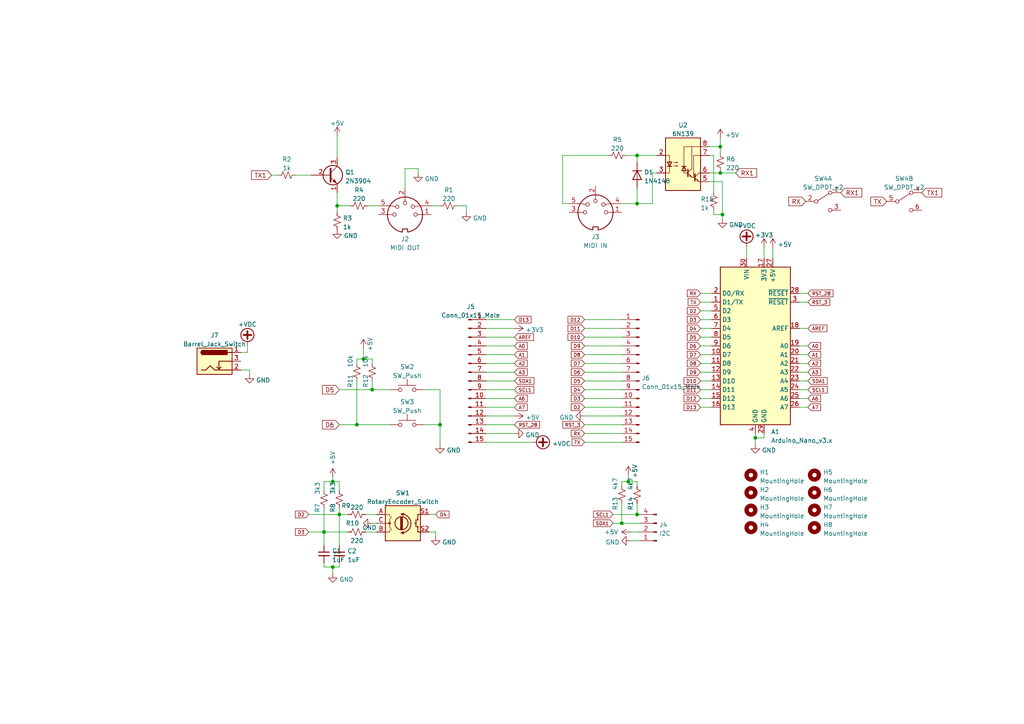
<source format=kicad_sch>
(kicad_sch (version 20211123) (generator eeschema)

  (uuid f658d8cd-af44-4786-b9f1-fc6205518a9a)

  (paper "A4")

  (lib_symbols
    (symbol "Connector:Barrel_Jack_Switch" (pin_names hide) (in_bom yes) (on_board yes)
      (property "Reference" "J" (id 0) (at 0 5.334 0)
        (effects (font (size 1.27 1.27)))
      )
      (property "Value" "Barrel_Jack_Switch" (id 1) (at 0 -5.08 0)
        (effects (font (size 1.27 1.27)))
      )
      (property "Footprint" "" (id 2) (at 1.27 -1.016 0)
        (effects (font (size 1.27 1.27)) hide)
      )
      (property "Datasheet" "~" (id 3) (at 1.27 -1.016 0)
        (effects (font (size 1.27 1.27)) hide)
      )
      (property "ki_keywords" "DC power barrel jack connector" (id 4) (at 0 0 0)
        (effects (font (size 1.27 1.27)) hide)
      )
      (property "ki_description" "DC Barrel Jack with an internal switch" (id 5) (at 0 0 0)
        (effects (font (size 1.27 1.27)) hide)
      )
      (property "ki_fp_filters" "BarrelJack*" (id 6) (at 0 0 0)
        (effects (font (size 1.27 1.27)) hide)
      )
      (symbol "Barrel_Jack_Switch_0_1"
        (rectangle (start -5.08 3.81) (end 5.08 -3.81)
          (stroke (width 0.254) (type default) (color 0 0 0 0))
          (fill (type background))
        )
        (arc (start -3.302 3.175) (mid -3.937 2.54) (end -3.302 1.905)
          (stroke (width 0.254) (type default) (color 0 0 0 0))
          (fill (type none))
        )
        (arc (start -3.302 3.175) (mid -3.937 2.54) (end -3.302 1.905)
          (stroke (width 0.254) (type default) (color 0 0 0 0))
          (fill (type outline))
        )
        (polyline
          (pts
            (xy 1.27 -2.286)
            (xy 1.905 -1.651)
          )
          (stroke (width 0.254) (type default) (color 0 0 0 0))
          (fill (type none))
        )
        (polyline
          (pts
            (xy 5.08 2.54)
            (xy 3.81 2.54)
          )
          (stroke (width 0.254) (type default) (color 0 0 0 0))
          (fill (type none))
        )
        (polyline
          (pts
            (xy 5.08 0)
            (xy 1.27 0)
            (xy 1.27 -2.286)
            (xy 0.635 -1.651)
          )
          (stroke (width 0.254) (type default) (color 0 0 0 0))
          (fill (type none))
        )
        (polyline
          (pts
            (xy -3.81 -2.54)
            (xy -2.54 -2.54)
            (xy -1.27 -1.27)
            (xy 0 -2.54)
            (xy 2.54 -2.54)
            (xy 5.08 -2.54)
          )
          (stroke (width 0.254) (type default) (color 0 0 0 0))
          (fill (type none))
        )
        (rectangle (start 3.683 3.175) (end -3.302 1.905)
          (stroke (width 0.254) (type default) (color 0 0 0 0))
          (fill (type outline))
        )
      )
      (symbol "Barrel_Jack_Switch_1_1"
        (pin passive line (at 7.62 2.54 180) (length 2.54)
          (name "~" (effects (font (size 1.27 1.27))))
          (number "1" (effects (font (size 1.27 1.27))))
        )
        (pin passive line (at 7.62 -2.54 180) (length 2.54)
          (name "~" (effects (font (size 1.27 1.27))))
          (number "2" (effects (font (size 1.27 1.27))))
        )
        (pin passive line (at 7.62 0 180) (length 2.54)
          (name "~" (effects (font (size 1.27 1.27))))
          (number "3" (effects (font (size 1.27 1.27))))
        )
      )
    )
    (symbol "Connector:Conn_01x04_Male" (pin_names (offset 1.016) hide) (in_bom yes) (on_board yes)
      (property "Reference" "J" (id 0) (at 0 5.08 0)
        (effects (font (size 1.27 1.27)))
      )
      (property "Value" "Conn_01x04_Male" (id 1) (at 0 -7.62 0)
        (effects (font (size 1.27 1.27)))
      )
      (property "Footprint" "" (id 2) (at 0 0 0)
        (effects (font (size 1.27 1.27)) hide)
      )
      (property "Datasheet" "~" (id 3) (at 0 0 0)
        (effects (font (size 1.27 1.27)) hide)
      )
      (property "ki_keywords" "connector" (id 4) (at 0 0 0)
        (effects (font (size 1.27 1.27)) hide)
      )
      (property "ki_description" "Generic connector, single row, 01x04, script generated (kicad-library-utils/schlib/autogen/connector/)" (id 5) (at 0 0 0)
        (effects (font (size 1.27 1.27)) hide)
      )
      (property "ki_fp_filters" "Connector*:*_1x??_*" (id 6) (at 0 0 0)
        (effects (font (size 1.27 1.27)) hide)
      )
      (symbol "Conn_01x04_Male_1_1"
        (polyline
          (pts
            (xy 1.27 -5.08)
            (xy 0.8636 -5.08)
          )
          (stroke (width 0.1524) (type default) (color 0 0 0 0))
          (fill (type none))
        )
        (polyline
          (pts
            (xy 1.27 -2.54)
            (xy 0.8636 -2.54)
          )
          (stroke (width 0.1524) (type default) (color 0 0 0 0))
          (fill (type none))
        )
        (polyline
          (pts
            (xy 1.27 0)
            (xy 0.8636 0)
          )
          (stroke (width 0.1524) (type default) (color 0 0 0 0))
          (fill (type none))
        )
        (polyline
          (pts
            (xy 1.27 2.54)
            (xy 0.8636 2.54)
          )
          (stroke (width 0.1524) (type default) (color 0 0 0 0))
          (fill (type none))
        )
        (rectangle (start 0.8636 -4.953) (end 0 -5.207)
          (stroke (width 0.1524) (type default) (color 0 0 0 0))
          (fill (type outline))
        )
        (rectangle (start 0.8636 -2.413) (end 0 -2.667)
          (stroke (width 0.1524) (type default) (color 0 0 0 0))
          (fill (type outline))
        )
        (rectangle (start 0.8636 0.127) (end 0 -0.127)
          (stroke (width 0.1524) (type default) (color 0 0 0 0))
          (fill (type outline))
        )
        (rectangle (start 0.8636 2.667) (end 0 2.413)
          (stroke (width 0.1524) (type default) (color 0 0 0 0))
          (fill (type outline))
        )
        (pin passive line (at 5.08 2.54 180) (length 3.81)
          (name "Pin_1" (effects (font (size 1.27 1.27))))
          (number "1" (effects (font (size 1.27 1.27))))
        )
        (pin passive line (at 5.08 0 180) (length 3.81)
          (name "Pin_2" (effects (font (size 1.27 1.27))))
          (number "2" (effects (font (size 1.27 1.27))))
        )
        (pin passive line (at 5.08 -2.54 180) (length 3.81)
          (name "Pin_3" (effects (font (size 1.27 1.27))))
          (number "3" (effects (font (size 1.27 1.27))))
        )
        (pin passive line (at 5.08 -5.08 180) (length 3.81)
          (name "Pin_4" (effects (font (size 1.27 1.27))))
          (number "4" (effects (font (size 1.27 1.27))))
        )
      )
    )
    (symbol "Connector:Conn_01x15_Male" (pin_names (offset 1.016) hide) (in_bom yes) (on_board yes)
      (property "Reference" "J" (id 0) (at 0 20.32 0)
        (effects (font (size 1.27 1.27)))
      )
      (property "Value" "Conn_01x15_Male" (id 1) (at 0 -20.32 0)
        (effects (font (size 1.27 1.27)))
      )
      (property "Footprint" "" (id 2) (at 0 0 0)
        (effects (font (size 1.27 1.27)) hide)
      )
      (property "Datasheet" "~" (id 3) (at 0 0 0)
        (effects (font (size 1.27 1.27)) hide)
      )
      (property "ki_keywords" "connector" (id 4) (at 0 0 0)
        (effects (font (size 1.27 1.27)) hide)
      )
      (property "ki_description" "Generic connector, single row, 01x15, script generated (kicad-library-utils/schlib/autogen/connector/)" (id 5) (at 0 0 0)
        (effects (font (size 1.27 1.27)) hide)
      )
      (property "ki_fp_filters" "Connector*:*_1x??_*" (id 6) (at 0 0 0)
        (effects (font (size 1.27 1.27)) hide)
      )
      (symbol "Conn_01x15_Male_1_1"
        (polyline
          (pts
            (xy 1.27 -17.78)
            (xy 0.8636 -17.78)
          )
          (stroke (width 0.1524) (type default) (color 0 0 0 0))
          (fill (type none))
        )
        (polyline
          (pts
            (xy 1.27 -15.24)
            (xy 0.8636 -15.24)
          )
          (stroke (width 0.1524) (type default) (color 0 0 0 0))
          (fill (type none))
        )
        (polyline
          (pts
            (xy 1.27 -12.7)
            (xy 0.8636 -12.7)
          )
          (stroke (width 0.1524) (type default) (color 0 0 0 0))
          (fill (type none))
        )
        (polyline
          (pts
            (xy 1.27 -10.16)
            (xy 0.8636 -10.16)
          )
          (stroke (width 0.1524) (type default) (color 0 0 0 0))
          (fill (type none))
        )
        (polyline
          (pts
            (xy 1.27 -7.62)
            (xy 0.8636 -7.62)
          )
          (stroke (width 0.1524) (type default) (color 0 0 0 0))
          (fill (type none))
        )
        (polyline
          (pts
            (xy 1.27 -5.08)
            (xy 0.8636 -5.08)
          )
          (stroke (width 0.1524) (type default) (color 0 0 0 0))
          (fill (type none))
        )
        (polyline
          (pts
            (xy 1.27 -2.54)
            (xy 0.8636 -2.54)
          )
          (stroke (width 0.1524) (type default) (color 0 0 0 0))
          (fill (type none))
        )
        (polyline
          (pts
            (xy 1.27 0)
            (xy 0.8636 0)
          )
          (stroke (width 0.1524) (type default) (color 0 0 0 0))
          (fill (type none))
        )
        (polyline
          (pts
            (xy 1.27 2.54)
            (xy 0.8636 2.54)
          )
          (stroke (width 0.1524) (type default) (color 0 0 0 0))
          (fill (type none))
        )
        (polyline
          (pts
            (xy 1.27 5.08)
            (xy 0.8636 5.08)
          )
          (stroke (width 0.1524) (type default) (color 0 0 0 0))
          (fill (type none))
        )
        (polyline
          (pts
            (xy 1.27 7.62)
            (xy 0.8636 7.62)
          )
          (stroke (width 0.1524) (type default) (color 0 0 0 0))
          (fill (type none))
        )
        (polyline
          (pts
            (xy 1.27 10.16)
            (xy 0.8636 10.16)
          )
          (stroke (width 0.1524) (type default) (color 0 0 0 0))
          (fill (type none))
        )
        (polyline
          (pts
            (xy 1.27 12.7)
            (xy 0.8636 12.7)
          )
          (stroke (width 0.1524) (type default) (color 0 0 0 0))
          (fill (type none))
        )
        (polyline
          (pts
            (xy 1.27 15.24)
            (xy 0.8636 15.24)
          )
          (stroke (width 0.1524) (type default) (color 0 0 0 0))
          (fill (type none))
        )
        (polyline
          (pts
            (xy 1.27 17.78)
            (xy 0.8636 17.78)
          )
          (stroke (width 0.1524) (type default) (color 0 0 0 0))
          (fill (type none))
        )
        (rectangle (start 0.8636 -17.653) (end 0 -17.907)
          (stroke (width 0.1524) (type default) (color 0 0 0 0))
          (fill (type outline))
        )
        (rectangle (start 0.8636 -15.113) (end 0 -15.367)
          (stroke (width 0.1524) (type default) (color 0 0 0 0))
          (fill (type outline))
        )
        (rectangle (start 0.8636 -12.573) (end 0 -12.827)
          (stroke (width 0.1524) (type default) (color 0 0 0 0))
          (fill (type outline))
        )
        (rectangle (start 0.8636 -10.033) (end 0 -10.287)
          (stroke (width 0.1524) (type default) (color 0 0 0 0))
          (fill (type outline))
        )
        (rectangle (start 0.8636 -7.493) (end 0 -7.747)
          (stroke (width 0.1524) (type default) (color 0 0 0 0))
          (fill (type outline))
        )
        (rectangle (start 0.8636 -4.953) (end 0 -5.207)
          (stroke (width 0.1524) (type default) (color 0 0 0 0))
          (fill (type outline))
        )
        (rectangle (start 0.8636 -2.413) (end 0 -2.667)
          (stroke (width 0.1524) (type default) (color 0 0 0 0))
          (fill (type outline))
        )
        (rectangle (start 0.8636 0.127) (end 0 -0.127)
          (stroke (width 0.1524) (type default) (color 0 0 0 0))
          (fill (type outline))
        )
        (rectangle (start 0.8636 2.667) (end 0 2.413)
          (stroke (width 0.1524) (type default) (color 0 0 0 0))
          (fill (type outline))
        )
        (rectangle (start 0.8636 5.207) (end 0 4.953)
          (stroke (width 0.1524) (type default) (color 0 0 0 0))
          (fill (type outline))
        )
        (rectangle (start 0.8636 7.747) (end 0 7.493)
          (stroke (width 0.1524) (type default) (color 0 0 0 0))
          (fill (type outline))
        )
        (rectangle (start 0.8636 10.287) (end 0 10.033)
          (stroke (width 0.1524) (type default) (color 0 0 0 0))
          (fill (type outline))
        )
        (rectangle (start 0.8636 12.827) (end 0 12.573)
          (stroke (width 0.1524) (type default) (color 0 0 0 0))
          (fill (type outline))
        )
        (rectangle (start 0.8636 15.367) (end 0 15.113)
          (stroke (width 0.1524) (type default) (color 0 0 0 0))
          (fill (type outline))
        )
        (rectangle (start 0.8636 17.907) (end 0 17.653)
          (stroke (width 0.1524) (type default) (color 0 0 0 0))
          (fill (type outline))
        )
        (pin passive line (at 5.08 17.78 180) (length 3.81)
          (name "Pin_1" (effects (font (size 1.27 1.27))))
          (number "1" (effects (font (size 1.27 1.27))))
        )
        (pin passive line (at 5.08 -5.08 180) (length 3.81)
          (name "Pin_10" (effects (font (size 1.27 1.27))))
          (number "10" (effects (font (size 1.27 1.27))))
        )
        (pin passive line (at 5.08 -7.62 180) (length 3.81)
          (name "Pin_11" (effects (font (size 1.27 1.27))))
          (number "11" (effects (font (size 1.27 1.27))))
        )
        (pin passive line (at 5.08 -10.16 180) (length 3.81)
          (name "Pin_12" (effects (font (size 1.27 1.27))))
          (number "12" (effects (font (size 1.27 1.27))))
        )
        (pin passive line (at 5.08 -12.7 180) (length 3.81)
          (name "Pin_13" (effects (font (size 1.27 1.27))))
          (number "13" (effects (font (size 1.27 1.27))))
        )
        (pin passive line (at 5.08 -15.24 180) (length 3.81)
          (name "Pin_14" (effects (font (size 1.27 1.27))))
          (number "14" (effects (font (size 1.27 1.27))))
        )
        (pin passive line (at 5.08 -17.78 180) (length 3.81)
          (name "Pin_15" (effects (font (size 1.27 1.27))))
          (number "15" (effects (font (size 1.27 1.27))))
        )
        (pin passive line (at 5.08 15.24 180) (length 3.81)
          (name "Pin_2" (effects (font (size 1.27 1.27))))
          (number "2" (effects (font (size 1.27 1.27))))
        )
        (pin passive line (at 5.08 12.7 180) (length 3.81)
          (name "Pin_3" (effects (font (size 1.27 1.27))))
          (number "3" (effects (font (size 1.27 1.27))))
        )
        (pin passive line (at 5.08 10.16 180) (length 3.81)
          (name "Pin_4" (effects (font (size 1.27 1.27))))
          (number "4" (effects (font (size 1.27 1.27))))
        )
        (pin passive line (at 5.08 7.62 180) (length 3.81)
          (name "Pin_5" (effects (font (size 1.27 1.27))))
          (number "5" (effects (font (size 1.27 1.27))))
        )
        (pin passive line (at 5.08 5.08 180) (length 3.81)
          (name "Pin_6" (effects (font (size 1.27 1.27))))
          (number "6" (effects (font (size 1.27 1.27))))
        )
        (pin passive line (at 5.08 2.54 180) (length 3.81)
          (name "Pin_7" (effects (font (size 1.27 1.27))))
          (number "7" (effects (font (size 1.27 1.27))))
        )
        (pin passive line (at 5.08 0 180) (length 3.81)
          (name "Pin_8" (effects (font (size 1.27 1.27))))
          (number "8" (effects (font (size 1.27 1.27))))
        )
        (pin passive line (at 5.08 -2.54 180) (length 3.81)
          (name "Pin_9" (effects (font (size 1.27 1.27))))
          (number "9" (effects (font (size 1.27 1.27))))
        )
      )
    )
    (symbol "Connector:DIN-5_180degree" (pin_names (offset 1.016)) (in_bom yes) (on_board yes)
      (property "Reference" "J" (id 0) (at 3.175 5.715 0)
        (effects (font (size 1.27 1.27)))
      )
      (property "Value" "DIN-5_180degree" (id 1) (at 0 -6.35 0)
        (effects (font (size 1.27 1.27)))
      )
      (property "Footprint" "" (id 2) (at 0 0 0)
        (effects (font (size 1.27 1.27)) hide)
      )
      (property "Datasheet" "http://www.mouser.com/ds/2/18/40_c091_abd_e-75918.pdf" (id 3) (at 0 0 0)
        (effects (font (size 1.27 1.27)) hide)
      )
      (property "ki_keywords" "circular DIN connector stereo audio" (id 4) (at 0 0 0)
        (effects (font (size 1.27 1.27)) hide)
      )
      (property "ki_description" "5-pin DIN connector (5-pin DIN-5 stereo)" (id 5) (at 0 0 0)
        (effects (font (size 1.27 1.27)) hide)
      )
      (property "ki_fp_filters" "DIN*" (id 6) (at 0 0 0)
        (effects (font (size 1.27 1.27)) hide)
      )
      (symbol "DIN-5_180degree_0_1"
        (arc (start -5.08 0) (mid -3.8609 -3.3364) (end -0.762 -5.08)
          (stroke (width 0.254) (type default) (color 0 0 0 0))
          (fill (type none))
        )
        (circle (center -3.048 0) (radius 0.508)
          (stroke (width 0) (type default) (color 0 0 0 0))
          (fill (type none))
        )
        (circle (center -2.286 2.286) (radius 0.508)
          (stroke (width 0) (type default) (color 0 0 0 0))
          (fill (type none))
        )
        (polyline
          (pts
            (xy -5.08 0)
            (xy -3.556 0)
          )
          (stroke (width 0) (type default) (color 0 0 0 0))
          (fill (type none))
        )
        (polyline
          (pts
            (xy 0 5.08)
            (xy 0 3.81)
          )
          (stroke (width 0) (type default) (color 0 0 0 0))
          (fill (type none))
        )
        (polyline
          (pts
            (xy 5.08 0)
            (xy 3.556 0)
          )
          (stroke (width 0) (type default) (color 0 0 0 0))
          (fill (type none))
        )
        (polyline
          (pts
            (xy -5.08 2.54)
            (xy -4.318 2.54)
            (xy -2.794 2.286)
          )
          (stroke (width 0) (type default) (color 0 0 0 0))
          (fill (type none))
        )
        (polyline
          (pts
            (xy 5.08 2.54)
            (xy 4.318 2.54)
            (xy 2.794 2.286)
          )
          (stroke (width 0) (type default) (color 0 0 0 0))
          (fill (type none))
        )
        (polyline
          (pts
            (xy -0.762 -4.953)
            (xy -0.762 -4.191)
            (xy 0.762 -4.191)
            (xy 0.762 -4.953)
          )
          (stroke (width 0.254) (type default) (color 0 0 0 0))
          (fill (type none))
        )
        (circle (center 0 3.302) (radius 0.508)
          (stroke (width 0) (type default) (color 0 0 0 0))
          (fill (type none))
        )
        (arc (start 0.762 -5.08) (mid 3.8685 -3.343) (end 5.08 0)
          (stroke (width 0.254) (type default) (color 0 0 0 0))
          (fill (type none))
        )
        (circle (center 2.286 2.286) (radius 0.508)
          (stroke (width 0) (type default) (color 0 0 0 0))
          (fill (type none))
        )
        (circle (center 3.048 0) (radius 0.508)
          (stroke (width 0) (type default) (color 0 0 0 0))
          (fill (type none))
        )
        (arc (start 5.08 0) (mid 0 5.08) (end -5.08 0)
          (stroke (width 0.254) (type default) (color 0 0 0 0))
          (fill (type none))
        )
      )
      (symbol "DIN-5_180degree_1_1"
        (pin passive line (at -7.62 0 0) (length 2.54)
          (name "~" (effects (font (size 1.27 1.27))))
          (number "1" (effects (font (size 1.27 1.27))))
        )
        (pin passive line (at 0 7.62 270) (length 2.54)
          (name "~" (effects (font (size 1.27 1.27))))
          (number "2" (effects (font (size 1.27 1.27))))
        )
        (pin passive line (at 7.62 0 180) (length 2.54)
          (name "~" (effects (font (size 1.27 1.27))))
          (number "3" (effects (font (size 1.27 1.27))))
        )
        (pin passive line (at -7.62 2.54 0) (length 2.54)
          (name "~" (effects (font (size 1.27 1.27))))
          (number "4" (effects (font (size 1.27 1.27))))
        )
        (pin passive line (at 7.62 2.54 180) (length 2.54)
          (name "~" (effects (font (size 1.27 1.27))))
          (number "5" (effects (font (size 1.27 1.27))))
        )
      )
    )
    (symbol "Device:C_Small" (pin_numbers hide) (pin_names (offset 0.254) hide) (in_bom yes) (on_board yes)
      (property "Reference" "C" (id 0) (at 0.254 1.778 0)
        (effects (font (size 1.27 1.27)) (justify left))
      )
      (property "Value" "C_Small" (id 1) (at 0.254 -2.032 0)
        (effects (font (size 1.27 1.27)) (justify left))
      )
      (property "Footprint" "" (id 2) (at 0 0 0)
        (effects (font (size 1.27 1.27)) hide)
      )
      (property "Datasheet" "~" (id 3) (at 0 0 0)
        (effects (font (size 1.27 1.27)) hide)
      )
      (property "ki_keywords" "capacitor cap" (id 4) (at 0 0 0)
        (effects (font (size 1.27 1.27)) hide)
      )
      (property "ki_description" "Unpolarized capacitor, small symbol" (id 5) (at 0 0 0)
        (effects (font (size 1.27 1.27)) hide)
      )
      (property "ki_fp_filters" "C_*" (id 6) (at 0 0 0)
        (effects (font (size 1.27 1.27)) hide)
      )
      (symbol "C_Small_0_1"
        (polyline
          (pts
            (xy -1.524 -0.508)
            (xy 1.524 -0.508)
          )
          (stroke (width 0.3302) (type default) (color 0 0 0 0))
          (fill (type none))
        )
        (polyline
          (pts
            (xy -1.524 0.508)
            (xy 1.524 0.508)
          )
          (stroke (width 0.3048) (type default) (color 0 0 0 0))
          (fill (type none))
        )
      )
      (symbol "C_Small_1_1"
        (pin passive line (at 0 2.54 270) (length 2.032)
          (name "~" (effects (font (size 1.27 1.27))))
          (number "1" (effects (font (size 1.27 1.27))))
        )
        (pin passive line (at 0 -2.54 90) (length 2.032)
          (name "~" (effects (font (size 1.27 1.27))))
          (number "2" (effects (font (size 1.27 1.27))))
        )
      )
    )
    (symbol "Device:R_Small_US" (pin_numbers hide) (pin_names (offset 0.254) hide) (in_bom yes) (on_board yes)
      (property "Reference" "R" (id 0) (at 0.762 0.508 0)
        (effects (font (size 1.27 1.27)) (justify left))
      )
      (property "Value" "R_Small_US" (id 1) (at 0.762 -1.016 0)
        (effects (font (size 1.27 1.27)) (justify left))
      )
      (property "Footprint" "" (id 2) (at 0 0 0)
        (effects (font (size 1.27 1.27)) hide)
      )
      (property "Datasheet" "~" (id 3) (at 0 0 0)
        (effects (font (size 1.27 1.27)) hide)
      )
      (property "ki_keywords" "r resistor" (id 4) (at 0 0 0)
        (effects (font (size 1.27 1.27)) hide)
      )
      (property "ki_description" "Resistor, small US symbol" (id 5) (at 0 0 0)
        (effects (font (size 1.27 1.27)) hide)
      )
      (property "ki_fp_filters" "R_*" (id 6) (at 0 0 0)
        (effects (font (size 1.27 1.27)) hide)
      )
      (symbol "R_Small_US_1_1"
        (polyline
          (pts
            (xy 0 0)
            (xy 1.016 -0.381)
            (xy 0 -0.762)
            (xy -1.016 -1.143)
            (xy 0 -1.524)
          )
          (stroke (width 0) (type default) (color 0 0 0 0))
          (fill (type none))
        )
        (polyline
          (pts
            (xy 0 1.524)
            (xy 1.016 1.143)
            (xy 0 0.762)
            (xy -1.016 0.381)
            (xy 0 0)
          )
          (stroke (width 0) (type default) (color 0 0 0 0))
          (fill (type none))
        )
        (pin passive line (at 0 2.54 270) (length 1.016)
          (name "~" (effects (font (size 1.27 1.27))))
          (number "1" (effects (font (size 1.27 1.27))))
        )
        (pin passive line (at 0 -2.54 90) (length 1.016)
          (name "~" (effects (font (size 1.27 1.27))))
          (number "2" (effects (font (size 1.27 1.27))))
        )
      )
    )
    (symbol "Device:RotaryEncoder_Switch" (pin_names (offset 0.254) hide) (in_bom yes) (on_board yes)
      (property "Reference" "SW" (id 0) (at 0 6.604 0)
        (effects (font (size 1.27 1.27)))
      )
      (property "Value" "RotaryEncoder_Switch" (id 1) (at 0 -6.604 0)
        (effects (font (size 1.27 1.27)))
      )
      (property "Footprint" "" (id 2) (at -3.81 4.064 0)
        (effects (font (size 1.27 1.27)) hide)
      )
      (property "Datasheet" "~" (id 3) (at 0 6.604 0)
        (effects (font (size 1.27 1.27)) hide)
      )
      (property "ki_keywords" "rotary switch encoder switch push button" (id 4) (at 0 0 0)
        (effects (font (size 1.27 1.27)) hide)
      )
      (property "ki_description" "Rotary encoder, dual channel, incremental quadrate outputs, with switch" (id 5) (at 0 0 0)
        (effects (font (size 1.27 1.27)) hide)
      )
      (property "ki_fp_filters" "RotaryEncoder*Switch*" (id 6) (at 0 0 0)
        (effects (font (size 1.27 1.27)) hide)
      )
      (symbol "RotaryEncoder_Switch_0_1"
        (rectangle (start -5.08 5.08) (end 5.08 -5.08)
          (stroke (width 0.254) (type default) (color 0 0 0 0))
          (fill (type background))
        )
        (circle (center -3.81 0) (radius 0.254)
          (stroke (width 0) (type default) (color 0 0 0 0))
          (fill (type outline))
        )
        (arc (start -0.381 -2.794) (mid 2.3622 -0.0508) (end -0.381 2.667)
          (stroke (width 0.254) (type default) (color 0 0 0 0))
          (fill (type none))
        )
        (circle (center -0.381 0) (radius 1.905)
          (stroke (width 0.254) (type default) (color 0 0 0 0))
          (fill (type none))
        )
        (polyline
          (pts
            (xy -0.635 -1.778)
            (xy -0.635 1.778)
          )
          (stroke (width 0.254) (type default) (color 0 0 0 0))
          (fill (type none))
        )
        (polyline
          (pts
            (xy -0.381 -1.778)
            (xy -0.381 1.778)
          )
          (stroke (width 0.254) (type default) (color 0 0 0 0))
          (fill (type none))
        )
        (polyline
          (pts
            (xy -0.127 1.778)
            (xy -0.127 -1.778)
          )
          (stroke (width 0.254) (type default) (color 0 0 0 0))
          (fill (type none))
        )
        (polyline
          (pts
            (xy 3.81 0)
            (xy 3.429 0)
          )
          (stroke (width 0.254) (type default) (color 0 0 0 0))
          (fill (type none))
        )
        (polyline
          (pts
            (xy 3.81 1.016)
            (xy 3.81 -1.016)
          )
          (stroke (width 0.254) (type default) (color 0 0 0 0))
          (fill (type none))
        )
        (polyline
          (pts
            (xy -5.08 -2.54)
            (xy -3.81 -2.54)
            (xy -3.81 -2.032)
          )
          (stroke (width 0) (type default) (color 0 0 0 0))
          (fill (type none))
        )
        (polyline
          (pts
            (xy -5.08 2.54)
            (xy -3.81 2.54)
            (xy -3.81 2.032)
          )
          (stroke (width 0) (type default) (color 0 0 0 0))
          (fill (type none))
        )
        (polyline
          (pts
            (xy 0.254 -3.048)
            (xy -0.508 -2.794)
            (xy 0.127 -2.413)
          )
          (stroke (width 0.254) (type default) (color 0 0 0 0))
          (fill (type none))
        )
        (polyline
          (pts
            (xy 0.254 2.921)
            (xy -0.508 2.667)
            (xy 0.127 2.286)
          )
          (stroke (width 0.254) (type default) (color 0 0 0 0))
          (fill (type none))
        )
        (polyline
          (pts
            (xy 5.08 -2.54)
            (xy 4.318 -2.54)
            (xy 4.318 -1.016)
          )
          (stroke (width 0.254) (type default) (color 0 0 0 0))
          (fill (type none))
        )
        (polyline
          (pts
            (xy 5.08 2.54)
            (xy 4.318 2.54)
            (xy 4.318 1.016)
          )
          (stroke (width 0.254) (type default) (color 0 0 0 0))
          (fill (type none))
        )
        (polyline
          (pts
            (xy -5.08 0)
            (xy -3.81 0)
            (xy -3.81 -1.016)
            (xy -3.302 -2.032)
          )
          (stroke (width 0) (type default) (color 0 0 0 0))
          (fill (type none))
        )
        (polyline
          (pts
            (xy -4.318 0)
            (xy -3.81 0)
            (xy -3.81 1.016)
            (xy -3.302 2.032)
          )
          (stroke (width 0) (type default) (color 0 0 0 0))
          (fill (type none))
        )
        (circle (center 4.318 -1.016) (radius 0.127)
          (stroke (width 0.254) (type default) (color 0 0 0 0))
          (fill (type none))
        )
        (circle (center 4.318 1.016) (radius 0.127)
          (stroke (width 0.254) (type default) (color 0 0 0 0))
          (fill (type none))
        )
      )
      (symbol "RotaryEncoder_Switch_1_1"
        (pin passive line (at -7.62 2.54 0) (length 2.54)
          (name "A" (effects (font (size 1.27 1.27))))
          (number "A" (effects (font (size 1.27 1.27))))
        )
        (pin passive line (at -7.62 -2.54 0) (length 2.54)
          (name "B" (effects (font (size 1.27 1.27))))
          (number "B" (effects (font (size 1.27 1.27))))
        )
        (pin passive line (at -7.62 0 0) (length 2.54)
          (name "C" (effects (font (size 1.27 1.27))))
          (number "C" (effects (font (size 1.27 1.27))))
        )
        (pin passive line (at 7.62 2.54 180) (length 2.54)
          (name "S1" (effects (font (size 1.27 1.27))))
          (number "S1" (effects (font (size 1.27 1.27))))
        )
        (pin passive line (at 7.62 -2.54 180) (length 2.54)
          (name "S2" (effects (font (size 1.27 1.27))))
          (number "S2" (effects (font (size 1.27 1.27))))
        )
      )
    )
    (symbol "Diode:1N4148" (pin_numbers hide) (pin_names (offset 1.016) hide) (in_bom yes) (on_board yes)
      (property "Reference" "D" (id 0) (at 0 2.54 0)
        (effects (font (size 1.27 1.27)))
      )
      (property "Value" "1N4148" (id 1) (at 0 -2.54 0)
        (effects (font (size 1.27 1.27)))
      )
      (property "Footprint" "Diode_THT:D_DO-35_SOD27_P7.62mm_Horizontal" (id 2) (at 0 -4.445 0)
        (effects (font (size 1.27 1.27)) hide)
      )
      (property "Datasheet" "https://assets.nexperia.com/documents/data-sheet/1N4148_1N4448.pdf" (id 3) (at 0 0 0)
        (effects (font (size 1.27 1.27)) hide)
      )
      (property "ki_keywords" "diode" (id 4) (at 0 0 0)
        (effects (font (size 1.27 1.27)) hide)
      )
      (property "ki_description" "100V 0.15A standard switching diode, DO-35" (id 5) (at 0 0 0)
        (effects (font (size 1.27 1.27)) hide)
      )
      (property "ki_fp_filters" "D*DO?35*" (id 6) (at 0 0 0)
        (effects (font (size 1.27 1.27)) hide)
      )
      (symbol "1N4148_0_1"
        (polyline
          (pts
            (xy -1.27 1.27)
            (xy -1.27 -1.27)
          )
          (stroke (width 0.254) (type default) (color 0 0 0 0))
          (fill (type none))
        )
        (polyline
          (pts
            (xy 1.27 0)
            (xy -1.27 0)
          )
          (stroke (width 0) (type default) (color 0 0 0 0))
          (fill (type none))
        )
        (polyline
          (pts
            (xy 1.27 1.27)
            (xy 1.27 -1.27)
            (xy -1.27 0)
            (xy 1.27 1.27)
          )
          (stroke (width 0.254) (type default) (color 0 0 0 0))
          (fill (type none))
        )
      )
      (symbol "1N4148_1_1"
        (pin passive line (at -3.81 0 0) (length 2.54)
          (name "K" (effects (font (size 1.27 1.27))))
          (number "1" (effects (font (size 1.27 1.27))))
        )
        (pin passive line (at 3.81 0 180) (length 2.54)
          (name "A" (effects (font (size 1.27 1.27))))
          (number "2" (effects (font (size 1.27 1.27))))
        )
      )
    )
    (symbol "Isolator:6N139" (pin_names (offset 1.016) hide) (in_bom yes) (on_board yes)
      (property "Reference" "U" (id 0) (at -4.064 8.89 0)
        (effects (font (size 1.27 1.27)))
      )
      (property "Value" "6N139" (id 1) (at 2.286 8.89 0)
        (effects (font (size 1.27 1.27)))
      )
      (property "Footprint" "" (id 2) (at 7.366 -7.62 0)
        (effects (font (size 1.27 1.27)) hide)
      )
      (property "Datasheet" "http://www.onsemi.com/pub/Collateral/HCPL2731-D.pdf" (id 3) (at 7.366 -7.62 0)
        (effects (font (size 1.27 1.27)) hide)
      )
      (property "ki_keywords" "darlington optocoupler" (id 4) (at 0 0 0)
        (effects (font (size 1.27 1.27)) hide)
      )
      (property "ki_description" "Low Input Current high Gain Split Darlington Optocouplers, -0.5V to 18V VDD, DIP-8" (id 5) (at 0 0 0)
        (effects (font (size 1.27 1.27)) hide)
      )
      (property "ki_fp_filters" "DIP*W7.62mm* SMDIP*W9.53mm*" (id 6) (at 0 0 0)
        (effects (font (size 1.27 1.27)) hide)
      )
      (symbol "6N139_0_1"
        (rectangle (start -5.08 7.62) (end 5.08 -7.62)
          (stroke (width 0.254) (type default) (color 0 0 0 0))
          (fill (type background))
        )
        (polyline
          (pts
            (xy -4.572 -0.635)
            (xy -3.302 -0.635)
          )
          (stroke (width 0.254) (type default) (color 0 0 0 0))
          (fill (type none))
        )
        (polyline
          (pts
            (xy 0.889 -0.635)
            (xy -0.381 -0.635)
          )
          (stroke (width 0.254) (type default) (color 0 0 0 0))
          (fill (type none))
        )
        (polyline
          (pts
            (xy 1.397 -2.667)
            (xy 2.54 -3.81)
          )
          (stroke (width 0) (type default) (color 0 0 0 0))
          (fill (type none))
        )
        (polyline
          (pts
            (xy 1.397 -2.413)
            (xy 2.54 -1.27)
          )
          (stroke (width 0) (type default) (color 0 0 0 0))
          (fill (type none))
        )
        (polyline
          (pts
            (xy 2.54 -3.81)
            (xy 3.175 -3.81)
          )
          (stroke (width 0) (type default) (color 0 0 0 0))
          (fill (type none))
        )
        (polyline
          (pts
            (xy 3.429 -3.937)
            (xy 4.572 -5.08)
          )
          (stroke (width 0) (type default) (color 0 0 0 0))
          (fill (type none))
        )
        (polyline
          (pts
            (xy 3.429 -3.683)
            (xy 4.572 -2.54)
          )
          (stroke (width 0) (type default) (color 0 0 0 0))
          (fill (type none))
        )
        (polyline
          (pts
            (xy 4.572 -5.08)
            (xy 5.08 -5.08)
          )
          (stroke (width 0) (type default) (color 0 0 0 0))
          (fill (type none))
        )
        (polyline
          (pts
            (xy 4.572 -2.54)
            (xy 5.08 -2.54)
          )
          (stroke (width 0) (type default) (color 0 0 0 0))
          (fill (type none))
        )
        (polyline
          (pts
            (xy 1.397 -1.524)
            (xy 1.397 -3.556)
            (xy 1.397 -3.556)
          )
          (stroke (width 0.3556) (type default) (color 0 0 0 0))
          (fill (type none))
        )
        (polyline
          (pts
            (xy 2.54 -1.27)
            (xy 2.54 5.08)
            (xy 5.08 5.08)
          )
          (stroke (width 0) (type default) (color 0 0 0 0))
          (fill (type none))
        )
        (polyline
          (pts
            (xy 3.429 -2.794)
            (xy 3.429 -4.826)
            (xy 3.429 -4.826)
          )
          (stroke (width 0.3556) (type default) (color 0 0 0 0))
          (fill (type none))
        )
        (polyline
          (pts
            (xy 5.08 2.54)
            (xy 3.048 2.54)
            (xy 3.048 -3.81)
          )
          (stroke (width 0) (type default) (color 0 0 0 0))
          (fill (type none))
        )
        (polyline
          (pts
            (xy -5.08 -2.54)
            (xy -3.937 -2.54)
            (xy -3.937 2.54)
            (xy -5.08 2.54)
          )
          (stroke (width 0) (type default) (color 0 0 0 0))
          (fill (type none))
        )
        (polyline
          (pts
            (xy -3.937 -0.635)
            (xy -4.572 0.635)
            (xy -3.302 0.635)
            (xy -3.937 -0.635)
          )
          (stroke (width 0.254) (type default) (color 0 0 0 0))
          (fill (type none))
        )
        (polyline
          (pts
            (xy 0.254 -0.635)
            (xy 0.889 -1.905)
            (xy -0.381 -1.905)
            (xy 0.254 -0.635)
          )
          (stroke (width 0.254) (type default) (color 0 0 0 0))
          (fill (type none))
        )
        (polyline
          (pts
            (xy 1.27 -2.54)
            (xy 0.254 -2.54)
            (xy 0.254 5.08)
            (xy 2.54 5.08)
          )
          (stroke (width 0) (type default) (color 0 0 0 0))
          (fill (type none))
        )
        (polyline
          (pts
            (xy 2.413 -3.683)
            (xy 2.159 -3.175)
            (xy 1.905 -3.429)
            (xy 2.413 -3.683)
          )
          (stroke (width 0) (type default) (color 0 0 0 0))
          (fill (type none))
        )
        (polyline
          (pts
            (xy 4.445 -4.953)
            (xy 4.191 -4.445)
            (xy 3.937 -4.699)
            (xy 4.445 -4.953)
          )
          (stroke (width 0) (type default) (color 0 0 0 0))
          (fill (type none))
        )
        (polyline
          (pts
            (xy -2.794 -0.508)
            (xy -1.524 -0.508)
            (xy -1.905 -0.635)
            (xy -1.905 -0.381)
            (xy -1.524 -0.508)
          )
          (stroke (width 0) (type default) (color 0 0 0 0))
          (fill (type none))
        )
        (polyline
          (pts
            (xy -2.794 0.508)
            (xy -1.524 0.508)
            (xy -1.905 0.381)
            (xy -1.905 0.635)
            (xy -1.524 0.508)
          )
          (stroke (width 0) (type default) (color 0 0 0 0))
          (fill (type none))
        )
      )
      (symbol "6N139_1_1"
        (pin no_connect line (at -5.08 5.08 0) (length 2.54) hide
          (name "NC" (effects (font (size 1.27 1.27))))
          (number "1" (effects (font (size 1.27 1.27))))
        )
        (pin passive line (at -7.62 2.54 0) (length 2.54)
          (name "C1" (effects (font (size 1.27 1.27))))
          (number "2" (effects (font (size 1.27 1.27))))
        )
        (pin passive line (at -7.62 -2.54 0) (length 2.54)
          (name "C2" (effects (font (size 1.27 1.27))))
          (number "3" (effects (font (size 1.27 1.27))))
        )
        (pin no_connect line (at -5.08 -5.08 0) (length 2.54) hide
          (name "NC" (effects (font (size 1.27 1.27))))
          (number "4" (effects (font (size 1.27 1.27))))
        )
        (pin passive line (at 7.62 -5.08 180) (length 2.54)
          (name "GND" (effects (font (size 1.27 1.27))))
          (number "5" (effects (font (size 1.27 1.27))))
        )
        (pin passive line (at 7.62 -2.54 180) (length 2.54)
          (name "VO2" (effects (font (size 1.27 1.27))))
          (number "6" (effects (font (size 1.27 1.27))))
        )
        (pin passive line (at 7.62 2.54 180) (length 2.54)
          (name "VO1" (effects (font (size 1.27 1.27))))
          (number "7" (effects (font (size 1.27 1.27))))
        )
        (pin passive line (at 7.62 5.08 180) (length 2.54)
          (name "VCC" (effects (font (size 1.27 1.27))))
          (number "8" (effects (font (size 1.27 1.27))))
        )
      )
    )
    (symbol "MCU_Module:Arduino_Nano_v3.x" (in_bom yes) (on_board yes)
      (property "Reference" "A" (id 0) (at -10.16 23.495 0)
        (effects (font (size 1.27 1.27)) (justify left bottom))
      )
      (property "Value" "Arduino_Nano_v3.x" (id 1) (at 5.08 -24.13 0)
        (effects (font (size 1.27 1.27)) (justify left top))
      )
      (property "Footprint" "Module:Arduino_Nano" (id 2) (at 0 0 0)
        (effects (font (size 1.27 1.27) italic) hide)
      )
      (property "Datasheet" "http://www.mouser.com/pdfdocs/Gravitech_Arduino_Nano3_0.pdf" (id 3) (at 0 0 0)
        (effects (font (size 1.27 1.27)) hide)
      )
      (property "ki_keywords" "Arduino nano microcontroller module USB" (id 4) (at 0 0 0)
        (effects (font (size 1.27 1.27)) hide)
      )
      (property "ki_description" "Arduino Nano v3.x" (id 5) (at 0 0 0)
        (effects (font (size 1.27 1.27)) hide)
      )
      (property "ki_fp_filters" "Arduino*Nano*" (id 6) (at 0 0 0)
        (effects (font (size 1.27 1.27)) hide)
      )
      (symbol "Arduino_Nano_v3.x_0_1"
        (rectangle (start -10.16 22.86) (end 10.16 -22.86)
          (stroke (width 0.254) (type default) (color 0 0 0 0))
          (fill (type background))
        )
      )
      (symbol "Arduino_Nano_v3.x_1_1"
        (pin bidirectional line (at -12.7 12.7 0) (length 2.54)
          (name "D1/TX" (effects (font (size 1.27 1.27))))
          (number "1" (effects (font (size 1.27 1.27))))
        )
        (pin bidirectional line (at -12.7 -2.54 0) (length 2.54)
          (name "D7" (effects (font (size 1.27 1.27))))
          (number "10" (effects (font (size 1.27 1.27))))
        )
        (pin bidirectional line (at -12.7 -5.08 0) (length 2.54)
          (name "D8" (effects (font (size 1.27 1.27))))
          (number "11" (effects (font (size 1.27 1.27))))
        )
        (pin bidirectional line (at -12.7 -7.62 0) (length 2.54)
          (name "D9" (effects (font (size 1.27 1.27))))
          (number "12" (effects (font (size 1.27 1.27))))
        )
        (pin bidirectional line (at -12.7 -10.16 0) (length 2.54)
          (name "D10" (effects (font (size 1.27 1.27))))
          (number "13" (effects (font (size 1.27 1.27))))
        )
        (pin bidirectional line (at -12.7 -12.7 0) (length 2.54)
          (name "D11" (effects (font (size 1.27 1.27))))
          (number "14" (effects (font (size 1.27 1.27))))
        )
        (pin bidirectional line (at -12.7 -15.24 0) (length 2.54)
          (name "D12" (effects (font (size 1.27 1.27))))
          (number "15" (effects (font (size 1.27 1.27))))
        )
        (pin bidirectional line (at -12.7 -17.78 0) (length 2.54)
          (name "D13" (effects (font (size 1.27 1.27))))
          (number "16" (effects (font (size 1.27 1.27))))
        )
        (pin power_out line (at 2.54 25.4 270) (length 2.54)
          (name "3V3" (effects (font (size 1.27 1.27))))
          (number "17" (effects (font (size 1.27 1.27))))
        )
        (pin input line (at 12.7 5.08 180) (length 2.54)
          (name "AREF" (effects (font (size 1.27 1.27))))
          (number "18" (effects (font (size 1.27 1.27))))
        )
        (pin bidirectional line (at 12.7 0 180) (length 2.54)
          (name "A0" (effects (font (size 1.27 1.27))))
          (number "19" (effects (font (size 1.27 1.27))))
        )
        (pin bidirectional line (at -12.7 15.24 0) (length 2.54)
          (name "D0/RX" (effects (font (size 1.27 1.27))))
          (number "2" (effects (font (size 1.27 1.27))))
        )
        (pin bidirectional line (at 12.7 -2.54 180) (length 2.54)
          (name "A1" (effects (font (size 1.27 1.27))))
          (number "20" (effects (font (size 1.27 1.27))))
        )
        (pin bidirectional line (at 12.7 -5.08 180) (length 2.54)
          (name "A2" (effects (font (size 1.27 1.27))))
          (number "21" (effects (font (size 1.27 1.27))))
        )
        (pin bidirectional line (at 12.7 -7.62 180) (length 2.54)
          (name "A3" (effects (font (size 1.27 1.27))))
          (number "22" (effects (font (size 1.27 1.27))))
        )
        (pin bidirectional line (at 12.7 -10.16 180) (length 2.54)
          (name "A4" (effects (font (size 1.27 1.27))))
          (number "23" (effects (font (size 1.27 1.27))))
        )
        (pin bidirectional line (at 12.7 -12.7 180) (length 2.54)
          (name "A5" (effects (font (size 1.27 1.27))))
          (number "24" (effects (font (size 1.27 1.27))))
        )
        (pin bidirectional line (at 12.7 -15.24 180) (length 2.54)
          (name "A6" (effects (font (size 1.27 1.27))))
          (number "25" (effects (font (size 1.27 1.27))))
        )
        (pin bidirectional line (at 12.7 -17.78 180) (length 2.54)
          (name "A7" (effects (font (size 1.27 1.27))))
          (number "26" (effects (font (size 1.27 1.27))))
        )
        (pin power_out line (at 5.08 25.4 270) (length 2.54)
          (name "+5V" (effects (font (size 1.27 1.27))))
          (number "27" (effects (font (size 1.27 1.27))))
        )
        (pin input line (at 12.7 15.24 180) (length 2.54)
          (name "~{RESET}" (effects (font (size 1.27 1.27))))
          (number "28" (effects (font (size 1.27 1.27))))
        )
        (pin power_in line (at 2.54 -25.4 90) (length 2.54)
          (name "GND" (effects (font (size 1.27 1.27))))
          (number "29" (effects (font (size 1.27 1.27))))
        )
        (pin input line (at 12.7 12.7 180) (length 2.54)
          (name "~{RESET}" (effects (font (size 1.27 1.27))))
          (number "3" (effects (font (size 1.27 1.27))))
        )
        (pin power_in line (at -2.54 25.4 270) (length 2.54)
          (name "VIN" (effects (font (size 1.27 1.27))))
          (number "30" (effects (font (size 1.27 1.27))))
        )
        (pin power_in line (at 0 -25.4 90) (length 2.54)
          (name "GND" (effects (font (size 1.27 1.27))))
          (number "4" (effects (font (size 1.27 1.27))))
        )
        (pin bidirectional line (at -12.7 10.16 0) (length 2.54)
          (name "D2" (effects (font (size 1.27 1.27))))
          (number "5" (effects (font (size 1.27 1.27))))
        )
        (pin bidirectional line (at -12.7 7.62 0) (length 2.54)
          (name "D3" (effects (font (size 1.27 1.27))))
          (number "6" (effects (font (size 1.27 1.27))))
        )
        (pin bidirectional line (at -12.7 5.08 0) (length 2.54)
          (name "D4" (effects (font (size 1.27 1.27))))
          (number "7" (effects (font (size 1.27 1.27))))
        )
        (pin bidirectional line (at -12.7 2.54 0) (length 2.54)
          (name "D5" (effects (font (size 1.27 1.27))))
          (number "8" (effects (font (size 1.27 1.27))))
        )
        (pin bidirectional line (at -12.7 0 0) (length 2.54)
          (name "D6" (effects (font (size 1.27 1.27))))
          (number "9" (effects (font (size 1.27 1.27))))
        )
      )
    )
    (symbol "Mechanical:MountingHole" (pin_names (offset 1.016)) (in_bom yes) (on_board yes)
      (property "Reference" "H" (id 0) (at 0 5.08 0)
        (effects (font (size 1.27 1.27)))
      )
      (property "Value" "MountingHole" (id 1) (at 0 3.175 0)
        (effects (font (size 1.27 1.27)))
      )
      (property "Footprint" "" (id 2) (at 0 0 0)
        (effects (font (size 1.27 1.27)) hide)
      )
      (property "Datasheet" "~" (id 3) (at 0 0 0)
        (effects (font (size 1.27 1.27)) hide)
      )
      (property "ki_keywords" "mounting hole" (id 4) (at 0 0 0)
        (effects (font (size 1.27 1.27)) hide)
      )
      (property "ki_description" "Mounting Hole without connection" (id 5) (at 0 0 0)
        (effects (font (size 1.27 1.27)) hide)
      )
      (property "ki_fp_filters" "MountingHole*" (id 6) (at 0 0 0)
        (effects (font (size 1.27 1.27)) hide)
      )
      (symbol "MountingHole_0_1"
        (circle (center 0 0) (radius 1.27)
          (stroke (width 1.27) (type default) (color 0 0 0 0))
          (fill (type none))
        )
      )
    )
    (symbol "Switch:SW_DPDT_x2" (pin_names (offset 0) hide) (in_bom yes) (on_board yes)
      (property "Reference" "SW" (id 0) (at 0 4.318 0)
        (effects (font (size 1.27 1.27)))
      )
      (property "Value" "SW_DPDT_x2" (id 1) (at 0 -5.08 0)
        (effects (font (size 1.27 1.27)))
      )
      (property "Footprint" "" (id 2) (at 0 0 0)
        (effects (font (size 1.27 1.27)) hide)
      )
      (property "Datasheet" "~" (id 3) (at 0 0 0)
        (effects (font (size 1.27 1.27)) hide)
      )
      (property "ki_keywords" "switch dual-pole double-throw DPDT spdt ON-ON" (id 4) (at 0 0 0)
        (effects (font (size 1.27 1.27)) hide)
      )
      (property "ki_description" "Switch, dual pole double throw, separate symbols" (id 5) (at 0 0 0)
        (effects (font (size 1.27 1.27)) hide)
      )
      (property "ki_fp_filters" "SW*DPDT*" (id 6) (at 0 0 0)
        (effects (font (size 1.27 1.27)) hide)
      )
      (symbol "SW_DPDT_x2_0_0"
        (circle (center -2.032 0) (radius 0.508)
          (stroke (width 0) (type default) (color 0 0 0 0))
          (fill (type none))
        )
        (circle (center 2.032 -2.54) (radius 0.508)
          (stroke (width 0) (type default) (color 0 0 0 0))
          (fill (type none))
        )
      )
      (symbol "SW_DPDT_x2_0_1"
        (polyline
          (pts
            (xy -1.524 0.254)
            (xy 1.651 2.286)
          )
          (stroke (width 0) (type default) (color 0 0 0 0))
          (fill (type none))
        )
        (circle (center 2.032 2.54) (radius 0.508)
          (stroke (width 0) (type default) (color 0 0 0 0))
          (fill (type none))
        )
      )
      (symbol "SW_DPDT_x2_1_1"
        (pin passive line (at 5.08 2.54 180) (length 2.54)
          (name "A" (effects (font (size 1.27 1.27))))
          (number "1" (effects (font (size 1.27 1.27))))
        )
        (pin passive line (at -5.08 0 0) (length 2.54)
          (name "B" (effects (font (size 1.27 1.27))))
          (number "2" (effects (font (size 1.27 1.27))))
        )
        (pin passive line (at 5.08 -2.54 180) (length 2.54)
          (name "C" (effects (font (size 1.27 1.27))))
          (number "3" (effects (font (size 1.27 1.27))))
        )
      )
      (symbol "SW_DPDT_x2_2_1"
        (pin passive line (at 5.08 2.54 180) (length 2.54)
          (name "A" (effects (font (size 1.27 1.27))))
          (number "4" (effects (font (size 1.27 1.27))))
        )
        (pin passive line (at -5.08 0 0) (length 2.54)
          (name "B" (effects (font (size 1.27 1.27))))
          (number "5" (effects (font (size 1.27 1.27))))
        )
        (pin passive line (at 5.08 -2.54 180) (length 2.54)
          (name "C" (effects (font (size 1.27 1.27))))
          (number "6" (effects (font (size 1.27 1.27))))
        )
      )
    )
    (symbol "Switch:SW_Push" (pin_numbers hide) (pin_names (offset 1.016) hide) (in_bom yes) (on_board yes)
      (property "Reference" "SW" (id 0) (at 1.27 2.54 0)
        (effects (font (size 1.27 1.27)) (justify left))
      )
      (property "Value" "SW_Push" (id 1) (at 0 -1.524 0)
        (effects (font (size 1.27 1.27)))
      )
      (property "Footprint" "" (id 2) (at 0 5.08 0)
        (effects (font (size 1.27 1.27)) hide)
      )
      (property "Datasheet" "~" (id 3) (at 0 5.08 0)
        (effects (font (size 1.27 1.27)) hide)
      )
      (property "ki_keywords" "switch normally-open pushbutton push-button" (id 4) (at 0 0 0)
        (effects (font (size 1.27 1.27)) hide)
      )
      (property "ki_description" "Push button switch, generic, two pins" (id 5) (at 0 0 0)
        (effects (font (size 1.27 1.27)) hide)
      )
      (symbol "SW_Push_0_1"
        (circle (center -2.032 0) (radius 0.508)
          (stroke (width 0) (type default) (color 0 0 0 0))
          (fill (type none))
        )
        (polyline
          (pts
            (xy 0 1.27)
            (xy 0 3.048)
          )
          (stroke (width 0) (type default) (color 0 0 0 0))
          (fill (type none))
        )
        (polyline
          (pts
            (xy 2.54 1.27)
            (xy -2.54 1.27)
          )
          (stroke (width 0) (type default) (color 0 0 0 0))
          (fill (type none))
        )
        (circle (center 2.032 0) (radius 0.508)
          (stroke (width 0) (type default) (color 0 0 0 0))
          (fill (type none))
        )
        (pin passive line (at -5.08 0 0) (length 2.54)
          (name "1" (effects (font (size 1.27 1.27))))
          (number "1" (effects (font (size 1.27 1.27))))
        )
        (pin passive line (at 5.08 0 180) (length 2.54)
          (name "2" (effects (font (size 1.27 1.27))))
          (number "2" (effects (font (size 1.27 1.27))))
        )
      )
    )
    (symbol "Transistor_BJT:2N3904" (pin_names (offset 0) hide) (in_bom yes) (on_board yes)
      (property "Reference" "Q" (id 0) (at 5.08 1.905 0)
        (effects (font (size 1.27 1.27)) (justify left))
      )
      (property "Value" "2N3904" (id 1) (at 5.08 0 0)
        (effects (font (size 1.27 1.27)) (justify left))
      )
      (property "Footprint" "Package_TO_SOT_THT:TO-92_Inline" (id 2) (at 5.08 -1.905 0)
        (effects (font (size 1.27 1.27) italic) (justify left) hide)
      )
      (property "Datasheet" "https://www.onsemi.com/pub/Collateral/2N3903-D.PDF" (id 3) (at 0 0 0)
        (effects (font (size 1.27 1.27)) (justify left) hide)
      )
      (property "ki_keywords" "NPN Transistor" (id 4) (at 0 0 0)
        (effects (font (size 1.27 1.27)) hide)
      )
      (property "ki_description" "0.2A Ic, 40V Vce, Small Signal NPN Transistor, TO-92" (id 5) (at 0 0 0)
        (effects (font (size 1.27 1.27)) hide)
      )
      (property "ki_fp_filters" "TO?92*" (id 6) (at 0 0 0)
        (effects (font (size 1.27 1.27)) hide)
      )
      (symbol "2N3904_0_1"
        (polyline
          (pts
            (xy 0.635 0.635)
            (xy 2.54 2.54)
          )
          (stroke (width 0) (type default) (color 0 0 0 0))
          (fill (type none))
        )
        (polyline
          (pts
            (xy 0.635 -0.635)
            (xy 2.54 -2.54)
            (xy 2.54 -2.54)
          )
          (stroke (width 0) (type default) (color 0 0 0 0))
          (fill (type none))
        )
        (polyline
          (pts
            (xy 0.635 1.905)
            (xy 0.635 -1.905)
            (xy 0.635 -1.905)
          )
          (stroke (width 0.508) (type default) (color 0 0 0 0))
          (fill (type none))
        )
        (polyline
          (pts
            (xy 1.27 -1.778)
            (xy 1.778 -1.27)
            (xy 2.286 -2.286)
            (xy 1.27 -1.778)
            (xy 1.27 -1.778)
          )
          (stroke (width 0) (type default) (color 0 0 0 0))
          (fill (type outline))
        )
        (circle (center 1.27 0) (radius 2.8194)
          (stroke (width 0.254) (type default) (color 0 0 0 0))
          (fill (type none))
        )
      )
      (symbol "2N3904_1_1"
        (pin passive line (at 2.54 -5.08 90) (length 2.54)
          (name "E" (effects (font (size 1.27 1.27))))
          (number "1" (effects (font (size 1.27 1.27))))
        )
        (pin passive line (at -5.08 0 0) (length 5.715)
          (name "B" (effects (font (size 1.27 1.27))))
          (number "2" (effects (font (size 1.27 1.27))))
        )
        (pin passive line (at 2.54 5.08 270) (length 2.54)
          (name "C" (effects (font (size 1.27 1.27))))
          (number "3" (effects (font (size 1.27 1.27))))
        )
      )
    )
    (symbol "power:+3V3" (power) (pin_names (offset 0)) (in_bom yes) (on_board yes)
      (property "Reference" "#PWR" (id 0) (at 0 -3.81 0)
        (effects (font (size 1.27 1.27)) hide)
      )
      (property "Value" "+3V3" (id 1) (at 0 3.556 0)
        (effects (font (size 1.27 1.27)))
      )
      (property "Footprint" "" (id 2) (at 0 0 0)
        (effects (font (size 1.27 1.27)) hide)
      )
      (property "Datasheet" "" (id 3) (at 0 0 0)
        (effects (font (size 1.27 1.27)) hide)
      )
      (property "ki_keywords" "power-flag" (id 4) (at 0 0 0)
        (effects (font (size 1.27 1.27)) hide)
      )
      (property "ki_description" "Power symbol creates a global label with name \"+3V3\"" (id 5) (at 0 0 0)
        (effects (font (size 1.27 1.27)) hide)
      )
      (symbol "+3V3_0_1"
        (polyline
          (pts
            (xy -0.762 1.27)
            (xy 0 2.54)
          )
          (stroke (width 0) (type default) (color 0 0 0 0))
          (fill (type none))
        )
        (polyline
          (pts
            (xy 0 0)
            (xy 0 2.54)
          )
          (stroke (width 0) (type default) (color 0 0 0 0))
          (fill (type none))
        )
        (polyline
          (pts
            (xy 0 2.54)
            (xy 0.762 1.27)
          )
          (stroke (width 0) (type default) (color 0 0 0 0))
          (fill (type none))
        )
      )
      (symbol "+3V3_1_1"
        (pin power_in line (at 0 0 90) (length 0) hide
          (name "+3V3" (effects (font (size 1.27 1.27))))
          (number "1" (effects (font (size 1.27 1.27))))
        )
      )
    )
    (symbol "power:+5V" (power) (pin_names (offset 0)) (in_bom yes) (on_board yes)
      (property "Reference" "#PWR" (id 0) (at 0 -3.81 0)
        (effects (font (size 1.27 1.27)) hide)
      )
      (property "Value" "+5V" (id 1) (at 0 3.556 0)
        (effects (font (size 1.27 1.27)))
      )
      (property "Footprint" "" (id 2) (at 0 0 0)
        (effects (font (size 1.27 1.27)) hide)
      )
      (property "Datasheet" "" (id 3) (at 0 0 0)
        (effects (font (size 1.27 1.27)) hide)
      )
      (property "ki_keywords" "power-flag" (id 4) (at 0 0 0)
        (effects (font (size 1.27 1.27)) hide)
      )
      (property "ki_description" "Power symbol creates a global label with name \"+5V\"" (id 5) (at 0 0 0)
        (effects (font (size 1.27 1.27)) hide)
      )
      (symbol "+5V_0_1"
        (polyline
          (pts
            (xy -0.762 1.27)
            (xy 0 2.54)
          )
          (stroke (width 0) (type default) (color 0 0 0 0))
          (fill (type none))
        )
        (polyline
          (pts
            (xy 0 0)
            (xy 0 2.54)
          )
          (stroke (width 0) (type default) (color 0 0 0 0))
          (fill (type none))
        )
        (polyline
          (pts
            (xy 0 2.54)
            (xy 0.762 1.27)
          )
          (stroke (width 0) (type default) (color 0 0 0 0))
          (fill (type none))
        )
      )
      (symbol "+5V_1_1"
        (pin power_in line (at 0 0 90) (length 0) hide
          (name "+5V" (effects (font (size 1.27 1.27))))
          (number "1" (effects (font (size 1.27 1.27))))
        )
      )
    )
    (symbol "power:+VDC" (power) (pin_names (offset 0)) (in_bom yes) (on_board yes)
      (property "Reference" "#PWR" (id 0) (at 0 -2.54 0)
        (effects (font (size 1.27 1.27)) hide)
      )
      (property "Value" "+VDC" (id 1) (at 0 6.35 0)
        (effects (font (size 1.27 1.27)))
      )
      (property "Footprint" "" (id 2) (at 0 0 0)
        (effects (font (size 1.27 1.27)) hide)
      )
      (property "Datasheet" "" (id 3) (at 0 0 0)
        (effects (font (size 1.27 1.27)) hide)
      )
      (property "ki_keywords" "power-flag" (id 4) (at 0 0 0)
        (effects (font (size 1.27 1.27)) hide)
      )
      (property "ki_description" "Power symbol creates a global label with name \"+VDC\"" (id 5) (at 0 0 0)
        (effects (font (size 1.27 1.27)) hide)
      )
      (symbol "+VDC_0_1"
        (polyline
          (pts
            (xy -1.143 3.175)
            (xy 1.143 3.175)
          )
          (stroke (width 0.508) (type default) (color 0 0 0 0))
          (fill (type none))
        )
        (polyline
          (pts
            (xy 0 0)
            (xy 0 1.27)
          )
          (stroke (width 0) (type default) (color 0 0 0 0))
          (fill (type none))
        )
        (polyline
          (pts
            (xy 0 2.032)
            (xy 0 4.318)
          )
          (stroke (width 0.508) (type default) (color 0 0 0 0))
          (fill (type none))
        )
        (circle (center 0 3.175) (radius 1.905)
          (stroke (width 0.254) (type default) (color 0 0 0 0))
          (fill (type none))
        )
      )
      (symbol "+VDC_1_1"
        (pin power_in line (at 0 0 90) (length 0) hide
          (name "+VDC" (effects (font (size 1.27 1.27))))
          (number "1" (effects (font (size 1.27 1.27))))
        )
      )
    )
    (symbol "power:GND" (power) (pin_names (offset 0)) (in_bom yes) (on_board yes)
      (property "Reference" "#PWR" (id 0) (at 0 -6.35 0)
        (effects (font (size 1.27 1.27)) hide)
      )
      (property "Value" "GND" (id 1) (at 0 -3.81 0)
        (effects (font (size 1.27 1.27)))
      )
      (property "Footprint" "" (id 2) (at 0 0 0)
        (effects (font (size 1.27 1.27)) hide)
      )
      (property "Datasheet" "" (id 3) (at 0 0 0)
        (effects (font (size 1.27 1.27)) hide)
      )
      (property "ki_keywords" "power-flag" (id 4) (at 0 0 0)
        (effects (font (size 1.27 1.27)) hide)
      )
      (property "ki_description" "Power symbol creates a global label with name \"GND\" , ground" (id 5) (at 0 0 0)
        (effects (font (size 1.27 1.27)) hide)
      )
      (symbol "GND_0_1"
        (polyline
          (pts
            (xy 0 0)
            (xy 0 -1.27)
            (xy 1.27 -1.27)
            (xy 0 -2.54)
            (xy -1.27 -1.27)
            (xy 0 -1.27)
          )
          (stroke (width 0) (type default) (color 0 0 0 0))
          (fill (type none))
        )
      )
      (symbol "GND_1_1"
        (pin power_in line (at 0 0 270) (length 0) hide
          (name "GND" (effects (font (size 1.27 1.27))))
          (number "1" (effects (font (size 1.27 1.27))))
        )
      )
    )
  )

  (junction (at 182.245 139.7) (diameter 0) (color 0 0 0 0)
    (uuid 0410097f-ab80-4340-8e84-d1aa61034dcc)
  )
  (junction (at 184.785 149.225) (diameter 0) (color 0 0 0 0)
    (uuid 06875463-d293-4aa1-85c7-70979f60a0cb)
  )
  (junction (at 219.075 127) (diameter 0) (color 0 0 0 0)
    (uuid 1aab4186-be09-454d-a3e1-9dad576928ae)
  )
  (junction (at 127.635 123.19) (diameter 0) (color 0 0 0 0)
    (uuid 25470412-1281-4063-bbac-a14ae92561c9)
  )
  (junction (at 184.785 45.085) (diameter 0) (color 0 0 0 0)
    (uuid 2e88a8ce-a397-4ed6-ad40-61177a8c6ead)
  )
  (junction (at 105.41 104.14) (diameter 0) (color 0 0 0 0)
    (uuid 38982fac-cbae-4b14-b8e4-ae7e8107f401)
  )
  (junction (at 107.95 113.03) (diameter 0) (color 0 0 0 0)
    (uuid 4f2856c8-904d-400f-87cd-b6ec89de4e8d)
  )
  (junction (at 208.915 42.545) (diameter 0) (color 0 0 0 0)
    (uuid 5ef4da2f-629d-4fc8-8098-cc0b1fae6584)
  )
  (junction (at 98.425 149.225) (diameter 0) (color 0 0 0 0)
    (uuid 610a578a-e9b3-47da-8073-5b65356dbe1a)
  )
  (junction (at 93.98 154.305) (diameter 0) (color 0 0 0 0)
    (uuid 7a3a8f6e-00d7-4834-888f-74196fba742b)
  )
  (junction (at 96.52 139.7) (diameter 0) (color 0 0 0 0)
    (uuid 9d67baa9-609a-41df-a019-68f122212a9b)
  )
  (junction (at 184.785 59.055) (diameter 0) (color 0 0 0 0)
    (uuid c4126d4f-23ee-49af-a0be-73f9041d5c22)
  )
  (junction (at 209.55 62.23) (diameter 0) (color 0 0 0 0)
    (uuid c73d6e87-8d99-4d2e-9d65-58f18357ba31)
  )
  (junction (at 180.34 151.765) (diameter 0) (color 0 0 0 0)
    (uuid c7a8ac6d-c701-494c-9496-dd19219d88fc)
  )
  (junction (at 103.505 123.19) (diameter 0) (color 0 0 0 0)
    (uuid d9d86a7f-5611-49b1-8b09-5304ce0908d9)
  )
  (junction (at 96.52 164.465) (diameter 0) (color 0 0 0 0)
    (uuid e01bdb04-22ae-4a12-a958-006e8bb334b0)
  )
  (junction (at 208.915 50.165) (diameter 0) (color 0 0 0 0)
    (uuid ef100882-835f-48bb-94c1-1fa067c657e6)
  )
  (junction (at 97.79 59.69) (diameter 0) (color 0 0 0 0)
    (uuid f824e10d-05ba-47d1-9132-d29f7cde21ff)
  )

  (wire (pts (xy 208.915 42.545) (xy 208.915 44.45))
    (stroke (width 0) (type default) (color 0 0 0 0))
    (uuid 029b6f1a-f9cb-4fa5-900a-a803fa64e29a)
  )
  (wire (pts (xy 169.545 123.19) (xy 180.34 123.19))
    (stroke (width 0) (type default) (color 0 0 0 0))
    (uuid 0338dd84-a5b3-49c9-9bc1-087aee8f3d23)
  )
  (wire (pts (xy 169.545 102.87) (xy 180.34 102.87))
    (stroke (width 0) (type default) (color 0 0 0 0))
    (uuid 0401e4d0-6f3a-4d87-b268-abfcfdb3d238)
  )
  (wire (pts (xy 127.635 123.19) (xy 127.635 128.905))
    (stroke (width 0) (type default) (color 0 0 0 0))
    (uuid 063d8178-a064-421c-affb-0450c2c50b5f)
  )
  (wire (pts (xy 180.34 140.97) (xy 180.34 139.7))
    (stroke (width 0) (type default) (color 0 0 0 0))
    (uuid 06ba6c7c-2e80-433f-8865-c7f1e33d0901)
  )
  (wire (pts (xy 121.285 48.895) (xy 121.285 50.165))
    (stroke (width 0) (type default) (color 0 0 0 0))
    (uuid 07e02461-ac03-48ed-8ee3-deb6ec664bc2)
  )
  (wire (pts (xy 105.41 104.14) (xy 107.95 104.14))
    (stroke (width 0) (type default) (color 0 0 0 0))
    (uuid 07f8ca8e-ac00-44d9-8115-3c7232d24dcc)
  )
  (wire (pts (xy 203.2 102.87) (xy 206.375 102.87))
    (stroke (width 0) (type default) (color 0 0 0 0))
    (uuid 08401291-b3b5-4a2c-865c-59ab803caedd)
  )
  (wire (pts (xy 96.52 164.465) (xy 96.52 166.37))
    (stroke (width 0) (type default) (color 0 0 0 0))
    (uuid 0a3ad1a7-412f-4c72-ad85-46b56cb94e07)
  )
  (wire (pts (xy 140.97 115.57) (xy 149.225 115.57))
    (stroke (width 0) (type default) (color 0 0 0 0))
    (uuid 0b281e57-599a-4b30-8662-a82724ab4f76)
  )
  (wire (pts (xy 117.475 48.895) (xy 117.475 54.61))
    (stroke (width 0) (type default) (color 0 0 0 0))
    (uuid 0d3fd3b3-9fc5-4ef1-a9f2-83e841e7e478)
  )
  (wire (pts (xy 231.775 110.49) (xy 234.315 110.49))
    (stroke (width 0) (type default) (color 0 0 0 0))
    (uuid 0e080952-af26-44e7-914d-f27c0c498b75)
  )
  (wire (pts (xy 169.545 113.03) (xy 180.34 113.03))
    (stroke (width 0) (type default) (color 0 0 0 0))
    (uuid 0e0eb649-1ec4-4100-848d-585809069bee)
  )
  (wire (pts (xy 107.95 104.14) (xy 107.95 105.41))
    (stroke (width 0) (type default) (color 0 0 0 0))
    (uuid 0f1bdfca-3a23-4d82-a6ce-5fc5dd9a3bc2)
  )
  (wire (pts (xy 125.095 59.69) (xy 127.635 59.69))
    (stroke (width 0) (type default) (color 0 0 0 0))
    (uuid 0fc0a254-0600-424e-85f2-e1c1e5c3020f)
  )
  (wire (pts (xy 103.505 105.41) (xy 103.505 104.14))
    (stroke (width 0) (type default) (color 0 0 0 0))
    (uuid 100ba84b-7b46-40a0-b384-e0a5a6bd8df5)
  )
  (wire (pts (xy 106.045 154.305) (xy 109.22 154.305))
    (stroke (width 0) (type default) (color 0 0 0 0))
    (uuid 10c6bf54-b815-4d2d-9158-1716e765c96a)
  )
  (wire (pts (xy 169.545 100.33) (xy 180.34 100.33))
    (stroke (width 0) (type default) (color 0 0 0 0))
    (uuid 16aa826e-f9be-4b37-a426-0be0835cc5f6)
  )
  (wire (pts (xy 98.425 164.465) (xy 98.425 163.195))
    (stroke (width 0) (type default) (color 0 0 0 0))
    (uuid 16b4c723-fa53-42da-9ac9-6e63717bd5ca)
  )
  (wire (pts (xy 105.41 100.965) (xy 105.41 104.14))
    (stroke (width 0) (type default) (color 0 0 0 0))
    (uuid 17ca44eb-6807-4d48-b0d6-6fb43b317169)
  )
  (wire (pts (xy 219.075 125.73) (xy 219.075 127))
    (stroke (width 0) (type default) (color 0 0 0 0))
    (uuid 19c3b45d-9baf-487d-85c2-ce0e48d2d57a)
  )
  (wire (pts (xy 93.98 147.32) (xy 93.98 154.305))
    (stroke (width 0) (type default) (color 0 0 0 0))
    (uuid 1a3fb19a-bf6c-41b1-b16d-60ae96879d05)
  )
  (wire (pts (xy 97.79 59.69) (xy 97.79 61.595))
    (stroke (width 0) (type default) (color 0 0 0 0))
    (uuid 1c0cf7a1-9973-4af4-a2a5-ea95ace0e0cb)
  )
  (wire (pts (xy 78.74 50.8) (xy 80.645 50.8))
    (stroke (width 0) (type default) (color 0 0 0 0))
    (uuid 1cea5c89-4e6d-4a17-b923-37b74cd4680c)
  )
  (wire (pts (xy 127.635 113.03) (xy 127.635 123.19))
    (stroke (width 0) (type default) (color 0 0 0 0))
    (uuid 1f1b1e74-df08-4335-b152-0cd93acf846e)
  )
  (wire (pts (xy 106.045 149.225) (xy 109.22 149.225))
    (stroke (width 0) (type default) (color 0 0 0 0))
    (uuid 1f9597b3-975f-4fef-a4ba-7b9b9837a029)
  )
  (wire (pts (xy 177.8 149.225) (xy 184.785 149.225))
    (stroke (width 0) (type default) (color 0 0 0 0))
    (uuid 2391b398-b668-4c57-802b-5729114524ab)
  )
  (wire (pts (xy 140.97 128.27) (xy 154.305 128.27))
    (stroke (width 0) (type default) (color 0 0 0 0))
    (uuid 2883d02c-044b-4c86-81af-ada5155aacc5)
  )
  (wire (pts (xy 209.55 52.705) (xy 209.55 62.23))
    (stroke (width 0) (type default) (color 0 0 0 0))
    (uuid 28eff987-a322-46f6-8eaa-557d3ce3d044)
  )
  (wire (pts (xy 203.2 105.41) (xy 206.375 105.41))
    (stroke (width 0) (type default) (color 0 0 0 0))
    (uuid 29fbcd65-bddc-4d4d-a68e-3ef869c90b02)
  )
  (wire (pts (xy 231.775 100.33) (xy 234.315 100.33))
    (stroke (width 0) (type default) (color 0 0 0 0))
    (uuid 2d724b12-9bd1-4267-8574-4ba499ab6ceb)
  )
  (wire (pts (xy 140.97 125.73) (xy 149.225 125.73))
    (stroke (width 0) (type default) (color 0 0 0 0))
    (uuid 2d84db79-7a46-43e6-8bb4-11c8f5b47607)
  )
  (wire (pts (xy 123.19 113.03) (xy 127.635 113.03))
    (stroke (width 0) (type default) (color 0 0 0 0))
    (uuid 2da2199f-b16d-4426-a763-b5088362a312)
  )
  (wire (pts (xy 203.2 107.95) (xy 206.375 107.95))
    (stroke (width 0) (type default) (color 0 0 0 0))
    (uuid 2e9ea8e5-7d2a-490e-80e9-c0f59cddc559)
  )
  (wire (pts (xy 132.715 59.69) (xy 135.255 59.69))
    (stroke (width 0) (type default) (color 0 0 0 0))
    (uuid 2ed87373-5a7e-4b1b-a199-41a19be9a2b7)
  )
  (wire (pts (xy 107.95 110.49) (xy 107.95 113.03))
    (stroke (width 0) (type default) (color 0 0 0 0))
    (uuid 38f68a5b-48ea-4a1d-b214-fffa76ca8679)
  )
  (wire (pts (xy 98.425 139.7) (xy 98.425 142.24))
    (stroke (width 0) (type default) (color 0 0 0 0))
    (uuid 38f6bb2e-3555-4423-a098-c593d73bd5cd)
  )
  (wire (pts (xy 231.775 102.87) (xy 234.315 102.87))
    (stroke (width 0) (type default) (color 0 0 0 0))
    (uuid 3c0e2dbd-845f-4055-b050-b032849d9662)
  )
  (wire (pts (xy 205.74 50.165) (xy 208.915 50.165))
    (stroke (width 0) (type default) (color 0 0 0 0))
    (uuid 3d3de19f-fcb2-4c6c-80ed-d8509892ede5)
  )
  (wire (pts (xy 93.98 154.305) (xy 100.965 154.305))
    (stroke (width 0) (type default) (color 0 0 0 0))
    (uuid 3ee21c28-901b-4dcd-9956-8d76c47fd4b4)
  )
  (wire (pts (xy 89.535 149.225) (xy 98.425 149.225))
    (stroke (width 0) (type default) (color 0 0 0 0))
    (uuid 428503d6-e286-41d2-800f-f72a5acf954d)
  )
  (wire (pts (xy 221.615 71.755) (xy 221.615 74.93))
    (stroke (width 0) (type default) (color 0 0 0 0))
    (uuid 458ee2cd-7470-445c-af34-5f9ec773aab2)
  )
  (wire (pts (xy 69.85 102.235) (xy 71.755 102.235))
    (stroke (width 0) (type default) (color 0 0 0 0))
    (uuid 47c36426-657b-4c17-9bde-0c2416119635)
  )
  (wire (pts (xy 96.52 164.465) (xy 98.425 164.465))
    (stroke (width 0) (type default) (color 0 0 0 0))
    (uuid 4bda4a18-0c4b-4c91-ba8a-d092474835ab)
  )
  (wire (pts (xy 169.545 125.73) (xy 180.34 125.73))
    (stroke (width 0) (type default) (color 0 0 0 0))
    (uuid 4bddf3dd-6037-401e-9908-3efeec05e7ab)
  )
  (wire (pts (xy 135.255 59.69) (xy 135.255 61.595))
    (stroke (width 0) (type default) (color 0 0 0 0))
    (uuid 4e8e2f98-3e55-4906-b73c-7d89e3621076)
  )
  (wire (pts (xy 205.74 42.545) (xy 208.915 42.545))
    (stroke (width 0) (type default) (color 0 0 0 0))
    (uuid 52b938d4-9988-453f-894e-f1259e338368)
  )
  (wire (pts (xy 140.97 100.33) (xy 149.225 100.33))
    (stroke (width 0) (type default) (color 0 0 0 0))
    (uuid 551aedf1-ac50-49dd-84af-745bdac26678)
  )
  (wire (pts (xy 101.6 59.69) (xy 97.79 59.69))
    (stroke (width 0) (type default) (color 0 0 0 0))
    (uuid 5677cb9a-3faf-46eb-8817-ce1de11fa7fd)
  )
  (wire (pts (xy 93.98 139.7) (xy 96.52 139.7))
    (stroke (width 0) (type default) (color 0 0 0 0))
    (uuid 5949210b-68b3-4c41-b75e-bb3d678cdb2c)
  )
  (wire (pts (xy 189.23 59.055) (xy 184.785 59.055))
    (stroke (width 0) (type default) (color 0 0 0 0))
    (uuid 5a5d4faf-8a94-4a01-893e-7d425cb9ec8a)
  )
  (wire (pts (xy 231.775 107.95) (xy 234.315 107.95))
    (stroke (width 0) (type default) (color 0 0 0 0))
    (uuid 5b6bf48e-e83a-477f-ace3-7a3e0c0e21c5)
  )
  (wire (pts (xy 182.245 139.7) (xy 184.785 139.7))
    (stroke (width 0) (type default) (color 0 0 0 0))
    (uuid 5baa369e-1c44-478f-a925-13873011ee7c)
  )
  (wire (pts (xy 107.95 113.03) (xy 113.03 113.03))
    (stroke (width 0) (type default) (color 0 0 0 0))
    (uuid 5e43d53b-3f28-4b1a-9f10-5f8fc90f5ec3)
  )
  (wire (pts (xy 98.425 123.19) (xy 103.505 123.19))
    (stroke (width 0) (type default) (color 0 0 0 0))
    (uuid 5efba1ef-6a6a-4005-833d-c8ea83bff556)
  )
  (wire (pts (xy 219.075 127) (xy 219.075 128.905))
    (stroke (width 0) (type default) (color 0 0 0 0))
    (uuid 60708e6f-4ce5-4cea-8b10-40043f392b41)
  )
  (wire (pts (xy 180.34 151.765) (xy 185.42 151.765))
    (stroke (width 0) (type default) (color 0 0 0 0))
    (uuid 612acd8f-4fd0-4b26-a9d1-c42a8cdb5b83)
  )
  (wire (pts (xy 123.19 123.19) (xy 127.635 123.19))
    (stroke (width 0) (type default) (color 0 0 0 0))
    (uuid 63dc79d6-f8ef-41c2-b13f-82f81334f184)
  )
  (wire (pts (xy 182.88 156.845) (xy 185.42 156.845))
    (stroke (width 0) (type default) (color 0 0 0 0))
    (uuid 659a104f-13a7-4a8c-af75-7f9cd45c5b70)
  )
  (wire (pts (xy 224.155 71.755) (xy 224.155 74.93))
    (stroke (width 0) (type default) (color 0 0 0 0))
    (uuid 65d9f43b-82bb-4e01-a0c8-a27a0d0e0f1f)
  )
  (wire (pts (xy 69.85 107.315) (xy 72.39 107.315))
    (stroke (width 0) (type default) (color 0 0 0 0))
    (uuid 6789ee1d-53a0-4f6a-a992-d12ee84d3c1b)
  )
  (wire (pts (xy 180.34 139.7) (xy 182.245 139.7))
    (stroke (width 0) (type default) (color 0 0 0 0))
    (uuid 688aaee5-55a6-4b11-b399-51a5397d4e0a)
  )
  (wire (pts (xy 103.505 110.49) (xy 103.505 123.19))
    (stroke (width 0) (type default) (color 0 0 0 0))
    (uuid 692fd034-3a61-4b73-815a-b294b43284fa)
  )
  (wire (pts (xy 169.545 110.49) (xy 180.34 110.49))
    (stroke (width 0) (type default) (color 0 0 0 0))
    (uuid 69740863-5244-43dc-98be-b4407f056c27)
  )
  (wire (pts (xy 93.98 154.305) (xy 93.98 158.115))
    (stroke (width 0) (type default) (color 0 0 0 0))
    (uuid 69fad041-fa98-453e-9391-6186bae5c08c)
  )
  (wire (pts (xy 93.98 163.195) (xy 93.98 164.465))
    (stroke (width 0) (type default) (color 0 0 0 0))
    (uuid 6baef1f2-a996-4c80-9add-2a753f3fe9c4)
  )
  (wire (pts (xy 169.545 115.57) (xy 180.34 115.57))
    (stroke (width 0) (type default) (color 0 0 0 0))
    (uuid 6c1d2627-92da-4944-8cdc-103d8a40c19a)
  )
  (wire (pts (xy 98.425 149.225) (xy 98.425 147.32))
    (stroke (width 0) (type default) (color 0 0 0 0))
    (uuid 6d85d584-1be4-4127-80fc-8bc660082e81)
  )
  (wire (pts (xy 208.915 40.005) (xy 208.915 42.545))
    (stroke (width 0) (type default) (color 0 0 0 0))
    (uuid 6dc58cf8-60ec-4bcb-ac31-59011b46b872)
  )
  (wire (pts (xy 96.52 138.43) (xy 96.52 139.7))
    (stroke (width 0) (type default) (color 0 0 0 0))
    (uuid 6e5375c4-7dde-4d93-b33f-7d68c03f8737)
  )
  (wire (pts (xy 208.915 50.165) (xy 213.36 50.165))
    (stroke (width 0) (type default) (color 0 0 0 0))
    (uuid 70f492d8-0000-4006-a23f-2278b8d32bee)
  )
  (wire (pts (xy 184.785 45.085) (xy 184.785 46.99))
    (stroke (width 0) (type default) (color 0 0 0 0))
    (uuid 718cc206-af5c-45a0-86de-7a0315fa5517)
  )
  (wire (pts (xy 140.97 110.49) (xy 149.225 110.49))
    (stroke (width 0) (type default) (color 0 0 0 0))
    (uuid 740103ec-c131-4d91-90e7-99b8c63571e4)
  )
  (wire (pts (xy 103.505 123.19) (xy 113.03 123.19))
    (stroke (width 0) (type default) (color 0 0 0 0))
    (uuid 7441e523-c7a2-4007-a937-ab7f1ddfbd6e)
  )
  (wire (pts (xy 140.97 123.19) (xy 149.225 123.19))
    (stroke (width 0) (type default) (color 0 0 0 0))
    (uuid 7683fd36-e8cd-412b-94f6-6f03a90aa638)
  )
  (wire (pts (xy 203.2 115.57) (xy 206.375 115.57))
    (stroke (width 0) (type default) (color 0 0 0 0))
    (uuid 779108d3-b678-4498-9a7e-c45ffa91133f)
  )
  (wire (pts (xy 184.785 149.225) (xy 185.42 149.225))
    (stroke (width 0) (type default) (color 0 0 0 0))
    (uuid 78b67d9d-b9e8-456c-98ff-24a83abfdd23)
  )
  (wire (pts (xy 184.785 139.7) (xy 184.785 140.97))
    (stroke (width 0) (type default) (color 0 0 0 0))
    (uuid 791ba544-4b6b-4a47-8d63-b998b74a93de)
  )
  (wire (pts (xy 163.195 59.055) (xy 163.195 45.085))
    (stroke (width 0) (type default) (color 0 0 0 0))
    (uuid 79f5d718-0ec7-4c0b-8122-cf83a8efe66f)
  )
  (wire (pts (xy 93.98 142.24) (xy 93.98 139.7))
    (stroke (width 0) (type default) (color 0 0 0 0))
    (uuid 7b7280f8-87fb-4f01-bb7d-3e5bc31b7f5e)
  )
  (wire (pts (xy 140.97 120.65) (xy 149.225 120.65))
    (stroke (width 0) (type default) (color 0 0 0 0))
    (uuid 7efacc6d-ea9f-48dd-8687-61eab629e885)
  )
  (wire (pts (xy 181.61 45.085) (xy 184.785 45.085))
    (stroke (width 0) (type default) (color 0 0 0 0))
    (uuid 7f14accc-a6dd-4eb7-ade1-d7573e4dade5)
  )
  (wire (pts (xy 98.425 149.225) (xy 98.425 158.115))
    (stroke (width 0) (type default) (color 0 0 0 0))
    (uuid 7f6582b7-b62c-4a3d-9246-0b951ee7ef16)
  )
  (wire (pts (xy 177.8 151.765) (xy 180.34 151.765))
    (stroke (width 0) (type default) (color 0 0 0 0))
    (uuid 836ddefe-a948-4cbb-93b2-5a7973828892)
  )
  (wire (pts (xy 205.74 52.705) (xy 209.55 52.705))
    (stroke (width 0) (type default) (color 0 0 0 0))
    (uuid 8437747d-2e7f-4853-8f06-3bafab790410)
  )
  (wire (pts (xy 97.79 39.37) (xy 97.79 45.72))
    (stroke (width 0) (type default) (color 0 0 0 0))
    (uuid 862a067e-232d-4b5d-9275-924707860754)
  )
  (wire (pts (xy 89.535 154.305) (xy 93.98 154.305))
    (stroke (width 0) (type default) (color 0 0 0 0))
    (uuid 870812b2-a317-48bb-ac94-7a61c241fb15)
  )
  (wire (pts (xy 140.97 118.11) (xy 149.225 118.11))
    (stroke (width 0) (type default) (color 0 0 0 0))
    (uuid 87c11d71-45fe-47c0-8720-a7b6d771b181)
  )
  (wire (pts (xy 216.535 71.755) (xy 216.535 74.93))
    (stroke (width 0) (type default) (color 0 0 0 0))
    (uuid 892473ab-fd7d-41cb-bd6c-600105829a9b)
  )
  (wire (pts (xy 169.545 118.11) (xy 180.34 118.11))
    (stroke (width 0) (type default) (color 0 0 0 0))
    (uuid 8b4737bb-1ba3-47d9-8fff-5e855c5508f1)
  )
  (wire (pts (xy 107.95 151.765) (xy 109.22 151.765))
    (stroke (width 0) (type default) (color 0 0 0 0))
    (uuid 8fb831eb-9a28-43fc-98aa-82df78bb3d5a)
  )
  (wire (pts (xy 208.915 49.53) (xy 208.915 50.165))
    (stroke (width 0) (type default) (color 0 0 0 0))
    (uuid 91ac8f64-c8d3-48ff-93c9-4ffa6db70e26)
  )
  (wire (pts (xy 184.785 146.05) (xy 184.785 149.225))
    (stroke (width 0) (type default) (color 0 0 0 0))
    (uuid 996b37e5-d8c1-4a0e-9f72-6d2a95fbe2c5)
  )
  (wire (pts (xy 203.2 100.33) (xy 206.375 100.33))
    (stroke (width 0) (type default) (color 0 0 0 0))
    (uuid 9d169abf-c229-4521-8072-45bad0d4e386)
  )
  (wire (pts (xy 203.2 97.79) (xy 206.375 97.79))
    (stroke (width 0) (type default) (color 0 0 0 0))
    (uuid 9d3f30c1-7fcc-4840-b5e2-75eacbf02657)
  )
  (wire (pts (xy 231.775 85.09) (xy 234.315 85.09))
    (stroke (width 0) (type default) (color 0 0 0 0))
    (uuid a1b9e772-dc68-4baf-a508-a34b84f47206)
  )
  (wire (pts (xy 169.545 95.25) (xy 180.34 95.25))
    (stroke (width 0) (type default) (color 0 0 0 0))
    (uuid a268b399-9c40-47f4-92fb-770dbc6128fc)
  )
  (wire (pts (xy 140.97 102.87) (xy 149.225 102.87))
    (stroke (width 0) (type default) (color 0 0 0 0))
    (uuid a3e104c2-5483-462f-a503-6cffb327f22a)
  )
  (wire (pts (xy 203.2 87.63) (xy 206.375 87.63))
    (stroke (width 0) (type default) (color 0 0 0 0))
    (uuid a6a66a7a-07ca-4a8e-8ec1-e76ed59c0d48)
  )
  (wire (pts (xy 169.545 120.65) (xy 180.34 120.65))
    (stroke (width 0) (type default) (color 0 0 0 0))
    (uuid a6af3329-be88-4679-95a0-cceaa526d8e2)
  )
  (wire (pts (xy 203.2 110.49) (xy 206.375 110.49))
    (stroke (width 0) (type default) (color 0 0 0 0))
    (uuid a888bc74-d071-4731-bc78-ad89ff25db0d)
  )
  (wire (pts (xy 203.2 118.11) (xy 206.375 118.11))
    (stroke (width 0) (type default) (color 0 0 0 0))
    (uuid a9bc3572-6598-49e4-917f-304a03f7ce86)
  )
  (wire (pts (xy 140.97 92.71) (xy 149.225 92.71))
    (stroke (width 0) (type default) (color 0 0 0 0))
    (uuid aa314342-7105-4a06-850d-ea6361ca6393)
  )
  (wire (pts (xy 103.505 104.14) (xy 105.41 104.14))
    (stroke (width 0) (type default) (color 0 0 0 0))
    (uuid aac4b53d-0d5c-47ea-a7ea-ae36491a7b66)
  )
  (wire (pts (xy 169.545 107.95) (xy 180.34 107.95))
    (stroke (width 0) (type default) (color 0 0 0 0))
    (uuid aaecd837-dd1c-4731-85b4-2d563222eef8)
  )
  (wire (pts (xy 72.39 107.315) (xy 72.39 108.585))
    (stroke (width 0) (type default) (color 0 0 0 0))
    (uuid abd0ab31-6e84-46fe-9886-5165db663820)
  )
  (wire (pts (xy 207.01 60.96) (xy 207.01 62.23))
    (stroke (width 0) (type default) (color 0 0 0 0))
    (uuid ada2a44e-5b66-4171-b805-1cfee9f75da5)
  )
  (wire (pts (xy 98.425 113.03) (xy 107.95 113.03))
    (stroke (width 0) (type default) (color 0 0 0 0))
    (uuid aeb466c3-83a1-4ec9-8e00-6c6212d9fe9f)
  )
  (wire (pts (xy 97.79 59.69) (xy 97.79 55.88))
    (stroke (width 0) (type default) (color 0 0 0 0))
    (uuid b068cf56-1cf3-4adf-8043-06af68b0383c)
  )
  (wire (pts (xy 231.775 95.25) (xy 234.315 95.25))
    (stroke (width 0) (type default) (color 0 0 0 0))
    (uuid b0690443-bcd0-4ca6-a407-1baef0713d4e)
  )
  (wire (pts (xy 140.97 107.95) (xy 149.225 107.95))
    (stroke (width 0) (type default) (color 0 0 0 0))
    (uuid b2440f16-76b7-4bc0-b006-440ec1de7f4d)
  )
  (wire (pts (xy 126.365 154.305) (xy 126.365 155.575))
    (stroke (width 0) (type default) (color 0 0 0 0))
    (uuid b56af3e2-66d6-48a8-a522-70257ed7c28b)
  )
  (wire (pts (xy 140.97 97.79) (xy 149.225 97.79))
    (stroke (width 0) (type default) (color 0 0 0 0))
    (uuid b6b6b8da-689f-46d3-bd74-f9ce5d6e08de)
  )
  (wire (pts (xy 140.97 113.03) (xy 149.225 113.03))
    (stroke (width 0) (type default) (color 0 0 0 0))
    (uuid b7caca74-80d8-4852-ac78-51ab1ad3c162)
  )
  (wire (pts (xy 209.55 62.23) (xy 209.55 63.5))
    (stroke (width 0) (type default) (color 0 0 0 0))
    (uuid b89986a5-7f37-49cf-b000-c7383ff1489c)
  )
  (wire (pts (xy 85.725 50.8) (xy 90.17 50.8))
    (stroke (width 0) (type default) (color 0 0 0 0))
    (uuid b9d38d39-3940-451d-910c-95836317eab7)
  )
  (wire (pts (xy 203.2 113.03) (xy 206.375 113.03))
    (stroke (width 0) (type default) (color 0 0 0 0))
    (uuid beddc2ce-beb0-48f7-a070-b19e4608358b)
  )
  (wire (pts (xy 180.34 59.055) (xy 184.785 59.055))
    (stroke (width 0) (type default) (color 0 0 0 0))
    (uuid c0ba0235-520e-45d3-9a2b-d57a17cc2f0c)
  )
  (wire (pts (xy 184.785 59.055) (xy 184.785 54.61))
    (stroke (width 0) (type default) (color 0 0 0 0))
    (uuid c2ef3d8c-f995-4836-863d-af3f5ad3e416)
  )
  (wire (pts (xy 117.475 48.895) (xy 121.285 48.895))
    (stroke (width 0) (type default) (color 0 0 0 0))
    (uuid c43d45d8-f5d6-4999-aefd-4583cb7590cf)
  )
  (wire (pts (xy 184.785 45.085) (xy 190.5 45.085))
    (stroke (width 0) (type default) (color 0 0 0 0))
    (uuid c59ecfcc-5a7f-48a0-989c-d39e600a84b6)
  )
  (wire (pts (xy 231.775 118.11) (xy 234.315 118.11))
    (stroke (width 0) (type default) (color 0 0 0 0))
    (uuid c66af6c6-2d01-4d3e-986b-8d7d890b8b2c)
  )
  (wire (pts (xy 221.615 127) (xy 221.615 125.73))
    (stroke (width 0) (type default) (color 0 0 0 0))
    (uuid c707d484-dcc4-4fdc-9236-99aa1aca5126)
  )
  (wire (pts (xy 203.2 92.71) (xy 206.375 92.71))
    (stroke (width 0) (type default) (color 0 0 0 0))
    (uuid c73dd914-6926-44d4-afe4-98133a53151f)
  )
  (wire (pts (xy 231.775 115.57) (xy 234.315 115.57))
    (stroke (width 0) (type default) (color 0 0 0 0))
    (uuid c8b797df-806f-465e-a718-0da4662a4d7f)
  )
  (wire (pts (xy 189.23 50.165) (xy 189.23 59.055))
    (stroke (width 0) (type default) (color 0 0 0 0))
    (uuid ca2f53f3-f5d4-4e75-a02d-a87f5318b91d)
  )
  (wire (pts (xy 140.97 105.41) (xy 149.225 105.41))
    (stroke (width 0) (type default) (color 0 0 0 0))
    (uuid cb2c80d6-89d3-4cf8-b527-74bf71b5c696)
  )
  (wire (pts (xy 165.1 59.055) (xy 163.195 59.055))
    (stroke (width 0) (type default) (color 0 0 0 0))
    (uuid cc5cb891-9d6b-4fda-8582-1403702ca82e)
  )
  (wire (pts (xy 180.34 146.05) (xy 180.34 151.765))
    (stroke (width 0) (type default) (color 0 0 0 0))
    (uuid ce987e04-c973-4e8b-bd6f-edd9b4c1a9b7)
  )
  (wire (pts (xy 219.075 127) (xy 221.615 127))
    (stroke (width 0) (type default) (color 0 0 0 0))
    (uuid d044c172-448a-4d61-8b82-9bf4bf66c02d)
  )
  (wire (pts (xy 169.545 128.27) (xy 180.34 128.27))
    (stroke (width 0) (type default) (color 0 0 0 0))
    (uuid d0dd1003-7854-4577-955f-6db4f6981adc)
  )
  (wire (pts (xy 169.545 97.79) (xy 180.34 97.79))
    (stroke (width 0) (type default) (color 0 0 0 0))
    (uuid d3db72f9-2453-4486-beae-7a30cb1f3cf3)
  )
  (wire (pts (xy 231.775 87.63) (xy 234.315 87.63))
    (stroke (width 0) (type default) (color 0 0 0 0))
    (uuid d621e39d-8fbc-48ad-9299-f614490ee2a3)
  )
  (wire (pts (xy 207.01 62.23) (xy 209.55 62.23))
    (stroke (width 0) (type default) (color 0 0 0 0))
    (uuid d85a2998-2305-40c9-a0e8-0420edd27ad0)
  )
  (wire (pts (xy 182.245 137.795) (xy 182.245 139.7))
    (stroke (width 0) (type default) (color 0 0 0 0))
    (uuid db836e73-eb67-45b6-8aaa-580a8a642ee4)
  )
  (wire (pts (xy 203.2 95.25) (xy 206.375 95.25))
    (stroke (width 0) (type default) (color 0 0 0 0))
    (uuid dc03d145-b553-45bc-b70b-1b9120005b82)
  )
  (wire (pts (xy 169.545 105.41) (xy 180.34 105.41))
    (stroke (width 0) (type default) (color 0 0 0 0))
    (uuid dd136ebf-749d-4ef8-9e6e-f21a8af0b8e8)
  )
  (wire (pts (xy 100.965 149.225) (xy 98.425 149.225))
    (stroke (width 0) (type default) (color 0 0 0 0))
    (uuid e04abcd8-8259-4ca2-af83-f8a6a5d1d8b7)
  )
  (wire (pts (xy 140.97 95.25) (xy 149.225 95.25))
    (stroke (width 0) (type default) (color 0 0 0 0))
    (uuid e2dab8c5-44db-495f-958a-ca5af82c0d26)
  )
  (wire (pts (xy 203.2 90.17) (xy 206.375 90.17))
    (stroke (width 0) (type default) (color 0 0 0 0))
    (uuid e3e5e156-f3fa-41a0-8909-3d2893c113cc)
  )
  (wire (pts (xy 207.01 45.085) (xy 207.01 55.88))
    (stroke (width 0) (type default) (color 0 0 0 0))
    (uuid e44fd832-105e-43af-9832-e747ec43e8ff)
  )
  (wire (pts (xy 163.195 45.085) (xy 176.53 45.085))
    (stroke (width 0) (type default) (color 0 0 0 0))
    (uuid e48ce0ae-eac4-49ce-93c2-e33134f36e4e)
  )
  (wire (pts (xy 93.98 164.465) (xy 96.52 164.465))
    (stroke (width 0) (type default) (color 0 0 0 0))
    (uuid e8c31d2b-7182-431a-b10c-375357a13f36)
  )
  (wire (pts (xy 203.2 85.09) (xy 206.375 85.09))
    (stroke (width 0) (type default) (color 0 0 0 0))
    (uuid ea46c94c-7691-4df5-b1c8-d37315dca162)
  )
  (wire (pts (xy 106.68 59.69) (xy 109.855 59.69))
    (stroke (width 0) (type default) (color 0 0 0 0))
    (uuid eaab33c7-156d-498a-80f3-f95c08353357)
  )
  (wire (pts (xy 124.46 149.225) (xy 126.365 149.225))
    (stroke (width 0) (type default) (color 0 0 0 0))
    (uuid eade6dcb-28da-431d-83b5-c8d8e599cadf)
  )
  (wire (pts (xy 71.755 100.33) (xy 71.755 102.235))
    (stroke (width 0) (type default) (color 0 0 0 0))
    (uuid eaf406b7-7466-4c03-b579-68d623661782)
  )
  (wire (pts (xy 96.52 139.7) (xy 98.425 139.7))
    (stroke (width 0) (type default) (color 0 0 0 0))
    (uuid ed6d1349-1e05-417c-9e1a-1777e63fe4d5)
  )
  (wire (pts (xy 231.775 113.03) (xy 234.315 113.03))
    (stroke (width 0) (type default) (color 0 0 0 0))
    (uuid ef21ae92-54c7-40aa-a1c6-82db485852d5)
  )
  (wire (pts (xy 231.775 105.41) (xy 234.315 105.41))
    (stroke (width 0) (type default) (color 0 0 0 0))
    (uuid f53432b7-f69e-4ce1-b7b1-14b072f0b284)
  )
  (wire (pts (xy 190.5 50.165) (xy 189.23 50.165))
    (stroke (width 0) (type default) (color 0 0 0 0))
    (uuid f5d76b55-8a21-41cd-9466-f085e45360ae)
  )
  (wire (pts (xy 124.46 154.305) (xy 126.365 154.305))
    (stroke (width 0) (type default) (color 0 0 0 0))
    (uuid f705ea7e-bf31-4b7c-9220-90689601739c)
  )
  (wire (pts (xy 182.88 154.305) (xy 185.42 154.305))
    (stroke (width 0) (type default) (color 0 0 0 0))
    (uuid facced1b-6fe2-4bd3-9ee5-0e0af30fa394)
  )
  (wire (pts (xy 205.74 45.085) (xy 207.01 45.085))
    (stroke (width 0) (type default) (color 0 0 0 0))
    (uuid fcd53317-84ba-4404-9b5d-a0814fd256a1)
  )
  (wire (pts (xy 169.545 92.71) (xy 180.34 92.71))
    (stroke (width 0) (type default) (color 0 0 0 0))
    (uuid fcf9a8e6-0c71-458f-a784-bf958e6d65fe)
  )

  (global_label "AREF" (shape input) (at 234.315 95.25 0) (fields_autoplaced)
    (effects (font (size 1 1)) (justify left))
    (uuid 05d31f23-ecda-471c-81be-f43e9a66a288)
    (property "Intersheet References" "${INTERSHEET_REFS}" (id 0) (at 239.834 95.1875 0)
      (effects (font (size 1 1)) (justify left) hide)
    )
  )
  (global_label "RST_28" (shape input) (at 234.315 85.09 0) (fields_autoplaced)
    (effects (font (size 1 1)) (justify left))
    (uuid 075d36e6-4fcb-4292-874f-3b68f8d74137)
    (property "Intersheet References" "${INTERSHEET_REFS}" (id 0) (at 241.596 85.0275 0)
      (effects (font (size 1 1)) (justify left) hide)
    )
  )
  (global_label "RST_3" (shape input) (at 169.545 123.19 180) (fields_autoplaced)
    (effects (font (size 1 1)) (justify right))
    (uuid 085914a1-856d-4315-be56-e353b49bd9b1)
    (property "Intersheet References" "${INTERSHEET_REFS}" (id 0) (at 163.2164 123.1275 0)
      (effects (font (size 1 1)) (justify right) hide)
    )
  )
  (global_label "RX" (shape input) (at 169.545 125.73 180) (fields_autoplaced)
    (effects (font (size 1 1)) (justify right))
    (uuid 0aef45fc-f9dd-4c48-8d50-c64feb3d45a3)
    (property "Intersheet References" "${INTERSHEET_REFS}" (id 0) (at 165.6926 125.6675 0)
      (effects (font (size 1 1)) (justify right) hide)
    )
  )
  (global_label "D4" (shape input) (at 169.545 113.03 180) (fields_autoplaced)
    (effects (font (size 1 1)) (justify right))
    (uuid 126948bf-df6c-4475-884d-543f036e2338)
    (property "Intersheet References" "${INTERSHEET_REFS}" (id 0) (at 165.6926 112.9675 0)
      (effects (font (size 1 1)) (justify right) hide)
    )
  )
  (global_label "D12" (shape input) (at 169.545 92.71 180) (fields_autoplaced)
    (effects (font (size 1 1)) (justify right))
    (uuid 17a53cf3-bdf5-43ec-b519-91478c06e8cb)
    (property "Intersheet References" "${INTERSHEET_REFS}" (id 0) (at 164.7402 92.6475 0)
      (effects (font (size 1 1)) (justify right) hide)
    )
  )
  (global_label "AREF" (shape input) (at 149.225 97.79 0) (fields_autoplaced)
    (effects (font (size 1 1)) (justify left))
    (uuid 19de5932-a695-469e-9031-b28e0c1f613c)
    (property "Intersheet References" "${INTERSHEET_REFS}" (id 0) (at 154.744 97.7275 0)
      (effects (font (size 1 1)) (justify left) hide)
    )
  )
  (global_label "A2" (shape input) (at 234.315 105.41 0) (fields_autoplaced)
    (effects (font (size 1 1)) (justify left))
    (uuid 19f32689-63f8-4e9b-b949-5bdcfd7305b9)
    (property "Intersheet References" "${INTERSHEET_REFS}" (id 0) (at 238.0245 105.3475 0)
      (effects (font (size 1 1)) (justify left) hide)
    )
  )
  (global_label "D10" (shape input) (at 169.545 97.79 180) (fields_autoplaced)
    (effects (font (size 1 1)) (justify right))
    (uuid 237847da-303f-49b8-858d-aa754a731f6e)
    (property "Intersheet References" "${INTERSHEET_REFS}" (id 0) (at 164.7402 97.7275 0)
      (effects (font (size 1 1)) (justify right) hide)
    )
  )
  (global_label "A1" (shape input) (at 234.315 102.87 0) (fields_autoplaced)
    (effects (font (size 1 1)) (justify left))
    (uuid 2aac88cf-9ac2-4e08-9160-e460cbabaebe)
    (property "Intersheet References" "${INTERSHEET_REFS}" (id 0) (at 238.0245 102.8075 0)
      (effects (font (size 1 1)) (justify left) hide)
    )
  )
  (global_label "D5" (shape input) (at 98.425 113.03 180) (fields_autoplaced)
    (effects (font (size 1.27 1.27)) (justify right))
    (uuid 2d9042a7-e50e-4bf2-b555-31d4958f5802)
    (property "Intersheet References" "${INTERSHEET_REFS}" (id 0) (at 93.5324 112.9506 0)
      (effects (font (size 1.27 1.27)) (justify right) hide)
    )
  )
  (global_label "D7" (shape input) (at 203.2 102.87 180) (fields_autoplaced)
    (effects (font (size 1 1)) (justify right))
    (uuid 36f75eb9-f28e-437d-8094-7cf6319b6f4b)
    (property "Intersheet References" "${INTERSHEET_REFS}" (id 0) (at 199.3476 102.8075 0)
      (effects (font (size 1 1)) (justify right) hide)
    )
  )
  (global_label "A1" (shape input) (at 149.225 102.87 0) (fields_autoplaced)
    (effects (font (size 1 1)) (justify left))
    (uuid 3a981f24-e483-4dcf-8b0b-8ecc6ab6852a)
    (property "Intersheet References" "${INTERSHEET_REFS}" (id 0) (at 152.9345 102.8075 0)
      (effects (font (size 1 1)) (justify left) hide)
    )
  )
  (global_label "A6" (shape input) (at 149.225 115.57 0) (fields_autoplaced)
    (effects (font (size 1 1)) (justify left))
    (uuid 44e99a44-f695-44cf-a8d2-f5b520c73258)
    (property "Intersheet References" "${INTERSHEET_REFS}" (id 0) (at 152.9345 115.5075 0)
      (effects (font (size 1 1)) (justify left) hide)
    )
  )
  (global_label "SDA1" (shape input) (at 234.315 110.49 0) (fields_autoplaced)
    (effects (font (size 1 1)) (justify left))
    (uuid 49bde28c-c1bc-4b6b-84a1-65f1a07b7a73)
    (property "Intersheet References" "${INTERSHEET_REFS}" (id 0) (at 239.9769 110.4275 0)
      (effects (font (size 1 1)) (justify left) hide)
    )
  )
  (global_label "A3" (shape input) (at 149.225 107.95 0) (fields_autoplaced)
    (effects (font (size 1 1)) (justify left))
    (uuid 4ad40ceb-7a9c-4160-a2fb-0526c6fd0be9)
    (property "Intersheet References" "${INTERSHEET_REFS}" (id 0) (at 152.9345 107.8875 0)
      (effects (font (size 1 1)) (justify left) hide)
    )
  )
  (global_label "RX1" (shape input) (at 213.36 50.165 0) (fields_autoplaced)
    (effects (font (size 1.27 1.27)) (justify left))
    (uuid 504373c9-6a97-4750-a8cd-8584a47fa633)
    (property "Intersheet References" "${INTERSHEET_REFS}" (id 0) (at 219.4621 50.0856 0)
      (effects (font (size 1.27 1.27)) (justify left) hide)
    )
  )
  (global_label "D11" (shape input) (at 203.2 113.03 180) (fields_autoplaced)
    (effects (font (size 1 1)) (justify right))
    (uuid 51ff7862-3bb2-4fd9-8469-b7e12cb8cab1)
    (property "Intersheet References" "${INTERSHEET_REFS}" (id 0) (at 198.3952 112.9675 0)
      (effects (font (size 1 1)) (justify right) hide)
    )
  )
  (global_label "RST_3" (shape input) (at 234.315 87.63 0) (fields_autoplaced)
    (effects (font (size 1 1)) (justify left))
    (uuid 5285009c-bd6c-4891-ada3-5054abb818bb)
    (property "Intersheet References" "${INTERSHEET_REFS}" (id 0) (at 240.6436 87.5675 0)
      (effects (font (size 1 1)) (justify left) hide)
    )
  )
  (global_label "A3" (shape input) (at 234.315 107.95 0) (fields_autoplaced)
    (effects (font (size 1 1)) (justify left))
    (uuid 532df888-001f-446f-bdd7-69dac5a38a20)
    (property "Intersheet References" "${INTERSHEET_REFS}" (id 0) (at 238.0245 107.8875 0)
      (effects (font (size 1 1)) (justify left) hide)
    )
  )
  (global_label "D2" (shape input) (at 203.2 90.17 180) (fields_autoplaced)
    (effects (font (size 1 1)) (justify right))
    (uuid 53446dfd-4c72-42aa-a19b-431328272dcf)
    (property "Intersheet References" "${INTERSHEET_REFS}" (id 0) (at 199.3476 90.1075 0)
      (effects (font (size 1 1)) (justify right) hide)
    )
  )
  (global_label "TX" (shape input) (at 257.175 58.42 180) (fields_autoplaced)
    (effects (font (size 1.27 1.27)) (justify right))
    (uuid 62bd31a8-03cc-4b63-bfb1-68b0ce6f03e6)
    (property "Intersheet References" "${INTERSHEET_REFS}" (id 0) (at 252.5848 58.3406 0)
      (effects (font (size 1.27 1.27)) (justify right) hide)
    )
  )
  (global_label "D6" (shape input) (at 203.2 100.33 180) (fields_autoplaced)
    (effects (font (size 1 1)) (justify right))
    (uuid 65dc15f4-314e-4f05-8c22-ac94995ef8c4)
    (property "Intersheet References" "${INTERSHEET_REFS}" (id 0) (at 199.3476 100.2675 0)
      (effects (font (size 1 1)) (justify right) hide)
    )
  )
  (global_label "D7" (shape input) (at 169.545 105.41 180) (fields_autoplaced)
    (effects (font (size 1 1)) (justify right))
    (uuid 67b2c3df-4ef7-4f58-b5e6-a1f8e9d35f2f)
    (property "Intersheet References" "${INTERSHEET_REFS}" (id 0) (at 165.6926 105.3475 0)
      (effects (font (size 1 1)) (justify right) hide)
    )
  )
  (global_label "D3" (shape input) (at 89.535 154.305 180) (fields_autoplaced)
    (effects (font (size 1 1)) (justify right))
    (uuid 69e5a472-40d9-4dd5-a827-0e6f6a56de25)
    (property "Intersheet References" "${INTERSHEET_REFS}" (id 0) (at 85.6826 154.2425 0)
      (effects (font (size 1 1)) (justify right) hide)
    )
  )
  (global_label "D2" (shape input) (at 89.535 149.225 180) (fields_autoplaced)
    (effects (font (size 1 1)) (justify right))
    (uuid 6c02bca0-8a26-459e-a48e-2a62dc3376c7)
    (property "Intersheet References" "${INTERSHEET_REFS}" (id 0) (at 85.6826 149.1625 0)
      (effects (font (size 1 1)) (justify right) hide)
    )
  )
  (global_label "TX1" (shape input) (at 267.335 55.88 0) (fields_autoplaced)
    (effects (font (size 1.27 1.27)) (justify left))
    (uuid 6ec130dc-6872-454a-8677-e0656dea02dd)
    (property "Intersheet References" "${INTERSHEET_REFS}" (id 0) (at 273.1348 55.8006 0)
      (effects (font (size 1.27 1.27)) (justify left) hide)
    )
  )
  (global_label "D3" (shape input) (at 203.2 92.71 180) (fields_autoplaced)
    (effects (font (size 1 1)) (justify right))
    (uuid 7138b468-ef3f-4649-bea3-618d26b16893)
    (property "Intersheet References" "${INTERSHEET_REFS}" (id 0) (at 199.3476 92.6475 0)
      (effects (font (size 1 1)) (justify right) hide)
    )
  )
  (global_label "D8" (shape input) (at 169.545 102.87 180) (fields_autoplaced)
    (effects (font (size 1 1)) (justify right))
    (uuid 7a182e50-9385-45b7-a3be-249819f3255e)
    (property "Intersheet References" "${INTERSHEET_REFS}" (id 0) (at 165.6926 102.8075 0)
      (effects (font (size 1 1)) (justify right) hide)
    )
  )
  (global_label "A0" (shape input) (at 149.225 100.33 0) (fields_autoplaced)
    (effects (font (size 1 1)) (justify left))
    (uuid 82f6bef6-348f-4564-9c93-1a3395cec746)
    (property "Intersheet References" "${INTERSHEET_REFS}" (id 0) (at 152.9345 100.2675 0)
      (effects (font (size 1 1)) (justify left) hide)
    )
  )
  (global_label "D6" (shape input) (at 169.545 107.95 180) (fields_autoplaced)
    (effects (font (size 1 1)) (justify right))
    (uuid 87e6a762-2e7e-42d4-ac84-4c1879179bd1)
    (property "Intersheet References" "${INTERSHEET_REFS}" (id 0) (at 165.6926 107.8875 0)
      (effects (font (size 1 1)) (justify right) hide)
    )
  )
  (global_label "D11" (shape input) (at 169.545 95.25 180) (fields_autoplaced)
    (effects (font (size 1 1)) (justify right))
    (uuid 89da3f1e-c58b-41bf-b7e6-791c5a6313ef)
    (property "Intersheet References" "${INTERSHEET_REFS}" (id 0) (at 164.7402 95.1875 0)
      (effects (font (size 1 1)) (justify right) hide)
    )
  )
  (global_label "D8" (shape input) (at 203.2 105.41 180) (fields_autoplaced)
    (effects (font (size 1 1)) (justify right))
    (uuid 8be81aea-ecd7-4c67-8adf-8832085fc84d)
    (property "Intersheet References" "${INTERSHEET_REFS}" (id 0) (at 199.3476 105.3475 0)
      (effects (font (size 1 1)) (justify right) hide)
    )
  )
  (global_label "D9" (shape input) (at 169.545 100.33 180) (fields_autoplaced)
    (effects (font (size 1 1)) (justify right))
    (uuid 8e16ae83-eddf-4d2b-8436-010046f1a122)
    (property "Intersheet References" "${INTERSHEET_REFS}" (id 0) (at 165.6926 100.2675 0)
      (effects (font (size 1 1)) (justify right) hide)
    )
  )
  (global_label "D2" (shape input) (at 169.545 118.11 180) (fields_autoplaced)
    (effects (font (size 1 1)) (justify right))
    (uuid 94a6c7ff-ca7c-4f73-a82d-2f12822107a8)
    (property "Intersheet References" "${INTERSHEET_REFS}" (id 0) (at 165.6926 118.0475 0)
      (effects (font (size 1 1)) (justify right) hide)
    )
  )
  (global_label "RX" (shape input) (at 233.68 58.42 180) (fields_autoplaced)
    (effects (font (size 1.27 1.27)) (justify right))
    (uuid 9913c8f5-c888-48fd-816a-818ab3788eb2)
    (property "Intersheet References" "${INTERSHEET_REFS}" (id 0) (at 228.7874 58.3406 0)
      (effects (font (size 1.27 1.27)) (justify right) hide)
    )
  )
  (global_label "D4" (shape input) (at 203.2 95.25 180) (fields_autoplaced)
    (effects (font (size 1 1)) (justify right))
    (uuid 9a19ae9f-c466-4d75-a86a-bcf259abf2d9)
    (property "Intersheet References" "${INTERSHEET_REFS}" (id 0) (at 199.3476 95.1875 0)
      (effects (font (size 1 1)) (justify right) hide)
    )
  )
  (global_label "SDA1" (shape input) (at 177.8 151.765 180) (fields_autoplaced)
    (effects (font (size 1 1)) (justify right))
    (uuid 9bf03180-54d0-4265-b401-89fabb6cc437)
    (property "Intersheet References" "${INTERSHEET_REFS}" (id 0) (at 172.1381 151.7025 0)
      (effects (font (size 1 1)) (justify right) hide)
    )
  )
  (global_label "A7" (shape input) (at 234.315 118.11 0) (fields_autoplaced)
    (effects (font (size 1 1)) (justify left))
    (uuid 9e08f3b2-7408-4598-bf48-da318e059cde)
    (property "Intersheet References" "${INTERSHEET_REFS}" (id 0) (at 238.0245 118.0475 0)
      (effects (font (size 1 1)) (justify left) hide)
    )
  )
  (global_label "D9" (shape input) (at 203.2 107.95 180) (fields_autoplaced)
    (effects (font (size 1 1)) (justify right))
    (uuid 9e6af95f-66e3-49c1-a1ed-db9193a1ae08)
    (property "Intersheet References" "${INTERSHEET_REFS}" (id 0) (at 199.3476 107.8875 0)
      (effects (font (size 1 1)) (justify right) hide)
    )
  )
  (global_label "D13" (shape input) (at 149.225 92.71 0) (fields_autoplaced)
    (effects (font (size 1 1)) (justify left))
    (uuid a4da788c-1f9c-4b57-84ba-0ad35f6f8a36)
    (property "Intersheet References" "${INTERSHEET_REFS}" (id 0) (at 154.0298 92.6475 0)
      (effects (font (size 1 1)) (justify left) hide)
    )
  )
  (global_label "A0" (shape input) (at 234.315 100.33 0) (fields_autoplaced)
    (effects (font (size 1 1)) (justify left))
    (uuid a6e1fd3c-e930-4bf5-a955-f0b721329cb7)
    (property "Intersheet References" "${INTERSHEET_REFS}" (id 0) (at 238.0245 100.2675 0)
      (effects (font (size 1 1)) (justify left) hide)
    )
  )
  (global_label "SCL1" (shape input) (at 234.315 113.03 0) (fields_autoplaced)
    (effects (font (size 1 1)) (justify left))
    (uuid a6f49a74-a607-4fa8-9854-84d405fa7345)
    (property "Intersheet References" "${INTERSHEET_REFS}" (id 0) (at 239.9293 112.9675 0)
      (effects (font (size 1 1)) (justify left) hide)
    )
  )
  (global_label "A6" (shape input) (at 234.315 115.57 0) (fields_autoplaced)
    (effects (font (size 1 1)) (justify left))
    (uuid a8bf648a-265c-4753-9126-2357ea02c815)
    (property "Intersheet References" "${INTERSHEET_REFS}" (id 0) (at 238.0245 115.5075 0)
      (effects (font (size 1 1)) (justify left) hide)
    )
  )
  (global_label "TX1" (shape input) (at 78.74 50.8 180) (fields_autoplaced)
    (effects (font (size 1.27 1.27)) (justify right))
    (uuid aaf3d625-f22b-4396-b42d-3b29d12cdfdd)
    (property "Intersheet References" "${INTERSHEET_REFS}" (id 0) (at 72.9402 50.7206 0)
      (effects (font (size 1.27 1.27)) (justify right) hide)
    )
  )
  (global_label "A2" (shape input) (at 149.225 105.41 0) (fields_autoplaced)
    (effects (font (size 1 1)) (justify left))
    (uuid abcd28ec-d7ab-4887-9489-3c7b47d750df)
    (property "Intersheet References" "${INTERSHEET_REFS}" (id 0) (at 152.9345 105.3475 0)
      (effects (font (size 1 1)) (justify left) hide)
    )
  )
  (global_label "D13" (shape input) (at 203.2 118.11 180) (fields_autoplaced)
    (effects (font (size 1 1)) (justify right))
    (uuid b9a8f405-ccbb-4722-a73e-1eda77a2979b)
    (property "Intersheet References" "${INTERSHEET_REFS}" (id 0) (at 198.3952 118.0475 0)
      (effects (font (size 1 1)) (justify right) hide)
    )
  )
  (global_label "D4" (shape input) (at 126.365 149.225 0) (fields_autoplaced)
    (effects (font (size 1 1)) (justify left))
    (uuid babbc977-1abf-4861-b86a-0347b4ea95d3)
    (property "Intersheet References" "${INTERSHEET_REFS}" (id 0) (at 130.2174 149.1625 0)
      (effects (font (size 1 1)) (justify left) hide)
    )
  )
  (global_label "D6" (shape input) (at 98.425 123.19 180) (fields_autoplaced)
    (effects (font (size 1.27 1.27)) (justify right))
    (uuid c241a898-281c-4ec5-a35a-0180bdd594f9)
    (property "Intersheet References" "${INTERSHEET_REFS}" (id 0) (at 93.5324 123.1106 0)
      (effects (font (size 1.27 1.27)) (justify right) hide)
    )
  )
  (global_label "SDA1" (shape input) (at 149.225 110.49 0) (fields_autoplaced)
    (effects (font (size 1 1)) (justify left))
    (uuid c3a3532b-c3dc-4fb2-8b73-3579f1e471d1)
    (property "Intersheet References" "${INTERSHEET_REFS}" (id 0) (at 154.8869 110.4275 0)
      (effects (font (size 1 1)) (justify left) hide)
    )
  )
  (global_label "A7" (shape input) (at 149.225 118.11 0) (fields_autoplaced)
    (effects (font (size 1 1)) (justify left))
    (uuid c6f86d62-4c3d-44c2-ae4b-ef4c4d827e5d)
    (property "Intersheet References" "${INTERSHEET_REFS}" (id 0) (at 152.9345 118.0475 0)
      (effects (font (size 1 1)) (justify left) hide)
    )
  )
  (global_label "D3" (shape input) (at 169.545 115.57 180) (fields_autoplaced)
    (effects (font (size 1 1)) (justify right))
    (uuid d4975c41-2010-444a-9000-2a6b668d3c05)
    (property "Intersheet References" "${INTERSHEET_REFS}" (id 0) (at 165.6926 115.5075 0)
      (effects (font (size 1 1)) (justify right) hide)
    )
  )
  (global_label "TX" (shape input) (at 203.2 87.63 180) (fields_autoplaced)
    (effects (font (size 1 1)) (justify right))
    (uuid d59a20b0-3798-4735-b368-1714bef807d0)
    (property "Intersheet References" "${INTERSHEET_REFS}" (id 0) (at 199.5857 87.5675 0)
      (effects (font (size 1 1)) (justify right) hide)
    )
  )
  (global_label "SCL1" (shape input) (at 177.8 149.225 180) (fields_autoplaced)
    (effects (font (size 1 1)) (justify right))
    (uuid d6c51051-b1b0-495e-a0de-8c590799deef)
    (property "Intersheet References" "${INTERSHEET_REFS}" (id 0) (at 172.1857 149.1625 0)
      (effects (font (size 1 1)) (justify right) hide)
    )
  )
  (global_label "D10" (shape input) (at 203.2 110.49 180) (fields_autoplaced)
    (effects (font (size 1 1)) (justify right))
    (uuid e00237e1-991a-49fe-af1d-a588c0e65181)
    (property "Intersheet References" "${INTERSHEET_REFS}" (id 0) (at 198.3952 110.4275 0)
      (effects (font (size 1 1)) (justify right) hide)
    )
  )
  (global_label "TX" (shape input) (at 169.545 128.27 180) (fields_autoplaced)
    (effects (font (size 1 1)) (justify right))
    (uuid e6b36431-7872-4de6-b29a-9ccb0d0e3567)
    (property "Intersheet References" "${INTERSHEET_REFS}" (id 0) (at 165.9307 128.2075 0)
      (effects (font (size 1 1)) (justify right) hide)
    )
  )
  (global_label "D5" (shape input) (at 203.2 97.79 180) (fields_autoplaced)
    (effects (font (size 1 1)) (justify right))
    (uuid e6c67097-e398-4706-89df-4080708ba314)
    (property "Intersheet References" "${INTERSHEET_REFS}" (id 0) (at 199.3476 97.7275 0)
      (effects (font (size 1 1)) (justify right) hide)
    )
  )
  (global_label "RST_28" (shape input) (at 149.225 123.19 0) (fields_autoplaced)
    (effects (font (size 1 1)) (justify left))
    (uuid e7842762-e906-4e0d-a364-87b8c2a6e835)
    (property "Intersheet References" "${INTERSHEET_REFS}" (id 0) (at 156.506 123.1275 0)
      (effects (font (size 1 1)) (justify left) hide)
    )
  )
  (global_label "RX1" (shape input) (at 243.84 55.88 0) (fields_autoplaced)
    (effects (font (size 1.27 1.27)) (justify left))
    (uuid eb171a92-21eb-4271-8458-f137aa6b91db)
    (property "Intersheet References" "${INTERSHEET_REFS}" (id 0) (at 249.9421 55.8006 0)
      (effects (font (size 1.27 1.27)) (justify left) hide)
    )
  )
  (global_label "SCL1" (shape input) (at 149.225 113.03 0) (fields_autoplaced)
    (effects (font (size 1 1)) (justify left))
    (uuid ed2cfd5b-106d-4c3f-8440-6d892877e0cc)
    (property "Intersheet References" "${INTERSHEET_REFS}" (id 0) (at 154.8393 112.9675 0)
      (effects (font (size 1 1)) (justify left) hide)
    )
  )
  (global_label "D5" (shape input) (at 169.545 110.49 180) (fields_autoplaced)
    (effects (font (size 1 1)) (justify right))
    (uuid edac4acb-199a-479b-a1ba-2dd5e05bbb9f)
    (property "Intersheet References" "${INTERSHEET_REFS}" (id 0) (at 165.6926 110.4275 0)
      (effects (font (size 1 1)) (justify right) hide)
    )
  )
  (global_label "RX" (shape input) (at 203.2 85.09 180) (fields_autoplaced)
    (effects (font (size 1 1)) (justify right))
    (uuid f1886a74-cbc6-4e9c-984d-38026ee2a05e)
    (property "Intersheet References" "${INTERSHEET_REFS}" (id 0) (at 199.3476 85.0275 0)
      (effects (font (size 1 1)) (justify right) hide)
    )
  )
  (global_label "D12" (shape input) (at 203.2 115.57 180) (fields_autoplaced)
    (effects (font (size 1 1)) (justify right))
    (uuid f27755ac-90a1-46eb-80cb-ebc73271208f)
    (property "Intersheet References" "${INTERSHEET_REFS}" (id 0) (at 198.3952 115.5075 0)
      (effects (font (size 1 1)) (justify right) hide)
    )
  )

  (symbol (lib_id "Device:R_Small_US") (at 179.07 45.085 90) (unit 1)
    (in_bom yes) (on_board yes) (fields_autoplaced)
    (uuid 01599196-2406-4c85-8ca9-ca7a86a8414a)
    (property "Reference" "R5" (id 0) (at 179.07 40.4962 90))
    (property "Value" "220" (id 1) (at 179.07 43.0331 90))
    (property "Footprint" "Resistor_THT:R_Axial_DIN0207_L6.3mm_D2.5mm_P7.62mm_Horizontal" (id 2) (at 179.07 45.085 0)
      (effects (font (size 1.27 1.27)) hide)
    )
    (property "Datasheet" "~" (id 3) (at 179.07 45.085 0)
      (effects (font (size 1.27 1.27)) hide)
    )
    (pin "1" (uuid c267e303-cd05-47f2-95c6-15117264cf87))
    (pin "2" (uuid 390b4b6b-56ab-415e-8a0e-d55143a8b2b9))
  )

  (symbol (lib_id "power:GND") (at 107.95 151.765 270) (unit 1)
    (in_bom yes) (on_board yes)
    (uuid 046c7b74-e6b6-4cb3-a920-cefd8c03eb07)
    (property "Reference" "#PWR0108" (id 0) (at 101.6 151.765 0)
      (effects (font (size 1.27 1.27)) hide)
    )
    (property "Value" "GND" (id 1) (at 109.22 153.035 90)
      (effects (font (size 1.27 1.27)) (justify right))
    )
    (property "Footprint" "" (id 2) (at 107.95 151.765 0)
      (effects (font (size 1.27 1.27)) hide)
    )
    (property "Datasheet" "" (id 3) (at 107.95 151.765 0)
      (effects (font (size 1.27 1.27)) hide)
    )
    (pin "1" (uuid aafd29db-fb69-4830-80d7-de2e1d27889b))
  )

  (symbol (lib_id "power:+VDC") (at 216.535 71.755 0) (unit 1)
    (in_bom yes) (on_board yes) (fields_autoplaced)
    (uuid 0850e854-7f42-4580-a809-1b26dd698f9a)
    (property "Reference" "#PWR0111" (id 0) (at 216.535 74.295 0)
      (effects (font (size 1.27 1.27)) hide)
    )
    (property "Value" "+VDC" (id 1) (at 216.535 65.5122 0))
    (property "Footprint" "" (id 2) (at 216.535 71.755 0)
      (effects (font (size 1.27 1.27)) hide)
    )
    (property "Datasheet" "" (id 3) (at 216.535 71.755 0)
      (effects (font (size 1.27 1.27)) hide)
    )
    (pin "1" (uuid 8cbb0db5-459c-47a5-8b1b-109525e89169))
  )

  (symbol (lib_id "power:GND") (at 169.545 120.65 270) (unit 1)
    (in_bom yes) (on_board yes) (fields_autoplaced)
    (uuid 0d05f377-9293-4f22-8f50-20911a4775f0)
    (property "Reference" "#PWR0101" (id 0) (at 163.195 120.65 0)
      (effects (font (size 1.27 1.27)) hide)
    )
    (property "Value" "GND" (id 1) (at 166.3701 121.0838 90)
      (effects (font (size 1.27 1.27)) (justify right))
    )
    (property "Footprint" "" (id 2) (at 169.545 120.65 0)
      (effects (font (size 1.27 1.27)) hide)
    )
    (property "Datasheet" "" (id 3) (at 169.545 120.65 0)
      (effects (font (size 1.27 1.27)) hide)
    )
    (pin "1" (uuid b834f8ad-4e10-40b9-bd8f-5799f0af0fa7))
  )

  (symbol (lib_id "power:GND") (at 149.225 125.73 90) (unit 1)
    (in_bom yes) (on_board yes) (fields_autoplaced)
    (uuid 0eb4bc9c-061c-434e-89ff-340a7b5609b3)
    (property "Reference" "#PWR09" (id 0) (at 155.575 125.73 0)
      (effects (font (size 1.27 1.27)) hide)
    )
    (property "Value" "GND" (id 1) (at 152.4 126.1638 90)
      (effects (font (size 1.27 1.27)) (justify right))
    )
    (property "Footprint" "" (id 2) (at 149.225 125.73 0)
      (effects (font (size 1.27 1.27)) hide)
    )
    (property "Datasheet" "" (id 3) (at 149.225 125.73 0)
      (effects (font (size 1.27 1.27)) hide)
    )
    (pin "1" (uuid 7b24088a-8431-46df-a9a5-13dac7e06471))
  )

  (symbol (lib_id "Mechanical:MountingHole") (at 236.22 153.035 0) (unit 1)
    (in_bom yes) (on_board yes) (fields_autoplaced)
    (uuid 13017ed8-fb7d-4ba8-a466-14b894459ad3)
    (property "Reference" "H8" (id 0) (at 238.76 152.2003 0)
      (effects (font (size 1.27 1.27)) (justify left))
    )
    (property "Value" "MountingHole" (id 1) (at 238.76 154.7372 0)
      (effects (font (size 1.27 1.27)) (justify left))
    )
    (property "Footprint" "MountingHole:MountingHole_3.2mm_M3_DIN965_Pad" (id 2) (at 236.22 153.035 0)
      (effects (font (size 1.27 1.27)) hide)
    )
    (property "Datasheet" "~" (id 3) (at 236.22 153.035 0)
      (effects (font (size 1.27 1.27)) hide)
    )
  )

  (symbol (lib_id "Device:R_Small_US") (at 184.785 143.51 180) (unit 1)
    (in_bom yes) (on_board yes)
    (uuid 19577344-94e0-431c-89f9-c746aff4baee)
    (property "Reference" "R14" (id 0) (at 182.88 146.05 90))
    (property "Value" "4k7" (id 1) (at 182.88 140.335 90))
    (property "Footprint" "Resistor_THT:R_Axial_DIN0207_L6.3mm_D2.5mm_P7.62mm_Horizontal" (id 2) (at 184.785 143.51 0)
      (effects (font (size 1.27 1.27)) hide)
    )
    (property "Datasheet" "~" (id 3) (at 184.785 143.51 0)
      (effects (font (size 1.27 1.27)) hide)
    )
    (pin "1" (uuid fba69a05-9b3e-4c7f-887d-bfbe582dbb6e))
    (pin "2" (uuid fdbe19b4-227b-409b-8323-308fac72a199))
  )

  (symbol (lib_id "Device:R_Small_US") (at 103.505 107.95 180) (unit 1)
    (in_bom yes) (on_board yes)
    (uuid 1dfef228-11f6-4afa-8a1f-b507f98ba666)
    (property "Reference" "R11" (id 0) (at 101.6 110.49 90))
    (property "Value" "10k" (id 1) (at 101.6 104.775 90))
    (property "Footprint" "Resistor_THT:R_Axial_DIN0207_L6.3mm_D2.5mm_P7.62mm_Horizontal" (id 2) (at 103.505 107.95 0)
      (effects (font (size 1.27 1.27)) hide)
    )
    (property "Datasheet" "~" (id 3) (at 103.505 107.95 0)
      (effects (font (size 1.27 1.27)) hide)
    )
    (pin "1" (uuid 5c27582c-7c3b-40c9-8595-b1c2f4d888ad))
    (pin "2" (uuid 6ea2bb70-18cc-416e-987f-89ab42219861))
  )

  (symbol (lib_id "Device:R_Small_US") (at 180.34 143.51 180) (unit 1)
    (in_bom yes) (on_board yes)
    (uuid 1f204579-49a5-4b5e-90bf-219be22fce93)
    (property "Reference" "R13" (id 0) (at 178.435 146.05 90))
    (property "Value" "4k7" (id 1) (at 178.435 140.335 90))
    (property "Footprint" "Resistor_THT:R_Axial_DIN0207_L6.3mm_D2.5mm_P7.62mm_Horizontal" (id 2) (at 180.34 143.51 0)
      (effects (font (size 1.27 1.27)) hide)
    )
    (property "Datasheet" "~" (id 3) (at 180.34 143.51 0)
      (effects (font (size 1.27 1.27)) hide)
    )
    (pin "1" (uuid a04e1ff7-fe4f-4c55-ba99-69e401440bfc))
    (pin "2" (uuid 85b3c7e7-4cad-46fb-a61f-e565ae2eb153))
  )

  (symbol (lib_id "Switch:SW_DPDT_x2") (at 238.76 58.42 0) (unit 1)
    (in_bom yes) (on_board yes) (fields_autoplaced)
    (uuid 1f69c29b-12b2-4a81-ac2f-87876e2a5be4)
    (property "Reference" "SW4" (id 0) (at 238.76 51.7992 0))
    (property "Value" "SW_DPDT_x2" (id 1) (at 238.76 54.3361 0))
    (property "Footprint" "Button_Switch_THT:SW_E-Switch_EG1271_DPDT" (id 2) (at 238.76 58.42 0)
      (effects (font (size 1.27 1.27)) hide)
    )
    (property "Datasheet" "~" (id 3) (at 238.76 58.42 0)
      (effects (font (size 1.27 1.27)) hide)
    )
    (pin "1" (uuid bfa6fd54-1d70-453a-8a9e-97b8fb332d57))
    (pin "2" (uuid 2bc17c28-b56a-4368-955a-6d24b8e4ad68))
    (pin "3" (uuid e1a45594-eef3-45c0-acd8-f755a9e66ae4))
    (pin "4" (uuid ff287ea0-dc9c-4523-ba67-c928742358ab))
    (pin "5" (uuid 5ce13efe-fc91-409f-98e2-b343c4dc1f76))
    (pin "6" (uuid d79b0cc6-b3c1-4de8-8430-31d80f09ffe4))
  )

  (symbol (lib_id "power:GND") (at 135.255 61.595 0) (unit 1)
    (in_bom yes) (on_board yes) (fields_autoplaced)
    (uuid 27ed354e-c8ed-4f83-8ffd-2692173562bd)
    (property "Reference" "#PWR0103" (id 0) (at 135.255 67.945 0)
      (effects (font (size 1.27 1.27)) hide)
    )
    (property "Value" "GND" (id 1) (at 137.16 63.2988 0)
      (effects (font (size 1.27 1.27)) (justify left))
    )
    (property "Footprint" "" (id 2) (at 135.255 61.595 0)
      (effects (font (size 1.27 1.27)) hide)
    )
    (property "Datasheet" "" (id 3) (at 135.255 61.595 0)
      (effects (font (size 1.27 1.27)) hide)
    )
    (pin "1" (uuid ff843ea0-1bd8-4f3d-bf71-9ca1c3636184))
  )

  (symbol (lib_id "Device:R_Small_US") (at 130.175 59.69 90) (unit 1)
    (in_bom yes) (on_board yes) (fields_autoplaced)
    (uuid 29f96c79-5f43-4be7-9c74-6ee5e4140892)
    (property "Reference" "R1" (id 0) (at 130.175 55.1012 90))
    (property "Value" "220" (id 1) (at 130.175 57.6381 90))
    (property "Footprint" "Resistor_THT:R_Axial_DIN0207_L6.3mm_D2.5mm_P7.62mm_Horizontal" (id 2) (at 130.175 59.69 0)
      (effects (font (size 1.27 1.27)) hide)
    )
    (property "Datasheet" "~" (id 3) (at 130.175 59.69 0)
      (effects (font (size 1.27 1.27)) hide)
    )
    (pin "1" (uuid 65fe1d4a-a689-42ff-b60d-124b18596d4b))
    (pin "2" (uuid 1c741b89-7c20-4c31-8887-8e422571b8da))
  )

  (symbol (lib_id "Diode:1N4148") (at 184.785 50.8 270) (unit 1)
    (in_bom yes) (on_board yes) (fields_autoplaced)
    (uuid 32cbcacb-2652-40ee-9ef4-0b023579c856)
    (property "Reference" "D1" (id 0) (at 186.817 49.9653 90)
      (effects (font (size 1.27 1.27)) (justify left))
    )
    (property "Value" "1N4148" (id 1) (at 186.817 52.5022 90)
      (effects (font (size 1.27 1.27)) (justify left))
    )
    (property "Footprint" "Diode_THT:D_DO-35_SOD27_P7.62mm_Horizontal" (id 2) (at 180.34 50.8 0)
      (effects (font (size 1.27 1.27)) hide)
    )
    (property "Datasheet" "https://assets.nexperia.com/documents/data-sheet/1N4148_1N4448.pdf" (id 3) (at 184.785 50.8 0)
      (effects (font (size 1.27 1.27)) hide)
    )
    (pin "1" (uuid 96fc82a8-0f1e-4ced-93be-0aed5c1b0467))
    (pin "2" (uuid d774fd3a-871e-4f5c-9c58-b8c29e10766f))
  )

  (symbol (lib_id "Connector:Conn_01x15_Male") (at 185.42 110.49 0) (mirror y) (unit 1)
    (in_bom yes) (on_board yes) (fields_autoplaced)
    (uuid 3f6e43fb-d1ba-4cb9-a129-0b8a2ac24bd4)
    (property "Reference" "J6" (id 0) (at 186.1312 109.6553 0)
      (effects (font (size 1.27 1.27)) (justify right))
    )
    (property "Value" "Conn_01x15_Male" (id 1) (at 186.1312 112.1922 0)
      (effects (font (size 1.27 1.27)) (justify right))
    )
    (property "Footprint" "Connector_PinHeader_2.54mm:PinHeader_1x15_P2.54mm_Vertical" (id 2) (at 185.42 110.49 0)
      (effects (font (size 1.27 1.27)) hide)
    )
    (property "Datasheet" "~" (id 3) (at 185.42 110.49 0)
      (effects (font (size 1.27 1.27)) hide)
    )
    (pin "1" (uuid 3d1c8192-9b7a-4a26-854b-36a06b33e041))
    (pin "10" (uuid d07f7791-2449-40e8-aa85-147f68bd78fc))
    (pin "11" (uuid 9973d6e5-8d26-4085-b236-afae60265195))
    (pin "12" (uuid 432be8f1-d6b8-4b45-8f7b-21f528533029))
    (pin "13" (uuid daec23b4-666c-4c54-b2f3-5d3050641270))
    (pin "14" (uuid d93e722d-6b99-4c1d-9cb6-26832c558e0e))
    (pin "15" (uuid 27af8aa4-9b5e-482f-813d-82ac20655138))
    (pin "2" (uuid 71defc7e-d3e8-4a8f-bd54-4331db643c2a))
    (pin "3" (uuid bdddad50-c301-438c-a049-bb5497f24003))
    (pin "4" (uuid 6f181ba7-f368-434d-b610-78376b71aae9))
    (pin "5" (uuid c16910b3-79f2-4000-9b20-f72c93d847f7))
    (pin "6" (uuid a6c62722-39be-4d0f-94b6-8045b9090014))
    (pin "7" (uuid c23b3d7d-3676-46ca-a66e-1eb864465dd8))
    (pin "8" (uuid 83d0f44f-e466-4964-892d-506d18f02411))
    (pin "9" (uuid d319a2fc-7542-45b4-87dd-af5fd27421aa))
  )

  (symbol (lib_id "power:GND") (at 182.88 156.845 270) (unit 1)
    (in_bom yes) (on_board yes) (fields_autoplaced)
    (uuid 405cb12e-0bd6-4666-86e0-8d5885aaa7d9)
    (property "Reference" "#PWR06" (id 0) (at 176.53 156.845 0)
      (effects (font (size 1.27 1.27)) hide)
    )
    (property "Value" "GND" (id 1) (at 179.7051 157.2788 90)
      (effects (font (size 1.27 1.27)) (justify right))
    )
    (property "Footprint" "" (id 2) (at 182.88 156.845 0)
      (effects (font (size 1.27 1.27)) hide)
    )
    (property "Datasheet" "" (id 3) (at 182.88 156.845 0)
      (effects (font (size 1.27 1.27)) hide)
    )
    (pin "1" (uuid 78f855a4-f550-4533-9a7a-3e2d98f615a3))
  )

  (symbol (lib_id "Mechanical:MountingHole") (at 236.22 137.795 0) (unit 1)
    (in_bom yes) (on_board yes) (fields_autoplaced)
    (uuid 423bd420-912e-4866-bfbc-b22f87ce75a5)
    (property "Reference" "H5" (id 0) (at 238.76 136.9603 0)
      (effects (font (size 1.27 1.27)) (justify left))
    )
    (property "Value" "MountingHole" (id 1) (at 238.76 139.4972 0)
      (effects (font (size 1.27 1.27)) (justify left))
    )
    (property "Footprint" "MountingHole:MountingHole_3.2mm_M3_DIN965_Pad" (id 2) (at 236.22 137.795 0)
      (effects (font (size 1.27 1.27)) hide)
    )
    (property "Datasheet" "~" (id 3) (at 236.22 137.795 0)
      (effects (font (size 1.27 1.27)) hide)
    )
  )

  (symbol (lib_id "Switch:SW_DPDT_x2") (at 262.255 58.42 0) (unit 2)
    (in_bom yes) (on_board yes) (fields_autoplaced)
    (uuid 4562569b-b4a8-4f18-acf8-e051331c4f7e)
    (property "Reference" "SW4" (id 0) (at 262.255 51.7992 0))
    (property "Value" "SW_DPDT_x2" (id 1) (at 262.255 54.3361 0))
    (property "Footprint" "Button_Switch_THT:SW_E-Switch_EG1271_DPDT" (id 2) (at 262.255 58.42 0)
      (effects (font (size 1.27 1.27)) hide)
    )
    (property "Datasheet" "~" (id 3) (at 262.255 58.42 0)
      (effects (font (size 1.27 1.27)) hide)
    )
    (pin "1" (uuid ad8cf308-159d-4418-a47b-0c2bf6c6e50c))
    (pin "2" (uuid 23d81916-59e6-458a-a3f5-ceebae5b7753))
    (pin "3" (uuid f75d4606-b350-47a8-870c-77f7295ba7e0))
    (pin "4" (uuid aae7ed1b-8e19-4d98-a896-f61b071a6966))
    (pin "5" (uuid b4de3228-548d-42d5-92fa-85349053dcf9))
    (pin "6" (uuid df99d549-85a5-4b78-a0ae-8b2622d56af0))
  )

  (symbol (lib_id "power:GND") (at 96.52 166.37 0) (unit 1)
    (in_bom yes) (on_board yes) (fields_autoplaced)
    (uuid 46660899-3a35-4e5b-bb56-c1119f86fa1c)
    (property "Reference" "#PWR0109" (id 0) (at 96.52 172.72 0)
      (effects (font (size 1.27 1.27)) hide)
    )
    (property "Value" "GND" (id 1) (at 98.425 168.0738 0)
      (effects (font (size 1.27 1.27)) (justify left))
    )
    (property "Footprint" "" (id 2) (at 96.52 166.37 0)
      (effects (font (size 1.27 1.27)) hide)
    )
    (property "Datasheet" "" (id 3) (at 96.52 166.37 0)
      (effects (font (size 1.27 1.27)) hide)
    )
    (pin "1" (uuid 27ec0472-f5b7-48c9-91ce-4b380fc2d19b))
  )

  (symbol (lib_id "Device:R_Small_US") (at 98.425 144.78 180) (unit 1)
    (in_bom yes) (on_board yes)
    (uuid 48c9967c-54be-40df-b557-cd1b43cde058)
    (property "Reference" "R8" (id 0) (at 96.52 147.32 90))
    (property "Value" "3k3" (id 1) (at 96.52 141.605 90))
    (property "Footprint" "Resistor_THT:R_Axial_DIN0207_L6.3mm_D2.5mm_P7.62mm_Horizontal" (id 2) (at 98.425 144.78 0)
      (effects (font (size 1.27 1.27)) hide)
    )
    (property "Datasheet" "~" (id 3) (at 98.425 144.78 0)
      (effects (font (size 1.27 1.27)) hide)
    )
    (pin "1" (uuid b5879dc7-6695-466d-83e0-e884f99f6e0a))
    (pin "2" (uuid 5755deca-213c-450e-a73f-8b69497a5b2d))
  )

  (symbol (lib_id "Connector:DIN-5_180degree") (at 117.475 62.23 0) (mirror y) (unit 1)
    (in_bom yes) (on_board yes) (fields_autoplaced)
    (uuid 4dcac0aa-7773-4f02-b6fe-880bff340a86)
    (property "Reference" "J2" (id 0) (at 117.4749 69.3404 0))
    (property "Value" "MIDI OUT" (id 1) (at 117.4749 71.8773 0))
    (property "Footprint" "w_conn_av:din-5" (id 2) (at 117.475 62.23 0)
      (effects (font (size 1.27 1.27)) hide)
    )
    (property "Datasheet" "http://www.mouser.com/ds/2/18/40_c091_abd_e-75918.pdf" (id 3) (at 117.475 62.23 0)
      (effects (font (size 1.27 1.27)) hide)
    )
    (pin "1" (uuid 16c55c8b-9053-4868-a623-3e21a2d6da5a))
    (pin "2" (uuid 58830e03-9158-41b0-b7ac-2e23600f67c4))
    (pin "3" (uuid a37f72e2-0df1-41d0-a1c8-c1d86446d202))
    (pin "4" (uuid 57ffdc2b-c9d6-4e8f-8f4d-fd7d20615f52))
    (pin "5" (uuid dbb26414-94cf-4a89-98db-a36c534f4456))
  )

  (symbol (lib_id "power:+5V") (at 182.245 137.795 0) (unit 1)
    (in_bom yes) (on_board yes)
    (uuid 50a0de01-bd93-4031-9813-05e430868991)
    (property "Reference" "#PWR0113" (id 0) (at 182.245 141.605 0)
      (effects (font (size 1.27 1.27)) hide)
    )
    (property "Value" "+5V" (id 1) (at 184.15 134.62 90)
      (effects (font (size 1.27 1.27)) (justify right))
    )
    (property "Footprint" "" (id 2) (at 182.245 137.795 0)
      (effects (font (size 1.27 1.27)) hide)
    )
    (property "Datasheet" "" (id 3) (at 182.245 137.795 0)
      (effects (font (size 1.27 1.27)) hide)
    )
    (pin "1" (uuid 1b59eeb7-ecff-4844-a487-8a1e72f85524))
  )

  (symbol (lib_id "power:+5V") (at 149.225 120.65 270) (unit 1)
    (in_bom yes) (on_board yes) (fields_autoplaced)
    (uuid 53612652-3ce7-4a94-b855-a1780bf3b12a)
    (property "Reference" "#PWR03" (id 0) (at 145.415 120.65 0)
      (effects (font (size 1.27 1.27)) hide)
    )
    (property "Value" "+5V" (id 1) (at 152.4 121.0838 90)
      (effects (font (size 1.27 1.27)) (justify left))
    )
    (property "Footprint" "" (id 2) (at 149.225 120.65 0)
      (effects (font (size 1.27 1.27)) hide)
    )
    (property "Datasheet" "" (id 3) (at 149.225 120.65 0)
      (effects (font (size 1.27 1.27)) hide)
    )
    (pin "1" (uuid b20b583f-d8e0-4dd5-b02d-377cefd0c18f))
  )

  (symbol (lib_id "Mechanical:MountingHole") (at 217.805 153.035 0) (unit 1)
    (in_bom yes) (on_board yes) (fields_autoplaced)
    (uuid 548a6717-edb2-4593-8481-580984e7184d)
    (property "Reference" "H4" (id 0) (at 220.345 152.2003 0)
      (effects (font (size 1.27 1.27)) (justify left))
    )
    (property "Value" "MountingHole" (id 1) (at 220.345 154.7372 0)
      (effects (font (size 1.27 1.27)) (justify left))
    )
    (property "Footprint" "MountingHole:MountingHole_3.2mm_M3_DIN965_Pad" (id 2) (at 217.805 153.035 0)
      (effects (font (size 1.27 1.27)) hide)
    )
    (property "Datasheet" "~" (id 3) (at 217.805 153.035 0)
      (effects (font (size 1.27 1.27)) hide)
    )
  )

  (symbol (lib_id "power:+5V") (at 96.52 138.43 0) (unit 1)
    (in_bom yes) (on_board yes)
    (uuid 5c2482a5-c097-46bf-b15f-e17e3c93b3c5)
    (property "Reference" "#PWR0110" (id 0) (at 96.52 142.24 0)
      (effects (font (size 1.27 1.27)) hide)
    )
    (property "Value" "+5V" (id 1) (at 96.52 130.81 90)
      (effects (font (size 1.27 1.27)) (justify right))
    )
    (property "Footprint" "" (id 2) (at 96.52 138.43 0)
      (effects (font (size 1.27 1.27)) hide)
    )
    (property "Datasheet" "" (id 3) (at 96.52 138.43 0)
      (effects (font (size 1.27 1.27)) hide)
    )
    (pin "1" (uuid 89baa005-2243-4b5f-898b-e01914cf606b))
  )

  (symbol (lib_id "Device:R_Small_US") (at 93.98 144.78 180) (unit 1)
    (in_bom yes) (on_board yes)
    (uuid 669b9adb-52ec-4c94-b3ba-3a264408cd65)
    (property "Reference" "R7" (id 0) (at 92.075 147.32 90))
    (property "Value" "3k3" (id 1) (at 92.075 141.605 90))
    (property "Footprint" "Resistor_THT:R_Axial_DIN0207_L6.3mm_D2.5mm_P7.62mm_Horizontal" (id 2) (at 93.98 144.78 0)
      (effects (font (size 1.27 1.27)) hide)
    )
    (property "Datasheet" "~" (id 3) (at 93.98 144.78 0)
      (effects (font (size 1.27 1.27)) hide)
    )
    (pin "1" (uuid ef8a94ef-ab13-49e3-987d-66cc1567e4ec))
    (pin "2" (uuid 29805bf9-467c-4724-b37d-a57e13ba44ad))
  )

  (symbol (lib_id "power:+5V") (at 105.41 100.965 0) (unit 1)
    (in_bom yes) (on_board yes)
    (uuid 68808b34-56fa-453e-ba82-f6e0e83c58e1)
    (property "Reference" "#PWR0114" (id 0) (at 105.41 104.775 0)
      (effects (font (size 1.27 1.27)) hide)
    )
    (property "Value" "+5V" (id 1) (at 107.315 97.79 90)
      (effects (font (size 1.27 1.27)) (justify right))
    )
    (property "Footprint" "" (id 2) (at 105.41 100.965 0)
      (effects (font (size 1.27 1.27)) hide)
    )
    (property "Datasheet" "" (id 3) (at 105.41 100.965 0)
      (effects (font (size 1.27 1.27)) hide)
    )
    (pin "1" (uuid 5d538022-72e3-46a6-a2c8-93e8f07e8d65))
  )

  (symbol (lib_id "Device:R_Small_US") (at 103.505 154.305 90) (unit 1)
    (in_bom yes) (on_board yes)
    (uuid 6b4bd19a-0474-474a-bd12-4237485aaabf)
    (property "Reference" "R10" (id 0) (at 102.235 151.765 90))
    (property "Value" "220" (id 1) (at 103.505 156.845 90))
    (property "Footprint" "Resistor_THT:R_Axial_DIN0207_L6.3mm_D2.5mm_P7.62mm_Horizontal" (id 2) (at 103.505 154.305 0)
      (effects (font (size 1.27 1.27)) hide)
    )
    (property "Datasheet" "~" (id 3) (at 103.505 154.305 0)
      (effects (font (size 1.27 1.27)) hide)
    )
    (pin "1" (uuid ff9b3119-126e-4546-9525-d3cee9f3a0f1))
    (pin "2" (uuid 5620c236-8315-44b8-95a3-3f64be05d874))
  )

  (symbol (lib_id "Switch:SW_Push") (at 118.11 113.03 0) (unit 1)
    (in_bom yes) (on_board yes) (fields_autoplaced)
    (uuid 6fb2fe9f-e58c-4485-b976-6536ca00030e)
    (property "Reference" "SW2" (id 0) (at 118.11 106.4092 0))
    (property "Value" "SW_Push" (id 1) (at 118.11 108.9461 0))
    (property "Footprint" "Button_Switch_THT:SW_PUSH_6mm" (id 2) (at 118.11 107.95 0)
      (effects (font (size 1.27 1.27)) hide)
    )
    (property "Datasheet" "~" (id 3) (at 118.11 107.95 0)
      (effects (font (size 1.27 1.27)) hide)
    )
    (pin "1" (uuid f24f76b0-7e48-4bf6-b429-a2be719f0dca))
    (pin "2" (uuid 7619490a-0a2b-428e-862e-20aa7a99ce39))
  )

  (symbol (lib_id "Device:R_Small_US") (at 207.01 58.42 0) (unit 1)
    (in_bom yes) (on_board yes)
    (uuid 6fd4dfc6-06bc-4837-92a9-7c083eabf85e)
    (property "Reference" "R15" (id 0) (at 203.2 57.785 0)
      (effects (font (size 1.27 1.27)) (justify left))
    )
    (property "Value" "1k" (id 1) (at 203.2 60.325 0)
      (effects (font (size 1.27 1.27)) (justify left))
    )
    (property "Footprint" "Resistor_THT:R_Axial_DIN0207_L6.3mm_D2.5mm_P7.62mm_Horizontal" (id 2) (at 207.01 58.42 0)
      (effects (font (size 1.27 1.27)) hide)
    )
    (property "Datasheet" "~" (id 3) (at 207.01 58.42 0)
      (effects (font (size 1.27 1.27)) hide)
    )
    (pin "1" (uuid e75d97e9-c20c-4b37-9aea-9762ff7eac80))
    (pin "2" (uuid 59b5f047-f7ac-4be0-ad2c-4b2f5c6e9a75))
  )

  (symbol (lib_id "power:+3V3") (at 221.615 71.755 0) (unit 1)
    (in_bom yes) (on_board yes) (fields_autoplaced)
    (uuid 73691123-85a9-4c63-bd15-a3d1cdf25960)
    (property "Reference" "#PWR011" (id 0) (at 221.615 75.565 0)
      (effects (font (size 1.27 1.27)) hide)
    )
    (property "Value" "+3V3" (id 1) (at 221.615 68.1792 0))
    (property "Footprint" "" (id 2) (at 221.615 71.755 0)
      (effects (font (size 1.27 1.27)) hide)
    )
    (property "Datasheet" "" (id 3) (at 221.615 71.755 0)
      (effects (font (size 1.27 1.27)) hide)
    )
    (pin "1" (uuid 77fd02fe-e5b2-4bd1-ac7e-0123f0331539))
  )

  (symbol (lib_id "power:+5V") (at 97.79 39.37 0) (unit 1)
    (in_bom yes) (on_board yes) (fields_autoplaced)
    (uuid 74d741fc-27ce-4ef6-bc77-bf81845c461b)
    (property "Reference" "#PWR04" (id 0) (at 97.79 43.18 0)
      (effects (font (size 1.27 1.27)) hide)
    )
    (property "Value" "+5V" (id 1) (at 97.79 35.7942 0))
    (property "Footprint" "" (id 2) (at 97.79 39.37 0)
      (effects (font (size 1.27 1.27)) hide)
    )
    (property "Datasheet" "" (id 3) (at 97.79 39.37 0)
      (effects (font (size 1.27 1.27)) hide)
    )
    (pin "1" (uuid 59980689-704a-4131-8116-81d45fd92716))
  )

  (symbol (lib_id "MCU_Module:Arduino_Nano_v3.x") (at 219.075 100.33 0) (unit 1)
    (in_bom yes) (on_board yes) (fields_autoplaced)
    (uuid 797cc366-1a4e-499e-9011-252cbe5c10b1)
    (property "Reference" "A1" (id 0) (at 223.6344 125.2204 0)
      (effects (font (size 1.27 1.27)) (justify left))
    )
    (property "Value" "Arduino_Nano_v3.x" (id 1) (at 223.6344 127.7573 0)
      (effects (font (size 1.27 1.27)) (justify left))
    )
    (property "Footprint" "Module:Arduino_Nano" (id 2) (at 219.075 100.33 0)
      (effects (font (size 1.27 1.27) italic) hide)
    )
    (property "Datasheet" "http://www.mouser.com/pdfdocs/Gravitech_Arduino_Nano3_0.pdf" (id 3) (at 219.075 100.33 0)
      (effects (font (size 1.27 1.27)) hide)
    )
    (pin "1" (uuid 2e5894b0-e8b2-4b40-8c84-28cb228307b0))
    (pin "10" (uuid 995b4c44-e197-4893-ba75-1610e30fa5f5))
    (pin "11" (uuid 04cf2eb7-aa4a-4932-9794-b584d4960d6a))
    (pin "12" (uuid 052d289a-5d36-4435-b2bf-5f433b360682))
    (pin "13" (uuid 6b3272bb-1ef7-4588-8835-1b8957c521ad))
    (pin "14" (uuid b4022f7f-d86b-4c17-85e4-fe103b5a6d3b))
    (pin "15" (uuid 9bc135c4-86f0-4e76-bede-61b7812a3537))
    (pin "16" (uuid 74230e0f-3a96-47f3-bccc-93b515b7d118))
    (pin "17" (uuid 53f2a28a-ce35-430a-921b-3fa3d3f14e0f))
    (pin "18" (uuid 1aafec2d-b2b6-49b4-bc66-16bb7eed8cf7))
    (pin "19" (uuid bb22228d-015c-4f9c-9e32-f2bf3336d211))
    (pin "2" (uuid 5f653782-9642-44e3-b1aa-9b4b99e303f4))
    (pin "20" (uuid 8718c159-4744-453d-ad02-35d0703b0a3e))
    (pin "21" (uuid 81119020-96d2-458e-98e9-24f1ad801ab8))
    (pin "22" (uuid a5beb6e0-d3e0-4dd3-aca5-020875eef987))
    (pin "23" (uuid c9396afb-fbd7-4e80-83ce-f61495be77d3))
    (pin "24" (uuid bcbcb180-51e6-4245-81bb-d1116c5c2418))
    (pin "25" (uuid fadeb3ad-2c14-49d5-aa46-b5d396d77efb))
    (pin "26" (uuid 4a83b1c5-bc78-47f6-a154-660317106d59))
    (pin "27" (uuid d9a8a491-8c37-4818-8935-dd8ae9551392))
    (pin "28" (uuid ce2a0141-7af2-4003-b5f9-1d7bd7df10a0))
    (pin "29" (uuid 0ebb4ce8-8097-47df-89ed-6538db02dd0e))
    (pin "3" (uuid e84db2c2-5565-452e-8fc4-15f4f2a7ed9b))
    (pin "30" (uuid 9f056da4-f4a5-4401-bf20-fe81ee9f8223))
    (pin "4" (uuid ecb2ddef-918e-469d-ad71-19da5bd2a864))
    (pin "5" (uuid bc850bb8-e848-4ae8-92b8-6db2836fb0a1))
    (pin "6" (uuid 1a475626-2263-473a-ba60-245837761756))
    (pin "7" (uuid 5e9078e5-9e74-43b7-b6b7-19c03ab9970b))
    (pin "8" (uuid a8c700a1-2f0a-47b1-849b-d0707d7f6422))
    (pin "9" (uuid 9b16cca4-cc3d-4277-b159-809a7e5f6629))
  )

  (symbol (lib_id "Mechanical:MountingHole") (at 236.22 142.875 0) (unit 1)
    (in_bom yes) (on_board yes) (fields_autoplaced)
    (uuid 82f3d815-0d03-46e4-a85c-8e484becf805)
    (property "Reference" "H6" (id 0) (at 238.76 142.0403 0)
      (effects (font (size 1.27 1.27)) (justify left))
    )
    (property "Value" "MountingHole" (id 1) (at 238.76 144.5772 0)
      (effects (font (size 1.27 1.27)) (justify left))
    )
    (property "Footprint" "MountingHole:MountingHole_3.2mm_M3_DIN965_Pad" (id 2) (at 236.22 142.875 0)
      (effects (font (size 1.27 1.27)) hide)
    )
    (property "Datasheet" "~" (id 3) (at 236.22 142.875 0)
      (effects (font (size 1.27 1.27)) hide)
    )
  )

  (symbol (lib_id "power:+5V") (at 208.915 40.005 0) (unit 1)
    (in_bom yes) (on_board yes) (fields_autoplaced)
    (uuid 84bc3e41-cf81-4577-80f6-b44a359af565)
    (property "Reference" "#PWR0105" (id 0) (at 208.915 43.815 0)
      (effects (font (size 1.27 1.27)) hide)
    )
    (property "Value" "+5V" (id 1) (at 210.312 39.1688 0)
      (effects (font (size 1.27 1.27)) (justify left))
    )
    (property "Footprint" "" (id 2) (at 208.915 40.005 0)
      (effects (font (size 1.27 1.27)) hide)
    )
    (property "Datasheet" "" (id 3) (at 208.915 40.005 0)
      (effects (font (size 1.27 1.27)) hide)
    )
    (pin "1" (uuid 545dd030-b258-4a71-9341-880bfd1da867))
  )

  (symbol (lib_id "Switch:SW_Push") (at 118.11 123.19 0) (unit 1)
    (in_bom yes) (on_board yes) (fields_autoplaced)
    (uuid 8be70944-bb97-4dc7-99c6-12b44c17a358)
    (property "Reference" "SW3" (id 0) (at 118.11 116.5692 0))
    (property "Value" "SW_Push" (id 1) (at 118.11 119.1061 0))
    (property "Footprint" "Button_Switch_THT:SW_PUSH_6mm" (id 2) (at 118.11 118.11 0)
      (effects (font (size 1.27 1.27)) hide)
    )
    (property "Datasheet" "~" (id 3) (at 118.11 118.11 0)
      (effects (font (size 1.27 1.27)) hide)
    )
    (pin "1" (uuid f17c2e50-e010-4951-abe0-b11311f45e20))
    (pin "2" (uuid ca21abf5-7e46-4416-9396-e425071d93aa))
  )

  (symbol (lib_id "Device:R_Small_US") (at 104.14 59.69 90) (unit 1)
    (in_bom yes) (on_board yes) (fields_autoplaced)
    (uuid 8cbba314-e404-40a8-9152-9ba573e2383f)
    (property "Reference" "R4" (id 0) (at 104.14 55.1012 90))
    (property "Value" "220" (id 1) (at 104.14 57.6381 90))
    (property "Footprint" "Resistor_THT:R_Axial_DIN0207_L6.3mm_D2.5mm_P7.62mm_Horizontal" (id 2) (at 104.14 59.69 0)
      (effects (font (size 1.27 1.27)) hide)
    )
    (property "Datasheet" "~" (id 3) (at 104.14 59.69 0)
      (effects (font (size 1.27 1.27)) hide)
    )
    (pin "1" (uuid c72c0357-4214-4258-9915-c4a918e72417))
    (pin "2" (uuid e3cdd727-20c9-42b0-ae97-0b2b30b4155b))
  )

  (symbol (lib_id "power:+3V3") (at 149.225 95.25 270) (unit 1)
    (in_bom yes) (on_board yes) (fields_autoplaced)
    (uuid 8d94307e-f61b-419f-8a38-c920db5e4a35)
    (property "Reference" "#PWR02" (id 0) (at 145.415 95.25 0)
      (effects (font (size 1.27 1.27)) hide)
    )
    (property "Value" "+3V3" (id 1) (at 152.4 95.6838 90)
      (effects (font (size 1.27 1.27)) (justify left))
    )
    (property "Footprint" "" (id 2) (at 149.225 95.25 0)
      (effects (font (size 1.27 1.27)) hide)
    )
    (property "Datasheet" "" (id 3) (at 149.225 95.25 0)
      (effects (font (size 1.27 1.27)) hide)
    )
    (pin "1" (uuid 79c383f2-1871-4961-9145-6dfc43aaba24))
  )

  (symbol (lib_id "power:GND") (at 219.075 128.905 0) (unit 1)
    (in_bom yes) (on_board yes) (fields_autoplaced)
    (uuid 8e7a52fa-cd7e-4432-bf9d-90a8d876e060)
    (property "Reference" "#PWR07" (id 0) (at 219.075 135.255 0)
      (effects (font (size 1.27 1.27)) hide)
    )
    (property "Value" "GND" (id 1) (at 220.98 130.6088 0)
      (effects (font (size 1.27 1.27)) (justify left))
    )
    (property "Footprint" "" (id 2) (at 219.075 128.905 0)
      (effects (font (size 1.27 1.27)) hide)
    )
    (property "Datasheet" "" (id 3) (at 219.075 128.905 0)
      (effects (font (size 1.27 1.27)) hide)
    )
    (pin "1" (uuid d4f6a3f2-6b51-48b0-bb2c-72b7f7117adb))
  )

  (symbol (lib_id "power:GND") (at 126.365 155.575 0) (unit 1)
    (in_bom yes) (on_board yes) (fields_autoplaced)
    (uuid 8e9d5ff9-aaa1-47c9-8faf-206108db0816)
    (property "Reference" "#PWR0107" (id 0) (at 126.365 161.925 0)
      (effects (font (size 1.27 1.27)) hide)
    )
    (property "Value" "GND" (id 1) (at 128.27 157.2788 0)
      (effects (font (size 1.27 1.27)) (justify left))
    )
    (property "Footprint" "" (id 2) (at 126.365 155.575 0)
      (effects (font (size 1.27 1.27)) hide)
    )
    (property "Datasheet" "" (id 3) (at 126.365 155.575 0)
      (effects (font (size 1.27 1.27)) hide)
    )
    (pin "1" (uuid 4935d920-7d12-44fc-9fa5-eb47072a6ebc))
  )

  (symbol (lib_id "Connector:Barrel_Jack_Switch") (at 62.23 104.775 0) (unit 1)
    (in_bom yes) (on_board yes) (fields_autoplaced)
    (uuid 9d17938c-d187-4967-9a4c-54d0925d5f68)
    (property "Reference" "J7" (id 0) (at 62.23 97.2652 0))
    (property "Value" "Barrel_Jack_Switch" (id 1) (at 62.23 99.8021 0))
    (property "Footprint" "Connector_BarrelJack:BarrelJack_GCT_DCJ200-10-A_Horizontal" (id 2) (at 63.5 105.791 0)
      (effects (font (size 1.27 1.27)) hide)
    )
    (property "Datasheet" "~" (id 3) (at 63.5 105.791 0)
      (effects (font (size 1.27 1.27)) hide)
    )
    (pin "1" (uuid daa5067b-2ce9-4aca-808f-f852f6d6490f))
    (pin "2" (uuid c232eea8-9a25-45c7-b655-d36021bc9c43))
    (pin "3" (uuid 55a5fd95-e1ed-43ad-bc9a-7aa1a119881e))
  )

  (symbol (lib_id "Isolator:6N139") (at 198.12 47.625 0) (unit 1)
    (in_bom yes) (on_board yes) (fields_autoplaced)
    (uuid 9d730db8-cb6a-4d27-ba8a-ed3357776b3a)
    (property "Reference" "U2" (id 0) (at 198.12 36.3052 0))
    (property "Value" "6N139" (id 1) (at 198.12 38.8421 0))
    (property "Footprint" "Package_DIP:DIP-8_W7.62mm" (id 2) (at 205.486 55.245 0)
      (effects (font (size 1.27 1.27)) hide)
    )
    (property "Datasheet" "http://www.onsemi.com/pub/Collateral/HCPL2731-D.pdf" (id 3) (at 205.486 55.245 0)
      (effects (font (size 1.27 1.27)) hide)
    )
    (pin "1" (uuid 07697ad4-6d5f-4a7f-b42c-62f2b218a3fa))
    (pin "2" (uuid 05be7efc-201b-4ba0-8e87-2bee3b41d0a1))
    (pin "3" (uuid 4ced48fd-5fce-48ca-8c9f-205003f54384))
    (pin "4" (uuid 2411a1d9-1226-48e5-aed1-93c943d7db74))
    (pin "5" (uuid 73e67d5d-f8e0-490d-99e4-4671cf61678e))
    (pin "6" (uuid 6cd6233e-c532-48d3-8514-0bfffa23dad4))
    (pin "7" (uuid d43cb79b-765e-4be7-b4fc-0d4122582a4b))
    (pin "8" (uuid 389ba059-da1b-40c9-90b6-6f9b16b90ef3))
  )

  (symbol (lib_id "Connector:Conn_01x04_Male") (at 190.5 154.305 180) (unit 1)
    (in_bom yes) (on_board yes) (fields_autoplaced)
    (uuid a1374180-d23e-4320-b2a7-78e78ceb26a7)
    (property "Reference" "J4" (id 0) (at 191.2112 152.2003 0)
      (effects (font (size 1.27 1.27)) (justify right))
    )
    (property "Value" "I2C" (id 1) (at 191.2112 154.7372 0)
      (effects (font (size 1.27 1.27)) (justify right))
    )
    (property "Footprint" "Connector_PinHeader_2.54mm:PinHeader_1x04_P2.54mm_Vertical" (id 2) (at 190.5 154.305 0)
      (effects (font (size 1.27 1.27)) hide)
    )
    (property "Datasheet" "~" (id 3) (at 190.5 154.305 0)
      (effects (font (size 1.27 1.27)) hide)
    )
    (pin "1" (uuid 34c11d0b-1ab3-4c65-b7a1-a97f79d8fd6e))
    (pin "2" (uuid 856a2789-5777-4175-914d-8d3b21a274c2))
    (pin "3" (uuid 43850557-f5cd-4d7f-bffd-4cbe77575593))
    (pin "4" (uuid c0da3ab9-ce29-4938-bfcd-84de4e835fd9))
  )

  (symbol (lib_id "Device:R_Small_US") (at 83.185 50.8 90) (unit 1)
    (in_bom yes) (on_board yes) (fields_autoplaced)
    (uuid a9bea5eb-f462-42fb-9155-5b5cec69590d)
    (property "Reference" "R2" (id 0) (at 83.185 46.2112 90))
    (property "Value" "1k" (id 1) (at 83.185 48.7481 90))
    (property "Footprint" "Resistor_THT:R_Axial_DIN0207_L6.3mm_D2.5mm_P7.62mm_Horizontal" (id 2) (at 83.185 50.8 0)
      (effects (font (size 1.27 1.27)) hide)
    )
    (property "Datasheet" "~" (id 3) (at 83.185 50.8 0)
      (effects (font (size 1.27 1.27)) hide)
    )
    (pin "1" (uuid c81deb33-a6ae-4b16-addd-6e640a12323e))
    (pin "2" (uuid 8e66def0-edad-477d-bf40-c0fbd7e47b48))
  )

  (symbol (lib_id "Mechanical:MountingHole") (at 217.805 142.875 0) (unit 1)
    (in_bom yes) (on_board yes) (fields_autoplaced)
    (uuid b0edb881-e040-4b85-8c91-40f257f55b1d)
    (property "Reference" "H2" (id 0) (at 220.345 142.0403 0)
      (effects (font (size 1.27 1.27)) (justify left))
    )
    (property "Value" "MountingHole" (id 1) (at 220.345 144.5772 0)
      (effects (font (size 1.27 1.27)) (justify left))
    )
    (property "Footprint" "MountingHole:MountingHole_3.2mm_M3_DIN965_Pad" (id 2) (at 217.805 142.875 0)
      (effects (font (size 1.27 1.27)) hide)
    )
    (property "Datasheet" "~" (id 3) (at 217.805 142.875 0)
      (effects (font (size 1.27 1.27)) hide)
    )
  )

  (symbol (lib_id "Mechanical:MountingHole") (at 217.805 137.795 0) (unit 1)
    (in_bom yes) (on_board yes) (fields_autoplaced)
    (uuid ba10bfd4-4b5d-4dae-9cfa-ce1d6d869e6f)
    (property "Reference" "H1" (id 0) (at 220.345 136.9603 0)
      (effects (font (size 1.27 1.27)) (justify left))
    )
    (property "Value" "MountingHole" (id 1) (at 220.345 139.4972 0)
      (effects (font (size 1.27 1.27)) (justify left))
    )
    (property "Footprint" "MountingHole:MountingHole_3.2mm_M3_DIN965_Pad" (id 2) (at 217.805 137.795 0)
      (effects (font (size 1.27 1.27)) hide)
    )
    (property "Datasheet" "~" (id 3) (at 217.805 137.795 0)
      (effects (font (size 1.27 1.27)) hide)
    )
  )

  (symbol (lib_id "Device:C_Small") (at 98.425 160.655 0) (unit 1)
    (in_bom yes) (on_board yes) (fields_autoplaced)
    (uuid be1ed5c5-eddc-42b2-a1dc-caac6068f702)
    (property "Reference" "C2" (id 0) (at 100.7491 159.8266 0)
      (effects (font (size 1.27 1.27)) (justify left))
    )
    (property "Value" "1uF" (id 1) (at 100.7491 162.3635 0)
      (effects (font (size 1.27 1.27)) (justify left))
    )
    (property "Footprint" "Capacitor_THT:C_Disc_D6.0mm_W4.4mm_P5.00mm" (id 2) (at 98.425 160.655 0)
      (effects (font (size 1.27 1.27)) hide)
    )
    (property "Datasheet" "~" (id 3) (at 98.425 160.655 0)
      (effects (font (size 1.27 1.27)) hide)
    )
    (pin "1" (uuid 7f2199c6-4c5f-4703-9bc1-7c680d996fc3))
    (pin "2" (uuid aec637b8-eaf9-4650-bd4c-3b421f036cc2))
  )

  (symbol (lib_id "power:GND") (at 97.79 66.675 0) (unit 1)
    (in_bom yes) (on_board yes) (fields_autoplaced)
    (uuid c151d1c6-20d0-43cb-acc2-d6a824d7f301)
    (property "Reference" "#PWR0117" (id 0) (at 97.79 73.025 0)
      (effects (font (size 1.27 1.27)) hide)
    )
    (property "Value" "GND" (id 1) (at 99.695 68.3788 0)
      (effects (font (size 1.27 1.27)) (justify left))
    )
    (property "Footprint" "" (id 2) (at 97.79 66.675 0)
      (effects (font (size 1.27 1.27)) hide)
    )
    (property "Datasheet" "" (id 3) (at 97.79 66.675 0)
      (effects (font (size 1.27 1.27)) hide)
    )
    (pin "1" (uuid 84f48e06-0273-434e-be99-3c51e58b72f9))
  )

  (symbol (lib_id "Mechanical:MountingHole") (at 217.805 147.955 0) (unit 1)
    (in_bom yes) (on_board yes) (fields_autoplaced)
    (uuid c2344dbf-e8ef-4f24-9233-c5e151f84d53)
    (property "Reference" "H3" (id 0) (at 220.345 147.1203 0)
      (effects (font (size 1.27 1.27)) (justify left))
    )
    (property "Value" "MountingHole" (id 1) (at 220.345 149.6572 0)
      (effects (font (size 1.27 1.27)) (justify left))
    )
    (property "Footprint" "MountingHole:MountingHole_3.2mm_M3_DIN965_Pad" (id 2) (at 217.805 147.955 0)
      (effects (font (size 1.27 1.27)) hide)
    )
    (property "Datasheet" "~" (id 3) (at 217.805 147.955 0)
      (effects (font (size 1.27 1.27)) hide)
    )
  )

  (symbol (lib_id "Device:R_Small_US") (at 107.95 107.95 180) (unit 1)
    (in_bom yes) (on_board yes)
    (uuid c3c8f963-b8f4-499f-930e-92af09185a35)
    (property "Reference" "R12" (id 0) (at 106.045 110.49 90))
    (property "Value" "10k" (id 1) (at 106.045 104.775 90))
    (property "Footprint" "Resistor_THT:R_Axial_DIN0207_L6.3mm_D2.5mm_P7.62mm_Horizontal" (id 2) (at 107.95 107.95 0)
      (effects (font (size 1.27 1.27)) hide)
    )
    (property "Datasheet" "~" (id 3) (at 107.95 107.95 0)
      (effects (font (size 1.27 1.27)) hide)
    )
    (pin "1" (uuid 50d1c500-7948-4c6d-b10a-483da4d87427))
    (pin "2" (uuid 475ba10e-e6f8-41ac-904e-b7dd62b3b657))
  )

  (symbol (lib_id "Device:RotaryEncoder_Switch") (at 116.84 151.765 0) (unit 1)
    (in_bom yes) (on_board yes) (fields_autoplaced)
    (uuid c85feb4f-610c-413f-ae5d-df4974159e78)
    (property "Reference" "SW1" (id 0) (at 116.84 142.9852 0))
    (property "Value" "RotaryEncoder_Switch" (id 1) (at 116.84 145.5221 0))
    (property "Footprint" "Rotary_Encoder:RotaryEncoder_Alps_EC11E-Switch_Vertical_H20mm" (id 2) (at 113.03 147.701 0)
      (effects (font (size 1.27 1.27)) hide)
    )
    (property "Datasheet" "~" (id 3) (at 116.84 145.161 0)
      (effects (font (size 1.27 1.27)) hide)
    )
    (pin "A" (uuid 38f7cdbd-7a6a-457d-a888-5f5d9e7799f2))
    (pin "B" (uuid c4a58198-4798-4c80-9e82-db9e091d287a))
    (pin "C" (uuid 668caca5-8683-4dce-913f-75254db1f46a))
    (pin "S1" (uuid 083a8880-9628-4d49-b994-40ecc7efae68))
    (pin "S2" (uuid 955c6929-ca55-43a2-98dd-9c50f53630a0))
  )

  (symbol (lib_id "Connector:DIN-5_180degree") (at 172.72 61.595 0) (mirror y) (unit 1)
    (in_bom yes) (on_board yes) (fields_autoplaced)
    (uuid c8b23442-7aa5-4675-8b7f-7ddf62398508)
    (property "Reference" "J3" (id 0) (at 172.7199 68.7054 0))
    (property "Value" "MIDI IN" (id 1) (at 172.7199 71.2423 0))
    (property "Footprint" "w_conn_av:din-5" (id 2) (at 172.72 61.595 0)
      (effects (font (size 1.27 1.27)) hide)
    )
    (property "Datasheet" "http://www.mouser.com/ds/2/18/40_c091_abd_e-75918.pdf" (id 3) (at 172.72 61.595 0)
      (effects (font (size 1.27 1.27)) hide)
    )
    (pin "1" (uuid 41c80556-c8af-4c0c-bb51-65c0dd218d13))
    (pin "2" (uuid 84a59901-b68c-4792-b6bc-3eff1e6b07e8))
    (pin "3" (uuid db87521f-af27-4bcd-a8fd-a023c25e6481))
    (pin "4" (uuid cb6ca4af-f279-4a2e-a487-96c098a61deb))
    (pin "5" (uuid 63f944aa-819f-4585-b05c-6a97dfc263ac))
  )

  (symbol (lib_id "Device:R_Small_US") (at 208.915 46.99 180) (unit 1)
    (in_bom yes) (on_board yes) (fields_autoplaced)
    (uuid ce8987db-7af7-4f49-9e42-015f3dba407b)
    (property "Reference" "R6" (id 0) (at 210.566 46.1553 0)
      (effects (font (size 1.27 1.27)) (justify right))
    )
    (property "Value" "220" (id 1) (at 210.566 48.6922 0)
      (effects (font (size 1.27 1.27)) (justify right))
    )
    (property "Footprint" "Resistor_THT:R_Axial_DIN0207_L6.3mm_D2.5mm_P7.62mm_Horizontal" (id 2) (at 208.915 46.99 0)
      (effects (font (size 1.27 1.27)) hide)
    )
    (property "Datasheet" "~" (id 3) (at 208.915 46.99 0)
      (effects (font (size 1.27 1.27)) hide)
    )
    (pin "1" (uuid 9d85886d-56eb-4fec-836c-fc34a428bb7b))
    (pin "2" (uuid 55e8d4d9-70e6-4165-a00b-d4db1887819a))
  )

  (symbol (lib_id "Device:C_Small") (at 93.98 160.655 0) (unit 1)
    (in_bom yes) (on_board yes) (fields_autoplaced)
    (uuid cea19ebe-b0d2-4f6c-8560-778b54359b3c)
    (property "Reference" "C1" (id 0) (at 96.3041 159.8266 0)
      (effects (font (size 1.27 1.27)) (justify left))
    )
    (property "Value" "1uF" (id 1) (at 96.3041 162.3635 0)
      (effects (font (size 1.27 1.27)) (justify left))
    )
    (property "Footprint" "Capacitor_THT:C_Disc_D6.0mm_W4.4mm_P5.00mm" (id 2) (at 93.98 160.655 0)
      (effects (font (size 1.27 1.27)) hide)
    )
    (property "Datasheet" "~" (id 3) (at 93.98 160.655 0)
      (effects (font (size 1.27 1.27)) hide)
    )
    (pin "1" (uuid 667a4492-fe85-4473-84f3-d2594df8e80a))
    (pin "2" (uuid a24024e9-f07e-444a-bd3f-2212326aea06))
  )

  (symbol (lib_id "power:GND") (at 209.55 63.5 0) (unit 1)
    (in_bom yes) (on_board yes) (fields_autoplaced)
    (uuid cffb8f9b-1514-4056-b51f-5a792a1aeebd)
    (property "Reference" "#PWR0106" (id 0) (at 209.55 69.85 0)
      (effects (font (size 1.27 1.27)) hide)
    )
    (property "Value" "GND" (id 1) (at 211.455 65.2038 0)
      (effects (font (size 1.27 1.27)) (justify left))
    )
    (property "Footprint" "" (id 2) (at 209.55 63.5 0)
      (effects (font (size 1.27 1.27)) hide)
    )
    (property "Datasheet" "" (id 3) (at 209.55 63.5 0)
      (effects (font (size 1.27 1.27)) hide)
    )
    (pin "1" (uuid fb56e0ab-93fb-4670-83f4-2b3aecc10364))
  )

  (symbol (lib_id "power:GND") (at 72.39 108.585 0) (unit 1)
    (in_bom yes) (on_board yes) (fields_autoplaced)
    (uuid d51cc5d2-add5-483c-80b3-8ef83c1e758d)
    (property "Reference" "#PWR01" (id 0) (at 72.39 114.935 0)
      (effects (font (size 1.27 1.27)) hide)
    )
    (property "Value" "GND" (id 1) (at 74.295 110.2888 0)
      (effects (font (size 1.27 1.27)) (justify left))
    )
    (property "Footprint" "" (id 2) (at 72.39 108.585 0)
      (effects (font (size 1.27 1.27)) hide)
    )
    (property "Datasheet" "" (id 3) (at 72.39 108.585 0)
      (effects (font (size 1.27 1.27)) hide)
    )
    (pin "1" (uuid e5951c02-03af-4218-bb87-215023072d4b))
  )

  (symbol (lib_id "Connector:Conn_01x15_Male") (at 135.89 110.49 0) (unit 1)
    (in_bom yes) (on_board yes) (fields_autoplaced)
    (uuid d6cebe5b-7d38-4040-8c71-8951883cfb71)
    (property "Reference" "J5" (id 0) (at 136.525 88.934 0))
    (property "Value" "Conn_01x15_Male" (id 1) (at 136.525 91.4709 0))
    (property "Footprint" "Connector_PinHeader_2.54mm:PinHeader_1x15_P2.54mm_Vertical" (id 2) (at 135.89 110.49 0)
      (effects (font (size 1.27 1.27)) hide)
    )
    (property "Datasheet" "~" (id 3) (at 135.89 110.49 0)
      (effects (font (size 1.27 1.27)) hide)
    )
    (pin "1" (uuid a16f1073-2725-45e9-a81e-193630c3087b))
    (pin "10" (uuid 40def82c-7fb4-4ffe-936a-32e5ab1eb9e0))
    (pin "11" (uuid 50cf7308-d6e6-47ad-957e-79d081d0753f))
    (pin "12" (uuid d41214b0-db2d-4406-b818-1ec1e91df581))
    (pin "13" (uuid 6652eeb6-c371-4fd7-b85d-972cb2af8bfd))
    (pin "14" (uuid 78ff2b49-79e2-4290-b93f-433b32671706))
    (pin "15" (uuid 8e9fe68d-eca0-4841-809c-5903e12aa90d))
    (pin "2" (uuid dafcde6a-2c14-47aa-9048-134f43409d9a))
    (pin "3" (uuid b2eb969b-c33c-4f36-8557-8971f2b0a33e))
    (pin "4" (uuid 6b440601-aff3-4a9c-970f-5f73887f0764))
    (pin "5" (uuid b6a9e5a2-9ba0-4add-a658-92f7fbfdebfe))
    (pin "6" (uuid 4fe017cc-2489-475f-9e55-2dc1d6b032ec))
    (pin "7" (uuid 459c32c8-bc8f-415a-ad98-b32318bf5de5))
    (pin "8" (uuid dd7b1876-6df9-42f0-95a7-807ef2c1499c))
    (pin "9" (uuid 507ea90a-9061-4bc4-a00b-7cec87cd7766))
  )

  (symbol (lib_id "Device:R_Small_US") (at 103.505 149.225 90) (unit 1)
    (in_bom yes) (on_board yes)
    (uuid d8cc2d13-5143-4e59-b5a6-c4ccb2d78c8f)
    (property "Reference" "R9" (id 0) (at 100.33 146.685 90))
    (property "Value" "220" (id 1) (at 103.505 147.1731 90))
    (property "Footprint" "Resistor_THT:R_Axial_DIN0207_L6.3mm_D2.5mm_P7.62mm_Horizontal" (id 2) (at 103.505 149.225 0)
      (effects (font (size 1.27 1.27)) hide)
    )
    (property "Datasheet" "~" (id 3) (at 103.505 149.225 0)
      (effects (font (size 1.27 1.27)) hide)
    )
    (pin "1" (uuid 9d87a52d-4071-4473-8a48-6061a8e98119))
    (pin "2" (uuid f3be83a9-a749-48dc-bbb0-c3093eaac9c6))
  )

  (symbol (lib_id "power:GND") (at 121.285 50.165 0) (unit 1)
    (in_bom yes) (on_board yes) (fields_autoplaced)
    (uuid dd6ae0f3-944e-4c06-90f8-5041f89c261d)
    (property "Reference" "#PWR0104" (id 0) (at 121.285 56.515 0)
      (effects (font (size 1.27 1.27)) hide)
    )
    (property "Value" "GND" (id 1) (at 123.19 51.8688 0)
      (effects (font (size 1.27 1.27)) (justify left))
    )
    (property "Footprint" "" (id 2) (at 121.285 50.165 0)
      (effects (font (size 1.27 1.27)) hide)
    )
    (property "Datasheet" "" (id 3) (at 121.285 50.165 0)
      (effects (font (size 1.27 1.27)) hide)
    )
    (pin "1" (uuid a4c75fa6-fd3f-44fb-8bad-c0c6b764e751))
  )

  (symbol (lib_id "power:+VDC") (at 71.755 100.33 0) (unit 1)
    (in_bom yes) (on_board yes) (fields_autoplaced)
    (uuid dde86199-10eb-463a-ba25-73e374123131)
    (property "Reference" "#PWR0115" (id 0) (at 71.755 102.87 0)
      (effects (font (size 1.27 1.27)) hide)
    )
    (property "Value" "+VDC" (id 1) (at 71.755 94.0872 0))
    (property "Footprint" "" (id 2) (at 71.755 100.33 0)
      (effects (font (size 1.27 1.27)) hide)
    )
    (property "Datasheet" "" (id 3) (at 71.755 100.33 0)
      (effects (font (size 1.27 1.27)) hide)
    )
    (pin "1" (uuid b5a4fcca-fac4-4535-8774-26b35ab54a62))
  )

  (symbol (lib_id "Device:R_Small_US") (at 97.79 64.135 0) (unit 1)
    (in_bom yes) (on_board yes) (fields_autoplaced)
    (uuid e6f534b6-4aa5-4c93-bbcc-ecc48f18ad48)
    (property "Reference" "R3" (id 0) (at 99.441 63.3003 0)
      (effects (font (size 1.27 1.27)) (justify left))
    )
    (property "Value" "1k" (id 1) (at 99.441 65.8372 0)
      (effects (font (size 1.27 1.27)) (justify left))
    )
    (property "Footprint" "Resistor_THT:R_Axial_DIN0207_L6.3mm_D2.5mm_P7.62mm_Horizontal" (id 2) (at 97.79 64.135 0)
      (effects (font (size 1.27 1.27)) hide)
    )
    (property "Datasheet" "~" (id 3) (at 97.79 64.135 0)
      (effects (font (size 1.27 1.27)) hide)
    )
    (pin "1" (uuid c723612e-1526-4a35-9580-a8f4d475cc93))
    (pin "2" (uuid 3264a9e9-060f-4bb6-89fa-762973b1e8bf))
  )

  (symbol (lib_id "Mechanical:MountingHole") (at 236.22 147.955 0) (unit 1)
    (in_bom yes) (on_board yes) (fields_autoplaced)
    (uuid e856891c-ea6a-4eb1-ac19-e9481dd30bed)
    (property "Reference" "H7" (id 0) (at 238.76 147.1203 0)
      (effects (font (size 1.27 1.27)) (justify left))
    )
    (property "Value" "MountingHole" (id 1) (at 238.76 149.6572 0)
      (effects (font (size 1.27 1.27)) (justify left))
    )
    (property "Footprint" "MountingHole:MountingHole_3.2mm_M3_DIN965_Pad" (id 2) (at 236.22 147.955 0)
      (effects (font (size 1.27 1.27)) hide)
    )
    (property "Datasheet" "~" (id 3) (at 236.22 147.955 0)
      (effects (font (size 1.27 1.27)) hide)
    )
  )

  (symbol (lib_id "Transistor_BJT:2N3904") (at 95.25 50.8 0) (unit 1)
    (in_bom yes) (on_board yes) (fields_autoplaced)
    (uuid e8edb9ab-7de7-43e9-b3d1-dffeaa64bbc4)
    (property "Reference" "Q1" (id 0) (at 100.1014 49.9653 0)
      (effects (font (size 1.27 1.27)) (justify left))
    )
    (property "Value" "2N3904" (id 1) (at 100.1014 52.5022 0)
      (effects (font (size 1.27 1.27)) (justify left))
    )
    (property "Footprint" "Package_TO_SOT_THT:TO-92_Inline" (id 2) (at 100.33 52.705 0)
      (effects (font (size 1.27 1.27) italic) (justify left) hide)
    )
    (property "Datasheet" "https://www.onsemi.com/pub/Collateral/2N3903-D.PDF" (id 3) (at 95.25 50.8 0)
      (effects (font (size 1.27 1.27)) (justify left) hide)
    )
    (pin "1" (uuid fc094be0-cc1c-4d21-9371-4f971ec53cca))
    (pin "2" (uuid 64c939c7-a1a5-4afa-abd5-76b496de4958))
    (pin "3" (uuid 4ef22acd-4300-4dbc-bb94-5cb2cf842d5a))
  )

  (symbol (lib_id "power:+5V") (at 224.155 71.755 0) (unit 1)
    (in_bom yes) (on_board yes) (fields_autoplaced)
    (uuid e9a8d916-50f9-4f17-b568-c846c090baf7)
    (property "Reference" "#PWR08" (id 0) (at 224.155 75.565 0)
      (effects (font (size 1.27 1.27)) hide)
    )
    (property "Value" "+5V" (id 1) (at 225.552 70.9188 0)
      (effects (font (size 1.27 1.27)) (justify left))
    )
    (property "Footprint" "" (id 2) (at 224.155 71.755 0)
      (effects (font (size 1.27 1.27)) hide)
    )
    (property "Datasheet" "" (id 3) (at 224.155 71.755 0)
      (effects (font (size 1.27 1.27)) hide)
    )
    (pin "1" (uuid 1c62b245-1287-4ccb-a61b-488dafb137de))
  )

  (symbol (lib_id "power:+5V") (at 182.88 154.305 90) (unit 1)
    (in_bom yes) (on_board yes)
    (uuid eae0ce88-56cb-4bce-a55e-b8cc8db0ffab)
    (property "Reference" "#PWR05" (id 0) (at 186.69 154.305 0)
      (effects (font (size 1.27 1.27)) hide)
    )
    (property "Value" "+5V" (id 1) (at 175.26 154.305 90)
      (effects (font (size 1.27 1.27)) (justify right))
    )
    (property "Footprint" "" (id 2) (at 182.88 154.305 0)
      (effects (font (size 1.27 1.27)) hide)
    )
    (property "Datasheet" "" (id 3) (at 182.88 154.305 0)
      (effects (font (size 1.27 1.27)) hide)
    )
    (pin "1" (uuid 641d484f-68a2-4950-af7a-2f7a11706d6f))
  )

  (symbol (lib_id "power:GND") (at 127.635 128.905 0) (unit 1)
    (in_bom yes) (on_board yes) (fields_autoplaced)
    (uuid f20427ea-8af2-41cf-89ae-cea50e04a2f4)
    (property "Reference" "#PWR0112" (id 0) (at 127.635 135.255 0)
      (effects (font (size 1.27 1.27)) hide)
    )
    (property "Value" "GND" (id 1) (at 129.54 130.6088 0)
      (effects (font (size 1.27 1.27)) (justify left))
    )
    (property "Footprint" "" (id 2) (at 127.635 128.905 0)
      (effects (font (size 1.27 1.27)) hide)
    )
    (property "Datasheet" "" (id 3) (at 127.635 128.905 0)
      (effects (font (size 1.27 1.27)) hide)
    )
    (pin "1" (uuid 0775624a-4414-4c6f-96ef-991f07160e79))
  )

  (symbol (lib_id "power:+VDC") (at 154.305 128.27 270) (unit 1)
    (in_bom yes) (on_board yes) (fields_autoplaced)
    (uuid fbb6684e-52ff-409d-998e-2eb181ebefa4)
    (property "Reference" "#PWR010" (id 0) (at 151.765 128.27 0)
      (effects (font (size 1.27 1.27)) hide)
    )
    (property "Value" "+VDC" (id 1) (at 160.147 128.7038 90)
      (effects (font (size 1.27 1.27)) (justify left))
    )
    (property "Footprint" "" (id 2) (at 154.305 128.27 0)
      (effects (font (size 1.27 1.27)) hide)
    )
    (property "Datasheet" "" (id 3) (at 154.305 128.27 0)
      (effects (font (size 1.27 1.27)) hide)
    )
    (pin "1" (uuid fd6fc856-bea8-4da2-a0d8-0810ecca827e))
  )

  (sheet_instances
    (path "/" (page "1"))
  )

  (symbol_instances
    (path "/d51cc5d2-add5-483c-80b3-8ef83c1e758d"
      (reference "#PWR01") (unit 1) (value "GND") (footprint "")
    )
    (path "/8d94307e-f61b-419f-8a38-c920db5e4a35"
      (reference "#PWR02") (unit 1) (value "+3V3") (footprint "")
    )
    (path "/53612652-3ce7-4a94-b855-a1780bf3b12a"
      (reference "#PWR03") (unit 1) (value "+5V") (footprint "")
    )
    (path "/74d741fc-27ce-4ef6-bc77-bf81845c461b"
      (reference "#PWR04") (unit 1) (value "+5V") (footprint "")
    )
    (path "/eae0ce88-56cb-4bce-a55e-b8cc8db0ffab"
      (reference "#PWR05") (unit 1) (value "+5V") (footprint "")
    )
    (path "/405cb12e-0bd6-4666-86e0-8d5885aaa7d9"
      (reference "#PWR06") (unit 1) (value "GND") (footprint "")
    )
    (path "/8e7a52fa-cd7e-4432-bf9d-90a8d876e060"
      (reference "#PWR07") (unit 1) (value "GND") (footprint "")
    )
    (path "/e9a8d916-50f9-4f17-b568-c846c090baf7"
      (reference "#PWR08") (unit 1) (value "+5V") (footprint "")
    )
    (path "/0eb4bc9c-061c-434e-89ff-340a7b5609b3"
      (reference "#PWR09") (unit 1) (value "GND") (footprint "")
    )
    (path "/fbb6684e-52ff-409d-998e-2eb181ebefa4"
      (reference "#PWR010") (unit 1) (value "+VDC") (footprint "")
    )
    (path "/73691123-85a9-4c63-bd15-a3d1cdf25960"
      (reference "#PWR011") (unit 1) (value "+3V3") (footprint "")
    )
    (path "/0d05f377-9293-4f22-8f50-20911a4775f0"
      (reference "#PWR0101") (unit 1) (value "GND") (footprint "")
    )
    (path "/27ed354e-c8ed-4f83-8ffd-2692173562bd"
      (reference "#PWR0103") (unit 1) (value "GND") (footprint "")
    )
    (path "/dd6ae0f3-944e-4c06-90f8-5041f89c261d"
      (reference "#PWR0104") (unit 1) (value "GND") (footprint "")
    )
    (path "/84bc3e41-cf81-4577-80f6-b44a359af565"
      (reference "#PWR0105") (unit 1) (value "+5V") (footprint "")
    )
    (path "/cffb8f9b-1514-4056-b51f-5a792a1aeebd"
      (reference "#PWR0106") (unit 1) (value "GND") (footprint "")
    )
    (path "/8e9d5ff9-aaa1-47c9-8faf-206108db0816"
      (reference "#PWR0107") (unit 1) (value "GND") (footprint "")
    )
    (path "/046c7b74-e6b6-4cb3-a920-cefd8c03eb07"
      (reference "#PWR0108") (unit 1) (value "GND") (footprint "")
    )
    (path "/46660899-3a35-4e5b-bb56-c1119f86fa1c"
      (reference "#PWR0109") (unit 1) (value "GND") (footprint "")
    )
    (path "/5c2482a5-c097-46bf-b15f-e17e3c93b3c5"
      (reference "#PWR0110") (unit 1) (value "+5V") (footprint "")
    )
    (path "/0850e854-7f42-4580-a809-1b26dd698f9a"
      (reference "#PWR0111") (unit 1) (value "+VDC") (footprint "")
    )
    (path "/f20427ea-8af2-41cf-89ae-cea50e04a2f4"
      (reference "#PWR0112") (unit 1) (value "GND") (footprint "")
    )
    (path "/50a0de01-bd93-4031-9813-05e430868991"
      (reference "#PWR0113") (unit 1) (value "+5V") (footprint "")
    )
    (path "/68808b34-56fa-453e-ba82-f6e0e83c58e1"
      (reference "#PWR0114") (unit 1) (value "+5V") (footprint "")
    )
    (path "/dde86199-10eb-463a-ba25-73e374123131"
      (reference "#PWR0115") (unit 1) (value "+VDC") (footprint "")
    )
    (path "/c151d1c6-20d0-43cb-acc2-d6a824d7f301"
      (reference "#PWR0117") (unit 1) (value "GND") (footprint "")
    )
    (path "/797cc366-1a4e-499e-9011-252cbe5c10b1"
      (reference "A1") (unit 1) (value "Arduino_Nano_v3.x") (footprint "Module:Arduino_Nano")
    )
    (path "/cea19ebe-b0d2-4f6c-8560-778b54359b3c"
      (reference "C1") (unit 1) (value "1uF") (footprint "Capacitor_THT:C_Disc_D6.0mm_W4.4mm_P5.00mm")
    )
    (path "/be1ed5c5-eddc-42b2-a1dc-caac6068f702"
      (reference "C2") (unit 1) (value "1uF") (footprint "Capacitor_THT:C_Disc_D6.0mm_W4.4mm_P5.00mm")
    )
    (path "/32cbcacb-2652-40ee-9ef4-0b023579c856"
      (reference "D1") (unit 1) (value "1N4148") (footprint "Diode_THT:D_DO-35_SOD27_P7.62mm_Horizontal")
    )
    (path "/ba10bfd4-4b5d-4dae-9cfa-ce1d6d869e6f"
      (reference "H1") (unit 1) (value "MountingHole") (footprint "MountingHole:MountingHole_3.2mm_M3_DIN965_Pad")
    )
    (path "/b0edb881-e040-4b85-8c91-40f257f55b1d"
      (reference "H2") (unit 1) (value "MountingHole") (footprint "MountingHole:MountingHole_3.2mm_M3_DIN965_Pad")
    )
    (path "/c2344dbf-e8ef-4f24-9233-c5e151f84d53"
      (reference "H3") (unit 1) (value "MountingHole") (footprint "MountingHole:MountingHole_3.2mm_M3_DIN965_Pad")
    )
    (path "/548a6717-edb2-4593-8481-580984e7184d"
      (reference "H4") (unit 1) (value "MountingHole") (footprint "MountingHole:MountingHole_3.2mm_M3_DIN965_Pad")
    )
    (path "/423bd420-912e-4866-bfbc-b22f87ce75a5"
      (reference "H5") (unit 1) (value "MountingHole") (footprint "MountingHole:MountingHole_3.2mm_M3_DIN965_Pad")
    )
    (path "/82f3d815-0d03-46e4-a85c-8e484becf805"
      (reference "H6") (unit 1) (value "MountingHole") (footprint "MountingHole:MountingHole_3.2mm_M3_DIN965_Pad")
    )
    (path "/e856891c-ea6a-4eb1-ac19-e9481dd30bed"
      (reference "H7") (unit 1) (value "MountingHole") (footprint "MountingHole:MountingHole_3.2mm_M3_DIN965_Pad")
    )
    (path "/13017ed8-fb7d-4ba8-a466-14b894459ad3"
      (reference "H8") (unit 1) (value "MountingHole") (footprint "MountingHole:MountingHole_3.2mm_M3_DIN965_Pad")
    )
    (path "/4dcac0aa-7773-4f02-b6fe-880bff340a86"
      (reference "J2") (unit 1) (value "MIDI OUT") (footprint "w_conn_av:din-5")
    )
    (path "/c8b23442-7aa5-4675-8b7f-7ddf62398508"
      (reference "J3") (unit 1) (value "MIDI IN") (footprint "w_conn_av:din-5")
    )
    (path "/a1374180-d23e-4320-b2a7-78e78ceb26a7"
      (reference "J4") (unit 1) (value "I2C") (footprint "Connector_PinHeader_2.54mm:PinHeader_1x04_P2.54mm_Vertical")
    )
    (path "/d6cebe5b-7d38-4040-8c71-8951883cfb71"
      (reference "J5") (unit 1) (value "Conn_01x15_Male") (footprint "Connector_PinHeader_2.54mm:PinHeader_1x15_P2.54mm_Vertical")
    )
    (path "/3f6e43fb-d1ba-4cb9-a129-0b8a2ac24bd4"
      (reference "J6") (unit 1) (value "Conn_01x15_Male") (footprint "Connector_PinHeader_2.54mm:PinHeader_1x15_P2.54mm_Vertical")
    )
    (path "/9d17938c-d187-4967-9a4c-54d0925d5f68"
      (reference "J7") (unit 1) (value "Barrel_Jack_Switch") (footprint "Connector_BarrelJack:BarrelJack_GCT_DCJ200-10-A_Horizontal")
    )
    (path "/e8edb9ab-7de7-43e9-b3d1-dffeaa64bbc4"
      (reference "Q1") (unit 1) (value "2N3904") (footprint "Package_TO_SOT_THT:TO-92_Inline")
    )
    (path "/29f96c79-5f43-4be7-9c74-6ee5e4140892"
      (reference "R1") (unit 1) (value "220") (footprint "Resistor_THT:R_Axial_DIN0207_L6.3mm_D2.5mm_P7.62mm_Horizontal")
    )
    (path "/a9bea5eb-f462-42fb-9155-5b5cec69590d"
      (reference "R2") (unit 1) (value "1k") (footprint "Resistor_THT:R_Axial_DIN0207_L6.3mm_D2.5mm_P7.62mm_Horizontal")
    )
    (path "/e6f534b6-4aa5-4c93-bbcc-ecc48f18ad48"
      (reference "R3") (unit 1) (value "1k") (footprint "Resistor_THT:R_Axial_DIN0207_L6.3mm_D2.5mm_P7.62mm_Horizontal")
    )
    (path "/8cbba314-e404-40a8-9152-9ba573e2383f"
      (reference "R4") (unit 1) (value "220") (footprint "Resistor_THT:R_Axial_DIN0207_L6.3mm_D2.5mm_P7.62mm_Horizontal")
    )
    (path "/01599196-2406-4c85-8ca9-ca7a86a8414a"
      (reference "R5") (unit 1) (value "220") (footprint "Resistor_THT:R_Axial_DIN0207_L6.3mm_D2.5mm_P7.62mm_Horizontal")
    )
    (path "/ce8987db-7af7-4f49-9e42-015f3dba407b"
      (reference "R6") (unit 1) (value "220") (footprint "Resistor_THT:R_Axial_DIN0207_L6.3mm_D2.5mm_P7.62mm_Horizontal")
    )
    (path "/669b9adb-52ec-4c94-b3ba-3a264408cd65"
      (reference "R7") (unit 1) (value "3k3") (footprint "Resistor_THT:R_Axial_DIN0207_L6.3mm_D2.5mm_P7.62mm_Horizontal")
    )
    (path "/48c9967c-54be-40df-b557-cd1b43cde058"
      (reference "R8") (unit 1) (value "3k3") (footprint "Resistor_THT:R_Axial_DIN0207_L6.3mm_D2.5mm_P7.62mm_Horizontal")
    )
    (path "/d8cc2d13-5143-4e59-b5a6-c4ccb2d78c8f"
      (reference "R9") (unit 1) (value "220") (footprint "Resistor_THT:R_Axial_DIN0207_L6.3mm_D2.5mm_P7.62mm_Horizontal")
    )
    (path "/6b4bd19a-0474-474a-bd12-4237485aaabf"
      (reference "R10") (unit 1) (value "220") (footprint "Resistor_THT:R_Axial_DIN0207_L6.3mm_D2.5mm_P7.62mm_Horizontal")
    )
    (path "/1dfef228-11f6-4afa-8a1f-b507f98ba666"
      (reference "R11") (unit 1) (value "10k") (footprint "Resistor_THT:R_Axial_DIN0207_L6.3mm_D2.5mm_P7.62mm_Horizontal")
    )
    (path "/c3c8f963-b8f4-499f-930e-92af09185a35"
      (reference "R12") (unit 1) (value "10k") (footprint "Resistor_THT:R_Axial_DIN0207_L6.3mm_D2.5mm_P7.62mm_Horizontal")
    )
    (path "/1f204579-49a5-4b5e-90bf-219be22fce93"
      (reference "R13") (unit 1) (value "4k7") (footprint "Resistor_THT:R_Axial_DIN0207_L6.3mm_D2.5mm_P7.62mm_Horizontal")
    )
    (path "/19577344-94e0-431c-89f9-c746aff4baee"
      (reference "R14") (unit 1) (value "4k7") (footprint "Resistor_THT:R_Axial_DIN0207_L6.3mm_D2.5mm_P7.62mm_Horizontal")
    )
    (path "/6fd4dfc6-06bc-4837-92a9-7c083eabf85e"
      (reference "R15") (unit 1) (value "1k") (footprint "Resistor_THT:R_Axial_DIN0207_L6.3mm_D2.5mm_P7.62mm_Horizontal")
    )
    (path "/c85feb4f-610c-413f-ae5d-df4974159e78"
      (reference "SW1") (unit 1) (value "RotaryEncoder_Switch") (footprint "Rotary_Encoder:RotaryEncoder_Alps_EC11E-Switch_Vertical_H20mm")
    )
    (path "/6fb2fe9f-e58c-4485-b976-6536ca00030e"
      (reference "SW2") (unit 1) (value "SW_Push") (footprint "Button_Switch_THT:SW_PUSH_6mm")
    )
    (path "/8be70944-bb97-4dc7-99c6-12b44c17a358"
      (reference "SW3") (unit 1) (value "SW_Push") (footprint "Button_Switch_THT:SW_PUSH_6mm")
    )
    (path "/1f69c29b-12b2-4a81-ac2f-87876e2a5be4"
      (reference "SW4") (unit 1) (value "SW_DPDT_x2") (footprint "Button_Switch_THT:SW_E-Switch_EG1271_DPDT")
    )
    (path "/4562569b-b4a8-4f18-acf8-e051331c4f7e"
      (reference "SW4") (unit 2) (value "SW_DPDT_x2") (footprint "Button_Switch_THT:SW_E-Switch_EG1271_DPDT")
    )
    (path "/9d730db8-cb6a-4d27-ba8a-ed3357776b3a"
      (reference "U2") (unit 1) (value "6N139") (footprint "Package_DIP:DIP-8_W7.62mm")
    )
  )
)

</source>
